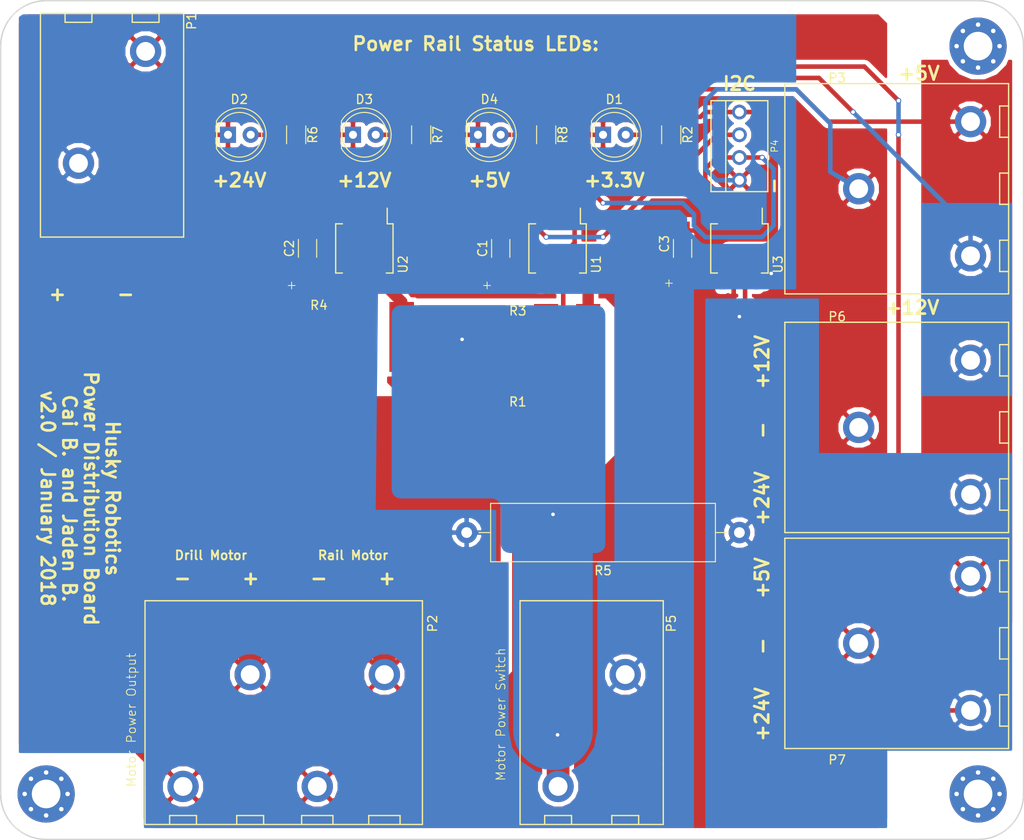
<source format=kicad_pcb>
(kicad_pcb (version 4) (host pcbnew 4.0.7)

  (general
    (links 60)
    (no_connects 0)
    (area 73.584999 24.308999 188.035001 118.185001)
    (thickness 1.6)
    (drawings 38)
    (tracks 172)
    (zones 0)
    (modules 28)
    (nets 16)
  )

  (page A4)
  (layers
    (0 F.Cu signal)
    (31 B.Cu signal)
    (32 B.Adhes user hide)
    (33 F.Adhes user hide)
    (34 B.Paste user hide)
    (35 F.Paste user hide)
    (36 B.SilkS user)
    (37 F.SilkS user)
    (38 B.Mask user)
    (39 F.Mask user)
    (40 Dwgs.User user)
    (41 Cmts.User user)
    (42 Eco1.User user)
    (43 Eco2.User user)
    (44 Edge.Cuts user)
    (45 Margin user)
    (46 B.CrtYd user hide)
    (47 F.CrtYd user hide)
    (48 B.Fab user hide)
    (49 F.Fab user hide)
  )

  (setup
    (last_trace_width 8.89)
    (user_trace_width 1.27)
    (user_trace_width 2.54)
    (user_trace_width 8.89)
    (trace_clearance 0.2)
    (zone_clearance 0.508)
    (zone_45_only no)
    (trace_min 0.2)
    (segment_width 0.2)
    (edge_width 0.15)
    (via_size 0.6)
    (via_drill 0.4)
    (via_min_size 0.4)
    (via_min_drill 0.3)
    (uvia_size 0.3)
    (uvia_drill 0.1)
    (uvias_allowed no)
    (uvia_min_size 0.2)
    (uvia_min_drill 0.1)
    (pcb_text_width 0.3)
    (pcb_text_size 1.5 1.5)
    (mod_edge_width 0.15)
    (mod_text_size 1 1)
    (mod_text_width 0.15)
    (pad_size 1.75 0.55)
    (pad_drill 0)
    (pad_to_mask_clearance 0.2)
    (aux_axis_origin 0 0)
    (visible_elements 7FFFFFFF)
    (pcbplotparams
      (layerselection 0x00030_80000001)
      (usegerberextensions false)
      (excludeedgelayer true)
      (linewidth 0.100000)
      (plotframeref false)
      (viasonmask false)
      (mode 1)
      (useauxorigin false)
      (hpglpennumber 1)
      (hpglpenspeed 20)
      (hpglpendiameter 15)
      (hpglpenoverlay 2)
      (psnegative false)
      (psa4output false)
      (plotreference true)
      (plotvalue true)
      (plotinvisibletext false)
      (padsonsilk false)
      (subtractmaskfromsilk false)
      (outputformat 1)
      (mirror false)
      (drillshape 1)
      (scaleselection 1)
      (outputdirectory ""))
  )

  (net 0 "")
  (net 1 +3V3)
  (net 2 GND)
  (net 3 "Net-(D1-Pad2)")
  (net 4 "Net-(D2-Pad2)")
  (net 5 "Net-(D3-Pad2)")
  (net 6 "Net-(D4-Pad2)")
  (net 7 /24V_IN)
  (net 8 "Net-(P2-Pad2)")
  (net 9 "Net-(P2-Pad4)")
  (net 10 +12V)
  (net 11 +5V)
  (net 12 /I2C_SDA)
  (net 13 /I2C_SCL)
  (net 14 "Net-(P5-Pad1)")
  (net 15 +24V)

  (net_class Default "This is the default net class."
    (clearance 0.2)
    (trace_width 0.508)
    (via_dia 0.6)
    (via_drill 0.4)
    (uvia_dia 0.3)
    (uvia_drill 0.1)
    (add_net +12V)
    (add_net +24V)
    (add_net +3V3)
    (add_net +5V)
    (add_net /24V_IN)
    (add_net /I2C_SCL)
    (add_net /I2C_SDA)
    (add_net GND)
    (add_net "Net-(D1-Pad2)")
    (add_net "Net-(D2-Pad2)")
    (add_net "Net-(D3-Pad2)")
    (add_net "Net-(D4-Pad2)")
    (add_net "Net-(P2-Pad2)")
    (add_net "Net-(P2-Pad4)")
    (add_net "Net-(P5-Pad1)")
  )

  (net_class Power ""
    (clearance 0.2)
    (trace_width 2.54)
    (via_dia 0.6)
    (via_drill 0.4)
    (uvia_dia 0.3)
    (uvia_drill 0.1)
  )

  (module ScienceFootprints:PHOENIX_1792229 (layer F.Cu) (tedit 5A5BCD72) (tstamp 5A5AECEE)
    (at 139.7 91.44)
    (path /5A2378ED)
    (fp_text reference P5 (at 8.89 2.54 270) (layer F.SilkS)
      (effects (font (size 1 1) (thickness 0.15)))
    )
    (fp_text value MOTOR_SW (at 0 1.25) (layer F.Fab)
      (effects (font (size 1 1) (thickness 0.15)))
    )
    (fp_line (start -8 0) (end 8 0) (layer F.SilkS) (width 0.15))
    (fp_line (start 2.25 25) (end 2.25 24) (layer F.SilkS) (width 0.15))
    (fp_line (start 2.25 24) (end 5.25 24) (layer F.SilkS) (width 0.15))
    (fp_line (start 5.25 24) (end 5.25 25) (layer F.SilkS) (width 0.15))
    (fp_line (start -5.25 25) (end -5.25 24) (layer F.SilkS) (width 0.15))
    (fp_line (start -5.25 24) (end -2.25 24) (layer F.SilkS) (width 0.15))
    (fp_line (start -2.25 24) (end -2.25 25) (layer F.SilkS) (width 0.15))
    (fp_line (start -8 21) (end -8 25) (layer F.SilkS) (width 0.15))
    (fp_line (start -8 25) (end 8 25) (layer F.SilkS) (width 0.15))
    (fp_line (start 8 25) (end 8 18.25) (layer F.SilkS) (width 0.15))
    (fp_line (start 8 0) (end 8 18.25) (layer F.SilkS) (width 0.15))
    (fp_line (start -8 21) (end -8 0) (layer F.SilkS) (width 0.15))
    (pad 1 thru_hole circle (at -3.75 20.75) (size 3.5 3.5) (drill 2.1) (layers *.Cu *.Mask)
      (net 14 "Net-(P5-Pad1)"))
    (pad 2 thru_hole circle (at 3.75 8.25) (size 3.5 3.5) (drill 2.1) (layers *.Cu *.Mask)
      (net 7 /24V_IN))
  )

  (module ScienceFootprints:PHOENIX_1792232 (layer F.Cu) (tedit 5A5C5016) (tstamp 5A5AECF5)
    (at 161.29 83.82 90)
    (path /5A23406A)
    (fp_text reference P6 (at 24.13 5.842 180) (layer F.SilkS)
      (effects (font (size 1 1) (thickness 0.15)))
    )
    (fp_text value REG_12V (at 11.75 1 90) (layer F.Fab)
      (effects (font (size 1 1) (thickness 0.15)))
    )
    (fp_line (start 0 0) (end 23.5 0) (layer F.SilkS) (width 0.15))
    (fp_line (start 23.5 25) (end 0 25) (layer F.SilkS) (width 0.15))
    (fp_line (start 23.5 25) (end 23.5 0) (layer F.SilkS) (width 0.15))
    (fp_line (start 0 25) (end 0 0) (layer F.SilkS) (width 0.15))
    (fp_line (start 17.5 25) (end 17.5 24) (layer F.SilkS) (width 0.15))
    (fp_line (start 17.5 24) (end 21 24) (layer F.SilkS) (width 0.15))
    (fp_line (start 21 24) (end 21 25) (layer F.SilkS) (width 0.15))
    (fp_line (start 10 25) (end 10 24) (layer F.SilkS) (width 0.15))
    (fp_line (start 10 24) (end 13.5 24) (layer F.SilkS) (width 0.15))
    (fp_line (start 13.5 24) (end 13.5 25) (layer F.SilkS) (width 0.15))
    (fp_line (start 2.5 25) (end 2.5 24) (layer F.SilkS) (width 0.15))
    (fp_line (start 2.5 24) (end 6 24) (layer F.SilkS) (width 0.15))
    (fp_line (start 6 24) (end 6 25) (layer F.SilkS) (width 0.15))
    (pad 1 thru_hole circle (at 4.25 20.75 90) (size 3.5 3.5) (drill 2.1) (layers *.Cu *.Mask)
      (net 15 +24V))
    (pad 2 thru_hole circle (at 11.75 8.25 90) (size 3.5 3.5) (drill 2.1) (layers *.Cu *.Mask)
      (net 2 GND))
    (pad 3 thru_hole circle (at 19.25 20.75 90) (size 3.5 3.5) (drill 2.1) (layers *.Cu *.Mask)
      (net 10 +12V))
  )

  (module ScienceFootprints:PHOENIX_1792245 (layer F.Cu) (tedit 5A5BCD7B) (tstamp 5A5AF4C2)
    (at 97.79 91.44)
    (path /5A233A68)
    (fp_text reference P2 (at 24.13 2.54 90) (layer F.SilkS)
      (effects (font (size 1 1) (thickness 0.15)))
    )
    (fp_text value MOTOR_PWR_OUT (at 7.5 1) (layer F.Fab)
      (effects (font (size 1 1) (thickness 0.15)))
    )
    (fp_line (start 17 25) (end 17 24) (layer F.SilkS) (width 0.15))
    (fp_line (start 17 24) (end 20.5 24) (layer F.SilkS) (width 0.15))
    (fp_line (start 20.5 24) (end 20.5 25) (layer F.SilkS) (width 0.15))
    (fp_line (start 9.5 25) (end 9.5 24) (layer F.SilkS) (width 0.15))
    (fp_line (start 9.5 24) (end 13 24) (layer F.SilkS) (width 0.15))
    (fp_line (start 13 24) (end 13 25) (layer F.SilkS) (width 0.15))
    (fp_line (start 8 0) (end 23 0) (layer F.SilkS) (width 0.15))
    (fp_line (start 23 0) (end 23 25) (layer F.SilkS) (width 0.15))
    (fp_line (start 23 25) (end 8 25) (layer F.SilkS) (width 0.15))
    (fp_line (start -8 0) (end 8 0) (layer F.SilkS) (width 0.15))
    (fp_line (start 2.25 25) (end 2.25 24) (layer F.SilkS) (width 0.15))
    (fp_line (start 2.25 24) (end 5.25 24) (layer F.SilkS) (width 0.15))
    (fp_line (start 5.25 24) (end 5.25 25) (layer F.SilkS) (width 0.15))
    (fp_line (start -5.25 25) (end -5.25 24) (layer F.SilkS) (width 0.15))
    (fp_line (start -5.25 24) (end -2.25 24) (layer F.SilkS) (width 0.15))
    (fp_line (start -2.25 24) (end -2.25 25) (layer F.SilkS) (width 0.15))
    (fp_line (start -8 21) (end -8 25) (layer F.SilkS) (width 0.15))
    (fp_line (start -8 25) (end 8 25) (layer F.SilkS) (width 0.15))
    (fp_line (start -8 21) (end -8 0) (layer F.SilkS) (width 0.15))
    (pad 1 thru_hole circle (at -3.75 20.75) (size 3.5 3.5) (drill 2.1) (layers *.Cu *.Mask)
      (net 2 GND))
    (pad 2 thru_hole circle (at 3.75 8.25) (size 3.5 3.5) (drill 2.1) (layers *.Cu *.Mask)
      (net 8 "Net-(P2-Pad2)"))
    (pad 3 thru_hole circle (at 11.25 20.75) (size 3.5 3.5) (drill 2.1) (layers *.Cu *.Mask)
      (net 2 GND))
    (pad 4 thru_hole circle (at 18.75 8.25) (size 3.5 3.5) (drill 2.1) (layers *.Cu *.Mask)
      (net 9 "Net-(P2-Pad4)"))
  )

  (module ScienceFootprints:PHOENIX_1792232 (layer F.Cu) (tedit 5A5C501A) (tstamp 5A5AECFC)
    (at 161.29 107.95 90)
    (path /5A234A80)
    (fp_text reference P7 (at -1.27 5.842 360) (layer F.SilkS)
      (effects (font (size 1 1) (thickness 0.15)))
    )
    (fp_text value REG_5V (at 11.75 1 90) (layer F.Fab)
      (effects (font (size 1 1) (thickness 0.15)))
    )
    (fp_line (start 0 0) (end 23.5 0) (layer F.SilkS) (width 0.15))
    (fp_line (start 23.5 25) (end 0 25) (layer F.SilkS) (width 0.15))
    (fp_line (start 23.5 25) (end 23.5 0) (layer F.SilkS) (width 0.15))
    (fp_line (start 0 25) (end 0 0) (layer F.SilkS) (width 0.15))
    (fp_line (start 17.5 25) (end 17.5 24) (layer F.SilkS) (width 0.15))
    (fp_line (start 17.5 24) (end 21 24) (layer F.SilkS) (width 0.15))
    (fp_line (start 21 24) (end 21 25) (layer F.SilkS) (width 0.15))
    (fp_line (start 10 25) (end 10 24) (layer F.SilkS) (width 0.15))
    (fp_line (start 10 24) (end 13.5 24) (layer F.SilkS) (width 0.15))
    (fp_line (start 13.5 24) (end 13.5 25) (layer F.SilkS) (width 0.15))
    (fp_line (start 2.5 25) (end 2.5 24) (layer F.SilkS) (width 0.15))
    (fp_line (start 2.5 24) (end 6 24) (layer F.SilkS) (width 0.15))
    (fp_line (start 6 24) (end 6 25) (layer F.SilkS) (width 0.15))
    (pad 1 thru_hole circle (at 4.25 20.75 90) (size 3.5 3.5) (drill 2.1) (layers *.Cu *.Mask)
      (net 15 +24V))
    (pad 2 thru_hole circle (at 11.75 8.25 90) (size 3.5 3.5) (drill 2.1) (layers *.Cu *.Mask)
      (net 2 GND))
    (pad 3 thru_hole circle (at 19.25 20.75 90) (size 3.5 3.5) (drill 2.1) (layers *.Cu *.Mask)
      (net 11 +5V))
  )

  (module Resistors_THT:R_Axial_Power_L25.0mm_W6.4mm_P30.48mm (layer F.Cu) (tedit 5874F706) (tstamp 5A5B1893)
    (at 156.21 83.82 180)
    (descr "Resistor, Axial_Power series, Axial, Horizontal, pin pitch=30.48mm, 5W, length*diameter=25*6.4mm^2, http://cdn-reichelt.de/documents/datenblatt/B400/5WAXIAL_9WAXIAL_11WAXIAL_17WAXIAL%23YAG.pdf")
    (tags "Resistor Axial_Power series Axial Horizontal pin pitch 30.48mm 5W length 25mm diameter 6.4mm")
    (path /5A518488)
    (fp_text reference R5 (at 15.24 -4.26 180) (layer F.SilkS)
      (effects (font (size 1 1) (thickness 0.15)))
    )
    (fp_text value 150mΩ (at 15.24 4.26 180) (layer F.Fab)
      (effects (font (size 1 1) (thickness 0.15)))
    )
    (fp_line (start 2.74 -3.2) (end 2.74 3.2) (layer F.Fab) (width 0.1))
    (fp_line (start 2.74 3.2) (end 27.74 3.2) (layer F.Fab) (width 0.1))
    (fp_line (start 27.74 3.2) (end 27.74 -3.2) (layer F.Fab) (width 0.1))
    (fp_line (start 27.74 -3.2) (end 2.74 -3.2) (layer F.Fab) (width 0.1))
    (fp_line (start 0 0) (end 2.74 0) (layer F.Fab) (width 0.1))
    (fp_line (start 30.48 0) (end 27.74 0) (layer F.Fab) (width 0.1))
    (fp_line (start 2.68 -3.26) (end 2.68 3.26) (layer F.SilkS) (width 0.12))
    (fp_line (start 2.68 3.26) (end 27.8 3.26) (layer F.SilkS) (width 0.12))
    (fp_line (start 27.8 3.26) (end 27.8 -3.26) (layer F.SilkS) (width 0.12))
    (fp_line (start 27.8 -3.26) (end 2.68 -3.26) (layer F.SilkS) (width 0.12))
    (fp_line (start 1.38 0) (end 2.68 0) (layer F.SilkS) (width 0.12))
    (fp_line (start 29.1 0) (end 27.8 0) (layer F.SilkS) (width 0.12))
    (fp_line (start -1.45 -3.55) (end -1.45 3.55) (layer F.CrtYd) (width 0.05))
    (fp_line (start -1.45 3.55) (end 31.95 3.55) (layer F.CrtYd) (width 0.05))
    (fp_line (start 31.95 3.55) (end 31.95 -3.55) (layer F.CrtYd) (width 0.05))
    (fp_line (start 31.95 -3.55) (end -1.45 -3.55) (layer F.CrtYd) (width 0.05))
    (pad 1 thru_hole circle (at 0 0 180) (size 2.4 2.4) (drill 1.2) (layers *.Cu *.Mask)
      (net 15 +24V))
    (pad 2 thru_hole oval (at 30.48 0 180) (size 2.4 2.4) (drill 1.2) (layers *.Cu *.Mask)
      (net 7 /24V_IN))
    (model ${KISYS3DMOD}/Resistors_THT.3dshapes/R_Axial_Power_L25.0mm_W6.4mm_P30.48mm.wrl
      (at (xyz 0 0 0))
      (scale (xyz 0.393701 0.393701 0.393701))
      (rotate (xyz 0 0 0))
    )
  )

  (module ScienceFootprints:2827W (layer F.Cu) (tedit 5A5C49F7) (tstamp 5A5B19BC)
    (at 115.57 60.96 180)
    (path /5A23DDDF)
    (fp_text reference R4 (at 6.35 2.54 180) (layer F.SilkS)
      (effects (font (size 1 1) (thickness 0.15)))
    )
    (fp_text value 10mΩ (at 6.35 -1.27 270) (layer F.Fab)
      (effects (font (size 1 1) (thickness 0.15)))
    )
    (pad 1 smd rect (at 3.36 -1 180) (size 2.75 7.82) (layers F.Cu F.Paste F.Mask)
      (net 8 "Net-(P2-Pad2)"))
    (pad 2 smd rect (at -2.9 -1 180) (size 2.75 7.82) (layers F.Cu F.Paste F.Mask)
      (net 14 "Net-(P5-Pad1)"))
  )

  (module ScienceFootprints:2526W (layer F.Cu) (tedit 5A5C4A13) (tstamp 5A5B1A32)
    (at 137.16 72.39 180)
    (path /5A52B69F)
    (fp_text reference R1 (at 5.715 3.175 180) (layer F.SilkS)
      (effects (font (size 1 1) (thickness 0.15)))
    )
    (fp_text value 2mΩ (at 5.08 0 270) (layer F.Fab)
      (effects (font (size 1 1) (thickness 0.15)))
    )
    (pad 1 smd rect (at 2.55 0.45 180) (size 2.7 7) (layers F.Cu F.Paste F.Mask)
      (net 9 "Net-(P2-Pad4)"))
    (pad 2 smd rect (at -2.15 0.45 180) (size 2.7 7) (layers F.Cu F.Paste F.Mask)
      (net 14 "Net-(P5-Pad1)"))
  )

  (module ScienceFootprints:2526W (layer F.Cu) (tedit 5A5C4A04) (tstamp 5A5B1A38)
    (at 137.16 62.23 180)
    (path /5A23DCAC)
    (fp_text reference R3 (at 5.715 3.175 180) (layer F.SilkS)
      (effects (font (size 1 1) (thickness 0.15)))
    )
    (fp_text value 2mΩ (at 5.08 0 270) (layer F.Fab)
      (effects (font (size 1 1) (thickness 0.15)))
    )
    (pad 1 smd rect (at 2.55 0.45 180) (size 2.7 7) (layers F.Cu F.Paste F.Mask)
      (net 9 "Net-(P2-Pad4)"))
    (pad 2 smd rect (at -2.15 0.45 180) (size 2.7 7) (layers F.Cu F.Paste F.Mask)
      (net 14 "Net-(P5-Pad1)"))
  )

  (module Capacitors_SMD:C_1206_HandSoldering (layer F.Cu) (tedit 5A5C4FEC) (tstamp 5A5AECA3)
    (at 129.54 52.07 90)
    (descr "Capacitor SMD 1206, hand soldering")
    (tags "capacitor 1206")
    (path /5A51F62E)
    (attr smd)
    (fp_text reference C1 (at 0 -2.032 90) (layer F.SilkS)
      (effects (font (size 1 1) (thickness 0.15)))
    )
    (fp_text value 100nF (at 0 -3.175 90) (layer F.Fab)
      (effects (font (size 1 1) (thickness 0.15)))
    )
    (fp_text user %R (at 0 -1.75 90) (layer F.Fab)
      (effects (font (size 1 1) (thickness 0.15)))
    )
    (fp_line (start -1.6 0.8) (end -1.6 -0.8) (layer F.Fab) (width 0.1))
    (fp_line (start 1.6 0.8) (end -1.6 0.8) (layer F.Fab) (width 0.1))
    (fp_line (start 1.6 -0.8) (end 1.6 0.8) (layer F.Fab) (width 0.1))
    (fp_line (start -1.6 -0.8) (end 1.6 -0.8) (layer F.Fab) (width 0.1))
    (fp_line (start 1 -1.02) (end -1 -1.02) (layer F.SilkS) (width 0.12))
    (fp_line (start -1 1.02) (end 1 1.02) (layer F.SilkS) (width 0.12))
    (fp_line (start -3.25 -1.05) (end 3.25 -1.05) (layer F.CrtYd) (width 0.05))
    (fp_line (start -3.25 -1.05) (end -3.25 1.05) (layer F.CrtYd) (width 0.05))
    (fp_line (start 3.25 1.05) (end 3.25 -1.05) (layer F.CrtYd) (width 0.05))
    (fp_line (start 3.25 1.05) (end -3.25 1.05) (layer F.CrtYd) (width 0.05))
    (pad 1 smd rect (at -2 0 90) (size 2 1.6) (layers F.Cu F.Paste F.Mask)
      (net 1 +3V3))
    (pad 2 smd rect (at 2 0 90) (size 2 1.6) (layers F.Cu F.Paste F.Mask)
      (net 2 GND))
    (model Capacitors_SMD.3dshapes/C_1206.wrl
      (at (xyz 0 0 0))
      (scale (xyz 1 1 1))
      (rotate (xyz 0 0 0))
    )
  )

  (module Capacitors_SMD:C_1206_HandSoldering (layer F.Cu) (tedit 5A5C4FEE) (tstamp 5A5AECA9)
    (at 107.95 52.07 90)
    (descr "Capacitor SMD 1206, hand soldering")
    (tags "capacitor 1206")
    (path /5A51FF5D)
    (attr smd)
    (fp_text reference C2 (at 0 -2.032 90) (layer F.SilkS)
      (effects (font (size 1 1) (thickness 0.15)))
    )
    (fp_text value 100nF (at 0 -3.175 90) (layer F.Fab)
      (effects (font (size 1 1) (thickness 0.15)))
    )
    (fp_text user %R (at 0 -1.75 90) (layer F.Fab)
      (effects (font (size 1 1) (thickness 0.15)))
    )
    (fp_line (start -1.6 0.8) (end -1.6 -0.8) (layer F.Fab) (width 0.1))
    (fp_line (start 1.6 0.8) (end -1.6 0.8) (layer F.Fab) (width 0.1))
    (fp_line (start 1.6 -0.8) (end 1.6 0.8) (layer F.Fab) (width 0.1))
    (fp_line (start -1.6 -0.8) (end 1.6 -0.8) (layer F.Fab) (width 0.1))
    (fp_line (start 1 -1.02) (end -1 -1.02) (layer F.SilkS) (width 0.12))
    (fp_line (start -1 1.02) (end 1 1.02) (layer F.SilkS) (width 0.12))
    (fp_line (start -3.25 -1.05) (end 3.25 -1.05) (layer F.CrtYd) (width 0.05))
    (fp_line (start -3.25 -1.05) (end -3.25 1.05) (layer F.CrtYd) (width 0.05))
    (fp_line (start 3.25 1.05) (end 3.25 -1.05) (layer F.CrtYd) (width 0.05))
    (fp_line (start 3.25 1.05) (end -3.25 1.05) (layer F.CrtYd) (width 0.05))
    (pad 1 smd rect (at -2 0 90) (size 2 1.6) (layers F.Cu F.Paste F.Mask)
      (net 1 +3V3))
    (pad 2 smd rect (at 2 0 90) (size 2 1.6) (layers F.Cu F.Paste F.Mask)
      (net 2 GND))
    (model Capacitors_SMD.3dshapes/C_1206.wrl
      (at (xyz 0 0 0))
      (scale (xyz 1 1 1))
      (rotate (xyz 0 0 0))
    )
  )

  (module Capacitors_SMD:C_1206_HandSoldering (layer F.Cu) (tedit 5A5C4FE7) (tstamp 5A5AECAF)
    (at 149.86 52.07 90)
    (descr "Capacitor SMD 1206, hand soldering")
    (tags "capacitor 1206")
    (path /5A5204B9)
    (attr smd)
    (fp_text reference C3 (at 0.508 -2.032 90) (layer F.SilkS)
      (effects (font (size 1 1) (thickness 0.15)))
    )
    (fp_text value 100nF (at 0 -3.175 90) (layer F.Fab)
      (effects (font (size 1 1) (thickness 0.15)))
    )
    (fp_text user %R (at 0 -1.75 90) (layer F.Fab)
      (effects (font (size 1 1) (thickness 0.15)))
    )
    (fp_line (start -1.6 0.8) (end -1.6 -0.8) (layer F.Fab) (width 0.1))
    (fp_line (start 1.6 0.8) (end -1.6 0.8) (layer F.Fab) (width 0.1))
    (fp_line (start 1.6 -0.8) (end 1.6 0.8) (layer F.Fab) (width 0.1))
    (fp_line (start -1.6 -0.8) (end 1.6 -0.8) (layer F.Fab) (width 0.1))
    (fp_line (start 1 -1.02) (end -1 -1.02) (layer F.SilkS) (width 0.12))
    (fp_line (start -1 1.02) (end 1 1.02) (layer F.SilkS) (width 0.12))
    (fp_line (start -3.25 -1.05) (end 3.25 -1.05) (layer F.CrtYd) (width 0.05))
    (fp_line (start -3.25 -1.05) (end -3.25 1.05) (layer F.CrtYd) (width 0.05))
    (fp_line (start 3.25 1.05) (end 3.25 -1.05) (layer F.CrtYd) (width 0.05))
    (fp_line (start 3.25 1.05) (end -3.25 1.05) (layer F.CrtYd) (width 0.05))
    (pad 1 smd rect (at -2 0 90) (size 2 1.6) (layers F.Cu F.Paste F.Mask)
      (net 1 +3V3))
    (pad 2 smd rect (at 2 0 90) (size 2 1.6) (layers F.Cu F.Paste F.Mask)
      (net 2 GND))
    (model Capacitors_SMD.3dshapes/C_1206.wrl
      (at (xyz 0 0 0))
      (scale (xyz 1 1 1))
      (rotate (xyz 0 0 0))
    )
  )

  (module LEDs:LED_D5.0mm (layer F.Cu) (tedit 5A5BD1D2) (tstamp 5A5AECB5)
    (at 140.97 39.37)
    (descr "LED, diameter 5.0mm, 2 pins, http://cdn-reichelt.de/documents/datenblatt/A500/LL-504BC2E-009.pdf")
    (tags "LED diameter 5.0mm 2 pins")
    (path /5A235672)
    (fp_text reference D1 (at 1.27 -3.96) (layer F.SilkS)
      (effects (font (size 1 1) (thickness 0.15)))
    )
    (fp_text value LED (at -2.54 0 90) (layer F.Fab)
      (effects (font (size 1 1) (thickness 0.15)))
    )
    (fp_arc (start 1.27 0) (end -1.23 -1.469694) (angle 299.1) (layer F.Fab) (width 0.1))
    (fp_arc (start 1.27 0) (end -1.29 -1.54483) (angle 148.9) (layer F.SilkS) (width 0.12))
    (fp_arc (start 1.27 0) (end -1.29 1.54483) (angle -148.9) (layer F.SilkS) (width 0.12))
    (fp_circle (center 1.27 0) (end 3.77 0) (layer F.Fab) (width 0.1))
    (fp_circle (center 1.27 0) (end 3.77 0) (layer F.SilkS) (width 0.12))
    (fp_line (start -1.23 -1.469694) (end -1.23 1.469694) (layer F.Fab) (width 0.1))
    (fp_line (start -1.29 -1.545) (end -1.29 1.545) (layer F.SilkS) (width 0.12))
    (fp_line (start -1.95 -3.25) (end -1.95 3.25) (layer F.CrtYd) (width 0.05))
    (fp_line (start -1.95 3.25) (end 4.5 3.25) (layer F.CrtYd) (width 0.05))
    (fp_line (start 4.5 3.25) (end 4.5 -3.25) (layer F.CrtYd) (width 0.05))
    (fp_line (start 4.5 -3.25) (end -1.95 -3.25) (layer F.CrtYd) (width 0.05))
    (fp_text user %R (at 1.25 0) (layer F.Fab)
      (effects (font (size 0.8 0.8) (thickness 0.2)))
    )
    (pad 1 thru_hole rect (at 0 0) (size 1.8 1.8) (drill 0.9) (layers *.Cu *.Mask)
      (net 2 GND))
    (pad 2 thru_hole circle (at 2.54 0) (size 1.8 1.8) (drill 0.9) (layers *.Cu *.Mask)
      (net 3 "Net-(D1-Pad2)"))
    (model ${KISYS3DMOD}/LEDs.3dshapes/LED_D5.0mm.wrl
      (at (xyz 0 0 0))
      (scale (xyz 0.393701 0.393701 0.393701))
      (rotate (xyz 0 0 0))
    )
  )

  (module LEDs:LED_D5.0mm (layer F.Cu) (tedit 5A5BD1C9) (tstamp 5A5AECBB)
    (at 99.06 39.37)
    (descr "LED, diameter 5.0mm, 2 pins, http://cdn-reichelt.de/documents/datenblatt/A500/LL-504BC2E-009.pdf")
    (tags "LED diameter 5.0mm 2 pins")
    (path /5A235063)
    (fp_text reference D2 (at 1.27 -3.96) (layer F.SilkS)
      (effects (font (size 1 1) (thickness 0.15)))
    )
    (fp_text value LED (at -2.54 0 90) (layer F.Fab)
      (effects (font (size 1 1) (thickness 0.15)))
    )
    (fp_arc (start 1.27 0) (end -1.23 -1.469694) (angle 299.1) (layer F.Fab) (width 0.1))
    (fp_arc (start 1.27 0) (end -1.29 -1.54483) (angle 148.9) (layer F.SilkS) (width 0.12))
    (fp_arc (start 1.27 0) (end -1.29 1.54483) (angle -148.9) (layer F.SilkS) (width 0.12))
    (fp_circle (center 1.27 0) (end 3.77 0) (layer F.Fab) (width 0.1))
    (fp_circle (center 1.27 0) (end 3.77 0) (layer F.SilkS) (width 0.12))
    (fp_line (start -1.23 -1.469694) (end -1.23 1.469694) (layer F.Fab) (width 0.1))
    (fp_line (start -1.29 -1.545) (end -1.29 1.545) (layer F.SilkS) (width 0.12))
    (fp_line (start -1.95 -3.25) (end -1.95 3.25) (layer F.CrtYd) (width 0.05))
    (fp_line (start -1.95 3.25) (end 4.5 3.25) (layer F.CrtYd) (width 0.05))
    (fp_line (start 4.5 3.25) (end 4.5 -3.25) (layer F.CrtYd) (width 0.05))
    (fp_line (start 4.5 -3.25) (end -1.95 -3.25) (layer F.CrtYd) (width 0.05))
    (fp_text user %R (at 1.25 0) (layer F.Fab)
      (effects (font (size 0.8 0.8) (thickness 0.2)))
    )
    (pad 1 thru_hole rect (at 0 0) (size 1.8 1.8) (drill 0.9) (layers *.Cu *.Mask)
      (net 2 GND))
    (pad 2 thru_hole circle (at 2.54 0) (size 1.8 1.8) (drill 0.9) (layers *.Cu *.Mask)
      (net 4 "Net-(D2-Pad2)"))
    (model ${KISYS3DMOD}/LEDs.3dshapes/LED_D5.0mm.wrl
      (at (xyz 0 0 0))
      (scale (xyz 0.393701 0.393701 0.393701))
      (rotate (xyz 0 0 0))
    )
  )

  (module LEDs:LED_D5.0mm (layer F.Cu) (tedit 5A5BD1CC) (tstamp 5A5AECC1)
    (at 113.03 39.37)
    (descr "LED, diameter 5.0mm, 2 pins, http://cdn-reichelt.de/documents/datenblatt/A500/LL-504BC2E-009.pdf")
    (tags "LED diameter 5.0mm 2 pins")
    (path /5A235495)
    (fp_text reference D3 (at 1.27 -3.96) (layer F.SilkS)
      (effects (font (size 1 1) (thickness 0.15)))
    )
    (fp_text value LED (at -2.54 0 90) (layer F.Fab)
      (effects (font (size 1 1) (thickness 0.15)))
    )
    (fp_arc (start 1.27 0) (end -1.23 -1.469694) (angle 299.1) (layer F.Fab) (width 0.1))
    (fp_arc (start 1.27 0) (end -1.29 -1.54483) (angle 148.9) (layer F.SilkS) (width 0.12))
    (fp_arc (start 1.27 0) (end -1.29 1.54483) (angle -148.9) (layer F.SilkS) (width 0.12))
    (fp_circle (center 1.27 0) (end 3.77 0) (layer F.Fab) (width 0.1))
    (fp_circle (center 1.27 0) (end 3.77 0) (layer F.SilkS) (width 0.12))
    (fp_line (start -1.23 -1.469694) (end -1.23 1.469694) (layer F.Fab) (width 0.1))
    (fp_line (start -1.29 -1.545) (end -1.29 1.545) (layer F.SilkS) (width 0.12))
    (fp_line (start -1.95 -3.25) (end -1.95 3.25) (layer F.CrtYd) (width 0.05))
    (fp_line (start -1.95 3.25) (end 4.5 3.25) (layer F.CrtYd) (width 0.05))
    (fp_line (start 4.5 3.25) (end 4.5 -3.25) (layer F.CrtYd) (width 0.05))
    (fp_line (start 4.5 -3.25) (end -1.95 -3.25) (layer F.CrtYd) (width 0.05))
    (fp_text user %R (at 1.25 0) (layer F.Fab)
      (effects (font (size 0.8 0.8) (thickness 0.2)))
    )
    (pad 1 thru_hole rect (at 0 0) (size 1.8 1.8) (drill 0.9) (layers *.Cu *.Mask)
      (net 2 GND))
    (pad 2 thru_hole circle (at 2.54 0) (size 1.8 1.8) (drill 0.9) (layers *.Cu *.Mask)
      (net 5 "Net-(D3-Pad2)"))
    (model ${KISYS3DMOD}/LEDs.3dshapes/LED_D5.0mm.wrl
      (at (xyz 0 0 0))
      (scale (xyz 0.393701 0.393701 0.393701))
      (rotate (xyz 0 0 0))
    )
  )

  (module LEDs:LED_D5.0mm (layer F.Cu) (tedit 5A5BD1CF) (tstamp 5A5AECC7)
    (at 127 39.37)
    (descr "LED, diameter 5.0mm, 2 pins, http://cdn-reichelt.de/documents/datenblatt/A500/LL-504BC2E-009.pdf")
    (tags "LED diameter 5.0mm 2 pins")
    (path /5A2432EE)
    (fp_text reference D4 (at 1.27 -3.96) (layer F.SilkS)
      (effects (font (size 1 1) (thickness 0.15)))
    )
    (fp_text value LED (at -2.54 0 90) (layer F.Fab)
      (effects (font (size 1 1) (thickness 0.15)))
    )
    (fp_arc (start 1.27 0) (end -1.23 -1.469694) (angle 299.1) (layer F.Fab) (width 0.1))
    (fp_arc (start 1.27 0) (end -1.29 -1.54483) (angle 148.9) (layer F.SilkS) (width 0.12))
    (fp_arc (start 1.27 0) (end -1.29 1.54483) (angle -148.9) (layer F.SilkS) (width 0.12))
    (fp_circle (center 1.27 0) (end 3.77 0) (layer F.Fab) (width 0.1))
    (fp_circle (center 1.27 0) (end 3.77 0) (layer F.SilkS) (width 0.12))
    (fp_line (start -1.23 -1.469694) (end -1.23 1.469694) (layer F.Fab) (width 0.1))
    (fp_line (start -1.29 -1.545) (end -1.29 1.545) (layer F.SilkS) (width 0.12))
    (fp_line (start -1.95 -3.25) (end -1.95 3.25) (layer F.CrtYd) (width 0.05))
    (fp_line (start -1.95 3.25) (end 4.5 3.25) (layer F.CrtYd) (width 0.05))
    (fp_line (start 4.5 3.25) (end 4.5 -3.25) (layer F.CrtYd) (width 0.05))
    (fp_line (start 4.5 -3.25) (end -1.95 -3.25) (layer F.CrtYd) (width 0.05))
    (fp_text user %R (at 1.25 0) (layer F.Fab)
      (effects (font (size 0.8 0.8) (thickness 0.2)))
    )
    (pad 1 thru_hole rect (at 0 0) (size 1.8 1.8) (drill 0.9) (layers *.Cu *.Mask)
      (net 2 GND))
    (pad 2 thru_hole circle (at 2.54 0) (size 1.8 1.8) (drill 0.9) (layers *.Cu *.Mask)
      (net 6 "Net-(D4-Pad2)"))
    (model ${KISYS3DMOD}/LEDs.3dshapes/LED_D5.0mm.wrl
      (at (xyz 0 0 0))
      (scale (xyz 0.393701 0.393701 0.393701))
      (rotate (xyz 0 0 0))
    )
  )

  (module ScienceFootprints:PHOENIX_1792229 (layer F.Cu) (tedit 5A5BCD51) (tstamp 5A5AECCD)
    (at 86.106 50.8 180)
    (path /5A233BE8)
    (fp_text reference P1 (at -8.89 24.13 270) (layer F.SilkS)
      (effects (font (size 1 1) (thickness 0.15)))
    )
    (fp_text value PWR_IN (at 0 1.25 180) (layer F.Fab)
      (effects (font (size 1 1) (thickness 0.15)))
    )
    (fp_line (start -8 0) (end 8 0) (layer F.SilkS) (width 0.15))
    (fp_line (start 2.25 25) (end 2.25 24) (layer F.SilkS) (width 0.15))
    (fp_line (start 2.25 24) (end 5.25 24) (layer F.SilkS) (width 0.15))
    (fp_line (start 5.25 24) (end 5.25 25) (layer F.SilkS) (width 0.15))
    (fp_line (start -5.25 25) (end -5.25 24) (layer F.SilkS) (width 0.15))
    (fp_line (start -5.25 24) (end -2.25 24) (layer F.SilkS) (width 0.15))
    (fp_line (start -2.25 24) (end -2.25 25) (layer F.SilkS) (width 0.15))
    (fp_line (start -8 21) (end -8 25) (layer F.SilkS) (width 0.15))
    (fp_line (start -8 25) (end 8 25) (layer F.SilkS) (width 0.15))
    (fp_line (start 8 25) (end 8 18.25) (layer F.SilkS) (width 0.15))
    (fp_line (start 8 0) (end 8 18.25) (layer F.SilkS) (width 0.15))
    (fp_line (start -8 21) (end -8 0) (layer F.SilkS) (width 0.15))
    (pad 1 thru_hole circle (at -3.75 20.75 180) (size 3.5 3.5) (drill 2.1) (layers *.Cu *.Mask)
      (net 2 GND))
    (pad 2 thru_hole circle (at 3.75 8.25 180) (size 3.5 3.5) (drill 2.1) (layers *.Cu *.Mask)
      (net 7 /24V_IN))
  )

  (module ScienceFootprints:PHOENIX_1792232 (layer F.Cu) (tedit 5A5C500A) (tstamp 5A5AECE0)
    (at 161.29 57.15 90)
    (path /5A235F29)
    (fp_text reference P3 (at 24.13 5.842 180) (layer F.SilkS)
      (effects (font (size 1 1) (thickness 0.15)))
    )
    (fp_text value MAIN_PWR_OUT (at 11.75 1 90) (layer F.Fab)
      (effects (font (size 1 1) (thickness 0.15)))
    )
    (fp_line (start 0 0) (end 23.5 0) (layer F.SilkS) (width 0.15))
    (fp_line (start 23.5 25) (end 0 25) (layer F.SilkS) (width 0.15))
    (fp_line (start 23.5 25) (end 23.5 0) (layer F.SilkS) (width 0.15))
    (fp_line (start 0 25) (end 0 0) (layer F.SilkS) (width 0.15))
    (fp_line (start 17.5 25) (end 17.5 24) (layer F.SilkS) (width 0.15))
    (fp_line (start 17.5 24) (end 21 24) (layer F.SilkS) (width 0.15))
    (fp_line (start 21 24) (end 21 25) (layer F.SilkS) (width 0.15))
    (fp_line (start 10 25) (end 10 24) (layer F.SilkS) (width 0.15))
    (fp_line (start 10 24) (end 13.5 24) (layer F.SilkS) (width 0.15))
    (fp_line (start 13.5 24) (end 13.5 25) (layer F.SilkS) (width 0.15))
    (fp_line (start 2.5 25) (end 2.5 24) (layer F.SilkS) (width 0.15))
    (fp_line (start 2.5 24) (end 6 24) (layer F.SilkS) (width 0.15))
    (fp_line (start 6 24) (end 6 25) (layer F.SilkS) (width 0.15))
    (pad 1 thru_hole circle (at 4.25 20.75 90) (size 3.5 3.5) (drill 2.1) (layers *.Cu *.Mask)
      (net 10 +12V))
    (pad 2 thru_hole circle (at 11.75 8.25 90) (size 3.5 3.5) (drill 2.1) (layers *.Cu *.Mask)
      (net 2 GND))
    (pad 3 thru_hole circle (at 19.25 20.75 90) (size 3.5 3.5) (drill 2.1) (layers *.Cu *.Mask)
      (net 11 +5V))
  )

  (module Resistors_SMD:R_1206_HandSoldering (layer F.Cu) (tedit 58E0A804) (tstamp 5A5AED08)
    (at 148.59 39.37 270)
    (descr "Resistor SMD 1206, hand soldering")
    (tags "resistor 1206")
    (path /5A23563A)
    (attr smd)
    (fp_text reference R2 (at 0 -1.85 270) (layer F.SilkS)
      (effects (font (size 1 1) (thickness 0.15)))
    )
    (fp_text value 120Ω (at 0 1.9 270) (layer F.Fab)
      (effects (font (size 1 1) (thickness 0.15)))
    )
    (fp_text user %R (at 0 0 270) (layer F.Fab)
      (effects (font (size 0.7 0.7) (thickness 0.105)))
    )
    (fp_line (start -1.6 0.8) (end -1.6 -0.8) (layer F.Fab) (width 0.1))
    (fp_line (start 1.6 0.8) (end -1.6 0.8) (layer F.Fab) (width 0.1))
    (fp_line (start 1.6 -0.8) (end 1.6 0.8) (layer F.Fab) (width 0.1))
    (fp_line (start -1.6 -0.8) (end 1.6 -0.8) (layer F.Fab) (width 0.1))
    (fp_line (start 1 1.07) (end -1 1.07) (layer F.SilkS) (width 0.12))
    (fp_line (start -1 -1.07) (end 1 -1.07) (layer F.SilkS) (width 0.12))
    (fp_line (start -3.25 -1.11) (end 3.25 -1.11) (layer F.CrtYd) (width 0.05))
    (fp_line (start -3.25 -1.11) (end -3.25 1.1) (layer F.CrtYd) (width 0.05))
    (fp_line (start 3.25 1.1) (end 3.25 -1.11) (layer F.CrtYd) (width 0.05))
    (fp_line (start 3.25 1.1) (end -3.25 1.1) (layer F.CrtYd) (width 0.05))
    (pad 1 smd rect (at -2 0 270) (size 2 1.7) (layers F.Cu F.Paste F.Mask)
      (net 1 +3V3))
    (pad 2 smd rect (at 2 0 270) (size 2 1.7) (layers F.Cu F.Paste F.Mask)
      (net 3 "Net-(D1-Pad2)"))
    (model ${KISYS3DMOD}/Resistors_SMD.3dshapes/R_1206.wrl
      (at (xyz 0 0 0))
      (scale (xyz 1 1 1))
      (rotate (xyz 0 0 0))
    )
  )

  (module Resistors_SMD:R_1206_HandSoldering (layer F.Cu) (tedit 5A5BA879) (tstamp 5A5AED20)
    (at 106.68 39.37 270)
    (descr "Resistor SMD 1206, hand soldering")
    (tags "resistor 1206")
    (path /5A234F56)
    (attr smd)
    (fp_text reference R6 (at 0 -1.85 270) (layer F.SilkS)
      (effects (font (size 1 1) (thickness 0.15)))
    )
    (fp_text value 1.5kΩ (at 0 1.9 270) (layer F.Fab)
      (effects (font (size 1 1) (thickness 0.15)))
    )
    (fp_text user %R (at 0 0 270) (layer F.Fab)
      (effects (font (size 0.7 0.7) (thickness 0.105)))
    )
    (fp_line (start -1.6 0.8) (end -1.6 -0.8) (layer F.Fab) (width 0.1))
    (fp_line (start 1.6 0.8) (end -1.6 0.8) (layer F.Fab) (width 0.1))
    (fp_line (start 1.6 -0.8) (end 1.6 0.8) (layer F.Fab) (width 0.1))
    (fp_line (start -1.6 -0.8) (end 1.6 -0.8) (layer F.Fab) (width 0.1))
    (fp_line (start 1 1.07) (end -1 1.07) (layer F.SilkS) (width 0.12))
    (fp_line (start -1 -1.07) (end 1 -1.07) (layer F.SilkS) (width 0.12))
    (fp_line (start -3.25 -1.11) (end 3.25 -1.11) (layer F.CrtYd) (width 0.05))
    (fp_line (start -3.25 -1.11) (end -3.25 1.1) (layer F.CrtYd) (width 0.05))
    (fp_line (start 3.25 1.1) (end 3.25 -1.11) (layer F.CrtYd) (width 0.05))
    (fp_line (start 3.25 1.1) (end -3.25 1.1) (layer F.CrtYd) (width 0.05))
    (pad 1 smd rect (at -2 0 270) (size 2 1.7) (layers F.Cu F.Paste F.Mask)
      (net 15 +24V))
    (pad 2 smd rect (at 2 0 270) (size 2 1.7) (layers F.Cu F.Paste F.Mask)
      (net 4 "Net-(D2-Pad2)"))
    (model ${KISYS3DMOD}/Resistors_SMD.3dshapes/R_1206.wrl
      (at (xyz 0 0 0))
      (scale (xyz 1 1 1))
      (rotate (xyz 0 0 0))
    )
  )

  (module Resistors_SMD:R_1206_HandSoldering (layer F.Cu) (tedit 58E0A804) (tstamp 5A5AED26)
    (at 120.65 39.37 270)
    (descr "Resistor SMD 1206, hand soldering")
    (tags "resistor 1206")
    (path /5A235461)
    (attr smd)
    (fp_text reference R7 (at 0 -1.85 270) (layer F.SilkS)
      (effects (font (size 1 1) (thickness 0.15)))
    )
    (fp_text value 820Ω (at 0 1.9 270) (layer F.Fab)
      (effects (font (size 1 1) (thickness 0.15)))
    )
    (fp_text user %R (at 0 0 270) (layer F.Fab)
      (effects (font (size 0.7 0.7) (thickness 0.105)))
    )
    (fp_line (start -1.6 0.8) (end -1.6 -0.8) (layer F.Fab) (width 0.1))
    (fp_line (start 1.6 0.8) (end -1.6 0.8) (layer F.Fab) (width 0.1))
    (fp_line (start 1.6 -0.8) (end 1.6 0.8) (layer F.Fab) (width 0.1))
    (fp_line (start -1.6 -0.8) (end 1.6 -0.8) (layer F.Fab) (width 0.1))
    (fp_line (start 1 1.07) (end -1 1.07) (layer F.SilkS) (width 0.12))
    (fp_line (start -1 -1.07) (end 1 -1.07) (layer F.SilkS) (width 0.12))
    (fp_line (start -3.25 -1.11) (end 3.25 -1.11) (layer F.CrtYd) (width 0.05))
    (fp_line (start -3.25 -1.11) (end -3.25 1.1) (layer F.CrtYd) (width 0.05))
    (fp_line (start 3.25 1.1) (end 3.25 -1.11) (layer F.CrtYd) (width 0.05))
    (fp_line (start 3.25 1.1) (end -3.25 1.1) (layer F.CrtYd) (width 0.05))
    (pad 1 smd rect (at -2 0 270) (size 2 1.7) (layers F.Cu F.Paste F.Mask)
      (net 10 +12V))
    (pad 2 smd rect (at 2 0 270) (size 2 1.7) (layers F.Cu F.Paste F.Mask)
      (net 5 "Net-(D3-Pad2)"))
    (model ${KISYS3DMOD}/Resistors_SMD.3dshapes/R_1206.wrl
      (at (xyz 0 0 0))
      (scale (xyz 1 1 1))
      (rotate (xyz 0 0 0))
    )
  )

  (module Resistors_SMD:R_1206_HandSoldering (layer F.Cu) (tedit 58E0A804) (tstamp 5A5AED2C)
    (at 134.62 39.37 270)
    (descr "Resistor SMD 1206, hand soldering")
    (tags "resistor 1206")
    (path /5A2432E8)
    (attr smd)
    (fp_text reference R8 (at 0 -1.85 270) (layer F.SilkS)
      (effects (font (size 1 1) (thickness 0.15)))
    )
    (fp_text value 220Ω (at 0 1.9 270) (layer F.Fab)
      (effects (font (size 1 1) (thickness 0.15)))
    )
    (fp_text user %R (at 0 0 270) (layer F.Fab)
      (effects (font (size 0.7 0.7) (thickness 0.105)))
    )
    (fp_line (start -1.6 0.8) (end -1.6 -0.8) (layer F.Fab) (width 0.1))
    (fp_line (start 1.6 0.8) (end -1.6 0.8) (layer F.Fab) (width 0.1))
    (fp_line (start 1.6 -0.8) (end 1.6 0.8) (layer F.Fab) (width 0.1))
    (fp_line (start -1.6 -0.8) (end 1.6 -0.8) (layer F.Fab) (width 0.1))
    (fp_line (start 1 1.07) (end -1 1.07) (layer F.SilkS) (width 0.12))
    (fp_line (start -1 -1.07) (end 1 -1.07) (layer F.SilkS) (width 0.12))
    (fp_line (start -3.25 -1.11) (end 3.25 -1.11) (layer F.CrtYd) (width 0.05))
    (fp_line (start -3.25 -1.11) (end -3.25 1.1) (layer F.CrtYd) (width 0.05))
    (fp_line (start 3.25 1.1) (end 3.25 -1.11) (layer F.CrtYd) (width 0.05))
    (fp_line (start 3.25 1.1) (end -3.25 1.1) (layer F.CrtYd) (width 0.05))
    (pad 1 smd rect (at -2 0 270) (size 2 1.7) (layers F.Cu F.Paste F.Mask)
      (net 11 +5V))
    (pad 2 smd rect (at 2 0 270) (size 2 1.7) (layers F.Cu F.Paste F.Mask)
      (net 6 "Net-(D4-Pad2)"))
    (model ${KISYS3DMOD}/Resistors_SMD.3dshapes/R_1206.wrl
      (at (xyz 0 0 0))
      (scale (xyz 1 1 1))
      (rotate (xyz 0 0 0))
    )
  )

  (module ScienceFootprints:MOLEX_22-23-2041 (layer F.Cu) (tedit 5A5A6880) (tstamp 5A5AECE8)
    (at 156.21 40.64 90)
    (path /5A2369FA)
    (fp_text reference P4 (at 0 3.937 90) (layer F.SilkS)
      (effects (font (size 0.75 0.75) (thickness 0.1)))
    )
    (fp_text value I2C (at 0 -3.81 90) (layer F.Fab)
      (effects (font (size 0.75 0.75) (thickness 0.1)))
    )
    (fp_line (start -5.08 -3.175) (end -5.08 3.175) (layer F.SilkS) (width 0.15))
    (fp_line (start -5.08 3.175) (end 5.08 3.175) (layer F.SilkS) (width 0.15))
    (fp_line (start -5.08 -1.524) (end 5.08 -1.524) (layer F.SilkS) (width 0.15))
    (fp_line (start 5.08 -3.175) (end -5.08 -3.175) (layer F.SilkS) (width 0.15))
    (fp_line (start 5.08 3.175) (end 5.08 -3.175) (layer F.SilkS) (width 0.15))
    (pad 1 thru_hole circle (at -3.81 0 90) (size 1.651 1.651) (drill 1.016) (layers *.Cu *.Mask)
      (net 2 GND))
    (pad 2 thru_hole circle (at -1.27 0 90) (size 1.651 1.651) (drill 1.016) (layers *.Cu *.Mask)
      (net 12 /I2C_SDA))
    (pad 3 thru_hole circle (at 1.27 0 90) (size 1.651 1.651) (drill 1.016) (layers *.Cu *.Mask)
      (net 13 /I2C_SCL))
    (pad 4 thru_hole circle (at 3.81 0 90) (size 1.651 1.651) (drill 1.016) (layers *.Cu *.Mask)
      (net 1 +3V3))
    (model "../../../../../../GitHub/Electronics-2017-18/Science/CAD Parts/MOLEX/MOLEX_22-23-2041.wrl"
      (at (xyz 0.05 0 0.125))
      (scale (xyz 1 1 1))
      (rotate (xyz 0 0 180))
    )
  )

  (module ScienceFootprints:SO-8_5.3x6.2mm_Pitch1.27mm (layer F.Cu) (tedit 5A5C4F8E) (tstamp 5A5AED44)
    (at 114.3 52.07 270)
    (descr "8-Lead Plastic Small Outline, 5.3x6.2mm Body (http://www.ti.com.cn/cn/lit/ds/symlink/tl7705a.pdf)")
    (tags "SOIC 1.27")
    (path /5A5E4536)
    (attr smd)
    (fp_text reference U2 (at 1.778 -4.318 270) (layer F.SilkS)
      (effects (font (size 1 1) (thickness 0.15)))
    )
    (fp_text value INA219 (at 0 4.13 270) (layer F.Fab)
      (effects (font (size 1 1) (thickness 0.15)))
    )
    (fp_text user %R (at 0 0 450) (layer F.Fab)
      (effects (font (size 1 1) (thickness 0.15)))
    )
    (fp_line (start -1.65 -3.1) (end 2.65 -3.1) (layer F.Fab) (width 0.15))
    (fp_line (start 2.65 -3.1) (end 2.65 3.1) (layer F.Fab) (width 0.15))
    (fp_line (start 2.65 3.1) (end -2.65 3.1) (layer F.Fab) (width 0.15))
    (fp_line (start -2.65 3.1) (end -2.65 -2.1) (layer F.Fab) (width 0.15))
    (fp_line (start -2.65 -2.1) (end -1.65 -3.1) (layer F.Fab) (width 0.15))
    (fp_line (start -4.83 -3.35) (end -4.83 3.35) (layer F.CrtYd) (width 0.05))
    (fp_line (start 4.83 -3.35) (end 4.83 3.35) (layer F.CrtYd) (width 0.05))
    (fp_line (start -4.83 -3.35) (end 4.83 -3.35) (layer F.CrtYd) (width 0.05))
    (fp_line (start -4.83 3.35) (end 4.83 3.35) (layer F.CrtYd) (width 0.05))
    (fp_line (start -2.75 -3.205) (end -2.75 -2.55) (layer F.SilkS) (width 0.15))
    (fp_line (start 2.75 -3.205) (end 2.75 -2.455) (layer F.SilkS) (width 0.15))
    (fp_line (start 2.75 3.205) (end 2.75 2.455) (layer F.SilkS) (width 0.15))
    (fp_line (start -2.75 3.205) (end -2.75 2.455) (layer F.SilkS) (width 0.15))
    (fp_line (start -2.75 -3.205) (end 2.75 -3.205) (layer F.SilkS) (width 0.15))
    (fp_line (start -2.75 3.205) (end 2.75 3.205) (layer F.SilkS) (width 0.15))
    (fp_line (start -2.75 -2.55) (end -4.5 -2.55) (layer F.SilkS) (width 0.15))
    (pad 1 smd rect (at -3.7 -1.905 270) (size 1.75 0.55) (layers F.Cu F.Paste F.Mask)
      (net 1 +3V3))
    (pad 2 smd rect (at -3.7 -0.635 270) (size 1.75 0.55) (layers F.Cu F.Paste F.Mask)
      (net 13 /I2C_SCL))
    (pad 3 smd rect (at -3.7 0.635 270) (size 1.75 0.55) (layers F.Cu F.Paste F.Mask)
      (net 12 /I2C_SDA))
    (pad 4 smd rect (at -3.7 1.905 270) (size 1.75 0.55) (layers F.Cu F.Paste F.Mask)
      (net 13 /I2C_SCL))
    (pad 5 smd rect (at 3.7 1.905 270) (size 1.75 0.55) (layers F.Cu F.Paste F.Mask)
      (net 1 +3V3))
    (pad 6 smd rect (at 3.7 0.635 270) (size 1.75 0.55) (layers F.Cu F.Paste F.Mask)
      (net 2 GND))
    (pad 7 smd rect (at 3.7 -0.635 270) (size 1.75 0.55) (layers F.Cu F.Paste F.Mask)
      (net 8 "Net-(P2-Pad2)"))
    (pad 8 smd rect (at 3.7 -1.905 270) (size 1.75 0.55) (layers F.Cu F.Paste F.Mask)
      (net 14 "Net-(P5-Pad1)"))
    (model ${KISYS3DMOD}/Housings_SOIC.3dshapes/SO-8_5.3x6.2mm_Pitch1.27mm.wrl
      (at (xyz 0 0 0))
      (scale (xyz 1 1 1))
      (rotate (xyz 0 0 0))
    )
    (model "../../../../../../GitHub/Electronics-2017-18/Science/CAD Parts/PACKAGES/8SOIC.wrl"
      (at (xyz 0 0 0.01))
      (scale (xyz 1 1 1))
      (rotate (xyz -90 0 90))
    )
  )

  (module ScienceFootprints:SO-8_5.3x6.2mm_Pitch1.27mm (layer F.Cu) (tedit 5A5C4F79) (tstamp 5A5AED38)
    (at 135.89 52.07 270)
    (descr "8-Lead Plastic Small Outline, 5.3x6.2mm Body (http://www.ti.com.cn/cn/lit/ds/symlink/tl7705a.pdf)")
    (tags "SOIC 1.27")
    (path /5A5E4452)
    (attr smd)
    (fp_text reference U1 (at 1.778 -4.318 270) (layer F.SilkS)
      (effects (font (size 1 1) (thickness 0.15)))
    )
    (fp_text value INA219 (at 0 4.13 270) (layer F.Fab)
      (effects (font (size 1 1) (thickness 0.15)))
    )
    (fp_text user %R (at 0 0 450) (layer F.Fab)
      (effects (font (size 1 1) (thickness 0.15)))
    )
    (fp_line (start -1.65 -3.1) (end 2.65 -3.1) (layer F.Fab) (width 0.15))
    (fp_line (start 2.65 -3.1) (end 2.65 3.1) (layer F.Fab) (width 0.15))
    (fp_line (start 2.65 3.1) (end -2.65 3.1) (layer F.Fab) (width 0.15))
    (fp_line (start -2.65 3.1) (end -2.65 -2.1) (layer F.Fab) (width 0.15))
    (fp_line (start -2.65 -2.1) (end -1.65 -3.1) (layer F.Fab) (width 0.15))
    (fp_line (start -4.83 -3.35) (end -4.83 3.35) (layer F.CrtYd) (width 0.05))
    (fp_line (start 4.83 -3.35) (end 4.83 3.35) (layer F.CrtYd) (width 0.05))
    (fp_line (start -4.83 -3.35) (end 4.83 -3.35) (layer F.CrtYd) (width 0.05))
    (fp_line (start -4.83 3.35) (end 4.83 3.35) (layer F.CrtYd) (width 0.05))
    (fp_line (start -2.75 -3.205) (end -2.75 -2.55) (layer F.SilkS) (width 0.15))
    (fp_line (start 2.75 -3.205) (end 2.75 -2.455) (layer F.SilkS) (width 0.15))
    (fp_line (start 2.75 3.205) (end 2.75 2.455) (layer F.SilkS) (width 0.15))
    (fp_line (start -2.75 3.205) (end -2.75 2.455) (layer F.SilkS) (width 0.15))
    (fp_line (start -2.75 -3.205) (end 2.75 -3.205) (layer F.SilkS) (width 0.15))
    (fp_line (start -2.75 3.205) (end 2.75 3.205) (layer F.SilkS) (width 0.15))
    (fp_line (start -2.75 -2.55) (end -4.5 -2.55) (layer F.SilkS) (width 0.15))
    (pad 1 smd rect (at -3.7 -1.905 270) (size 1.75 0.55) (layers F.Cu F.Paste F.Mask)
      (net 1 +3V3))
    (pad 2 smd rect (at -3.7 -0.635 270) (size 1.75 0.55) (layers F.Cu F.Paste F.Mask)
      (net 12 /I2C_SDA))
    (pad 3 smd rect (at -3.7 0.635 270) (size 1.75 0.55) (layers F.Cu F.Paste F.Mask)
      (net 12 /I2C_SDA))
    (pad 4 smd rect (at -3.7 1.905 270) (size 1.75 0.55) (layers F.Cu F.Paste F.Mask)
      (net 13 /I2C_SCL))
    (pad 5 smd rect (at 3.7 1.905 270) (size 1.75 0.55) (layers F.Cu F.Paste F.Mask)
      (net 1 +3V3))
    (pad 6 smd rect (at 3.7 0.635 270) (size 1.75 0.55) (layers F.Cu F.Paste F.Mask)
      (net 2 GND))
    (pad 7 smd rect (at 3.7 -0.635 270) (size 1.75 0.55) (layers F.Cu F.Paste F.Mask)
      (net 9 "Net-(P2-Pad4)"))
    (pad 8 smd rect (at 3.7 -1.905 270) (size 1.75 0.55) (layers F.Cu F.Paste F.Mask)
      (net 14 "Net-(P5-Pad1)"))
    (model ${KISYS3DMOD}/Housings_SOIC.3dshapes/SO-8_5.3x6.2mm_Pitch1.27mm.wrl
      (at (xyz 0 0 0))
      (scale (xyz 1 1 1))
      (rotate (xyz 0 0 0))
    )
    (model "../../../../../../GitHub/Electronics-2017-18/Science/CAD Parts/PACKAGES/8SOIC.wrl"
      (at (xyz 0 0 0.01))
      (scale (xyz 1 1 1))
      (rotate (xyz -90 0 90))
    )
  )

  (module ScienceFootprints:SO-8_5.3x6.2mm_Pitch1.27mm (layer F.Cu) (tedit 5A5C4F88) (tstamp 5A5AED50)
    (at 156.21 52.07 270)
    (descr "8-Lead Plastic Small Outline, 5.3x6.2mm Body (http://www.ti.com.cn/cn/lit/ds/symlink/tl7705a.pdf)")
    (tags "SOIC 1.27")
    (path /5A5E4596)
    (attr smd)
    (fp_text reference U3 (at 1.778 -4.318 270) (layer F.SilkS)
      (effects (font (size 1 1) (thickness 0.15)))
    )
    (fp_text value INA219 (at 0 4.13 270) (layer F.Fab)
      (effects (font (size 1 1) (thickness 0.15)))
    )
    (fp_text user %R (at 0 0 450) (layer F.Fab)
      (effects (font (size 1 1) (thickness 0.15)))
    )
    (fp_line (start -1.65 -3.1) (end 2.65 -3.1) (layer F.Fab) (width 0.15))
    (fp_line (start 2.65 -3.1) (end 2.65 3.1) (layer F.Fab) (width 0.15))
    (fp_line (start 2.65 3.1) (end -2.65 3.1) (layer F.Fab) (width 0.15))
    (fp_line (start -2.65 3.1) (end -2.65 -2.1) (layer F.Fab) (width 0.15))
    (fp_line (start -2.65 -2.1) (end -1.65 -3.1) (layer F.Fab) (width 0.15))
    (fp_line (start -4.83 -3.35) (end -4.83 3.35) (layer F.CrtYd) (width 0.05))
    (fp_line (start 4.83 -3.35) (end 4.83 3.35) (layer F.CrtYd) (width 0.05))
    (fp_line (start -4.83 -3.35) (end 4.83 -3.35) (layer F.CrtYd) (width 0.05))
    (fp_line (start -4.83 3.35) (end 4.83 3.35) (layer F.CrtYd) (width 0.05))
    (fp_line (start -2.75 -3.205) (end -2.75 -2.55) (layer F.SilkS) (width 0.15))
    (fp_line (start 2.75 -3.205) (end 2.75 -2.455) (layer F.SilkS) (width 0.15))
    (fp_line (start 2.75 3.205) (end 2.75 2.455) (layer F.SilkS) (width 0.15))
    (fp_line (start -2.75 3.205) (end -2.75 2.455) (layer F.SilkS) (width 0.15))
    (fp_line (start -2.75 -3.205) (end 2.75 -3.205) (layer F.SilkS) (width 0.15))
    (fp_line (start -2.75 3.205) (end 2.75 3.205) (layer F.SilkS) (width 0.15))
    (fp_line (start -2.75 -2.55) (end -4.5 -2.55) (layer F.SilkS) (width 0.15))
    (pad 1 smd rect (at -3.7 -1.905 270) (size 1.75 0.55) (layers F.Cu F.Paste F.Mask)
      (net 12 /I2C_SDA))
    (pad 2 smd rect (at -3.7 -0.635 270) (size 1.75 0.55) (layers F.Cu F.Paste F.Mask)
      (net 2 GND))
    (pad 3 smd rect (at -3.7 0.635 270) (size 1.75 0.55) (layers F.Cu F.Paste F.Mask)
      (net 12 /I2C_SDA))
    (pad 4 smd rect (at -3.7 1.905 270) (size 1.75 0.55) (layers F.Cu F.Paste F.Mask)
      (net 13 /I2C_SCL))
    (pad 5 smd rect (at 3.7 1.905 270) (size 1.75 0.55) (layers F.Cu F.Paste F.Mask)
      (net 1 +3V3))
    (pad 6 smd rect (at 3.7 0.635 270) (size 1.75 0.55) (layers F.Cu F.Paste F.Mask)
      (net 2 GND))
    (pad 7 smd rect (at 3.7 -0.635 270) (size 1.75 0.55) (layers F.Cu F.Paste F.Mask)
      (net 15 +24V))
    (pad 8 smd rect (at 3.7 -1.905 270) (size 1.75 0.55) (layers F.Cu F.Paste F.Mask)
      (net 7 /24V_IN))
    (model ${KISYS3DMOD}/Housings_SOIC.3dshapes/SO-8_5.3x6.2mm_Pitch1.27mm.wrl
      (at (xyz 0 0 0))
      (scale (xyz 1 1 1))
      (rotate (xyz 0 0 0))
    )
    (model "../../../../../../GitHub/Electronics-2017-18/Science/CAD Parts/PACKAGES/8SOIC.wrl"
      (at (xyz 0 0 0.01))
      (scale (xyz 1 1 1))
      (rotate (xyz -90 0 90))
    )
  )

  (module Mounting_Holes:MountingHole_3.2mm_M3_Pad_Via (layer F.Cu) (tedit 5A5C5806) (tstamp 5A5C4950)
    (at 78.74 113.03)
    (descr "Mounting Hole 3.2mm, M3")
    (tags "mounting hole 3.2mm m3")
    (attr virtual)
    (fp_text reference REF** (at 0 -4.2) (layer F.SilkS) hide
      (effects (font (size 1 1) (thickness 0.15)))
    )
    (fp_text value MountingHole_3.2mm_M3_Pad_Via (at 0 4.2) (layer F.Fab)
      (effects (font (size 1 1) (thickness 0.15)))
    )
    (fp_text user %R (at 0.3 0) (layer F.Fab)
      (effects (font (size 1 1) (thickness 0.15)))
    )
    (fp_circle (center 0 0) (end 3.2 0) (layer Cmts.User) (width 0.15))
    (fp_circle (center 0 0) (end 3.45 0) (layer F.CrtYd) (width 0.05))
    (pad 1 thru_hole circle (at 0 0) (size 6.4 6.4) (drill 3.2) (layers *.Cu *.Mask))
    (pad "" thru_hole circle (at 2.4 0) (size 0.8 0.8) (drill 0.5) (layers *.Cu *.Mask))
    (pad "" thru_hole circle (at 1.697056 1.697056) (size 0.8 0.8) (drill 0.5) (layers *.Cu *.Mask))
    (pad "" thru_hole circle (at 0 2.4) (size 0.8 0.8) (drill 0.5) (layers *.Cu *.Mask))
    (pad "" thru_hole circle (at -1.697056 1.697056) (size 0.8 0.8) (drill 0.5) (layers *.Cu *.Mask))
    (pad "" thru_hole circle (at -2.4 0) (size 0.8 0.8) (drill 0.5) (layers *.Cu *.Mask))
    (pad "" thru_hole circle (at -1.697056 -1.697056) (size 0.8 0.8) (drill 0.5) (layers *.Cu *.Mask))
    (pad "" thru_hole circle (at 0 -2.4) (size 0.8 0.8) (drill 0.5) (layers *.Cu *.Mask))
    (pad "" thru_hole circle (at 1.697056 -1.697056) (size 0.8 0.8) (drill 0.5) (layers *.Cu *.Mask))
  )

  (module Mounting_Holes:MountingHole_3.2mm_M3_Pad_Via (layer F.Cu) (tedit 5A5C57FA) (tstamp 5A5C4972)
    (at 182.88 113.03)
    (descr "Mounting Hole 3.2mm, M3")
    (tags "mounting hole 3.2mm m3")
    (attr virtual)
    (fp_text reference REF** (at 5.08 -2.794) (layer F.SilkS) hide
      (effects (font (size 1 1) (thickness 0.15)))
    )
    (fp_text value MountingHole_3.2mm_M3_Pad_Via (at 0 4.2) (layer F.Fab)
      (effects (font (size 1 1) (thickness 0.15)))
    )
    (fp_text user %R (at 0.3 0) (layer F.Fab)
      (effects (font (size 1 1) (thickness 0.15)))
    )
    (fp_circle (center 0 0) (end 3.2 0) (layer Cmts.User) (width 0.15))
    (fp_circle (center 0 0) (end 3.45 0) (layer F.CrtYd) (width 0.05))
    (pad 1 thru_hole circle (at 0 0) (size 6.4 6.4) (drill 3.2) (layers *.Cu *.Mask))
    (pad "" thru_hole circle (at 2.4 0) (size 0.8 0.8) (drill 0.5) (layers *.Cu *.Mask))
    (pad "" thru_hole circle (at 1.697056 1.697056) (size 0.8 0.8) (drill 0.5) (layers *.Cu *.Mask))
    (pad "" thru_hole circle (at 0 2.4) (size 0.8 0.8) (drill 0.5) (layers *.Cu *.Mask))
    (pad "" thru_hole circle (at -1.697056 1.697056) (size 0.8 0.8) (drill 0.5) (layers *.Cu *.Mask))
    (pad "" thru_hole circle (at -2.4 0) (size 0.8 0.8) (drill 0.5) (layers *.Cu *.Mask))
    (pad "" thru_hole circle (at -1.697056 -1.697056) (size 0.8 0.8) (drill 0.5) (layers *.Cu *.Mask))
    (pad "" thru_hole circle (at 0 -2.4) (size 0.8 0.8) (drill 0.5) (layers *.Cu *.Mask))
    (pad "" thru_hole circle (at 1.697056 -1.697056) (size 0.8 0.8) (drill 0.5) (layers *.Cu *.Mask))
  )

  (module Mounting_Holes:MountingHole_3.2mm_M3_Pad_Via (layer F.Cu) (tedit 5A5C5C0D) (tstamp 5A5C5AA0)
    (at 182.88 29.464)
    (descr "Mounting Hole 3.2mm, M3")
    (tags "mounting hole 3.2mm m3")
    (attr virtual)
    (fp_text reference REF** (at 0 -4.2) (layer F.SilkS) hide
      (effects (font (size 1 1) (thickness 0.15)))
    )
    (fp_text value MountingHole_3.2mm_M3_Pad_Via (at 0 4.2) (layer F.Fab)
      (effects (font (size 1 1) (thickness 0.15)))
    )
    (fp_text user %R (at 0.3 0) (layer F.Fab)
      (effects (font (size 1 1) (thickness 0.15)))
    )
    (fp_circle (center 0 0) (end 3.2 0) (layer Cmts.User) (width 0.15))
    (fp_circle (center 0 0) (end 3.45 0) (layer F.CrtYd) (width 0.05))
    (pad 1 thru_hole circle (at 0 0) (size 6.4 6.4) (drill 3.2) (layers *.Cu *.Mask))
    (pad "" thru_hole circle (at 2.4 0) (size 0.8 0.8) (drill 0.5) (layers *.Cu *.Mask))
    (pad "" thru_hole circle (at 1.697056 1.697056) (size 0.8 0.8) (drill 0.5) (layers *.Cu *.Mask))
    (pad "" thru_hole circle (at 0 2.4) (size 0.8 0.8) (drill 0.5) (layers *.Cu *.Mask))
    (pad "" thru_hole circle (at -1.697056 1.697056) (size 0.8 0.8) (drill 0.5) (layers *.Cu *.Mask))
    (pad "" thru_hole circle (at -2.4 0) (size 0.8 0.8) (drill 0.5) (layers *.Cu *.Mask))
    (pad "" thru_hole circle (at -1.697056 -1.697056) (size 0.8 0.8) (drill 0.5) (layers *.Cu *.Mask))
    (pad "" thru_hole circle (at 0 -2.4) (size 0.8 0.8) (drill 0.5) (layers *.Cu *.Mask))
    (pad "" thru_hole circle (at 1.697056 -1.697056) (size 0.8 0.8) (drill 0.5) (layers *.Cu *.Mask))
  )

  (gr_line (start 182.88 118.11) (end 78.74 118.11) (angle 90) (layer Edge.Cuts) (width 0.15))
  (gr_line (start 187.96 29.464) (end 187.96 113.03) (angle 90) (layer Edge.Cuts) (width 0.15))
  (gr_line (start 78.74 24.384) (end 182.88 24.384) (angle 90) (layer Edge.Cuts) (width 0.15))
  (gr_line (start 73.66 113.03) (end 73.66 29.464) (angle 90) (layer Edge.Cuts) (width 0.15))
  (gr_arc (start 78.74 29.464) (end 73.66 29.464) (angle 90) (layer Edge.Cuts) (width 0.15))
  (gr_arc (start 182.88 29.464) (end 182.88 24.384) (angle 90) (layer Edge.Cuts) (width 0.15))
  (gr_arc (start 182.88 113.03) (end 187.96 113.03) (angle 90) (layer Edge.Cuts) (width 0.15))
  (gr_arc (start 78.74 113.03) (end 78.74 118.11) (angle 90) (layer Edge.Cuts) (width 0.15))
  (gr_text "Rail Motor" (at 113.03 86.36) (layer F.SilkS)
    (effects (font (size 1 1) (thickness 0.2)))
  )
  (gr_text "Drill Motor" (at 97.155 86.36) (layer F.SilkS)
    (effects (font (size 1 1) (thickness 0.2)))
  )
  (gr_text I2C (at 156.21 33.655) (layer F.SilkS)
    (effects (font (size 1.5 1.5) (thickness 0.3)))
  )
  (gr_text "Motor Power Output" (at 88.265 104.775 90) (layer F.SilkS)
    (effects (font (size 1 1) (thickness 0.1)))
  )
  (gr_text "Motor Power Switch" (at 129.54 104.14 90) (layer F.SilkS)
    (effects (font (size 1 1) (thickness 0.1)))
  )
  (gr_text + (at 106.172 56.134) (layer F.SilkS)
    (effects (font (size 1 1) (thickness 0.1)))
  )
  (gr_text + (at 128.016 56.134) (layer F.SilkS)
    (effects (font (size 1 1) (thickness 0.1)))
  )
  (gr_text + (at 148.336 55.88) (layer F.SilkS)
    (effects (font (size 1 1) (thickness 0.1)))
  )
  (gr_text + (at 147.955 53.975) (layer F.Cu)
    (effects (font (size 1 1.5) (thickness 0.1)))
  )
  (gr_text +3.3V (at 142.24 44.45) (layer F.SilkS)
    (effects (font (size 1.5 1.5) (thickness 0.3)))
  )
  (gr_text +5V (at 128.27 44.45) (layer F.SilkS)
    (effects (font (size 1.5 1.5) (thickness 0.3)))
  )
  (gr_text +12V (at 114.3 44.45) (layer F.SilkS)
    (effects (font (size 1.5 1.5) (thickness 0.3)))
  )
  (gr_text +24V (at 100.33 44.45) (layer F.SilkS)
    (effects (font (size 1.5 1.5) (thickness 0.3)))
  )
  (gr_text "Power Rail Status LEDs:" (at 126.746 29.21) (layer F.SilkS)
    (effects (font (size 1.5 1.5) (thickness 0.3)))
  )
  (gr_text - (at 160.02 45.085 90) (layer F.SilkS)
    (effects (font (size 1.5 1.5) (thickness 0.3)))
  )
  (gr_text +12V (at 175.514 58.674) (layer F.SilkS)
    (effects (font (size 1.5 1.5) (thickness 0.3)))
  )
  (gr_text +5V (at 176.276 32.512) (layer F.SilkS)
    (effects (font (size 1.5 1.5) (thickness 0.3)))
  )
  (gr_text +12V (at 158.75 64.77 90) (layer F.SilkS)
    (effects (font (size 1.5 1.5) (thickness 0.3)))
  )
  (gr_text - (at 158.75 72.39 90) (layer F.SilkS)
    (effects (font (size 1.5 1.5) (thickness 0.3)))
  )
  (gr_text +24V (at 158.75 80.01 90) (layer F.SilkS)
    (effects (font (size 1.5 1.5) (thickness 0.3)))
  )
  (gr_text +5V (at 158.75 88.9 90) (layer F.SilkS)
    (effects (font (size 1.5 1.5) (thickness 0.3)))
  )
  (gr_text - (at 158.75 96.52 90) (layer F.SilkS)
    (effects (font (size 1.5 1.5) (thickness 0.3)))
  )
  (gr_text +24V (at 158.75 104.14 90) (layer F.SilkS)
    (effects (font (size 1.5 1.5) (thickness 0.3)))
  )
  (gr_text + (at 116.84 88.9) (layer F.SilkS)
    (effects (font (size 1.5 1.5) (thickness 0.3)))
  )
  (gr_text - (at 109.22 88.9) (layer F.SilkS)
    (effects (font (size 1.5 1.5) (thickness 0.3)))
  )
  (gr_text + (at 101.6 88.9) (layer F.SilkS)
    (effects (font (size 1.5 1.5) (thickness 0.3)))
  )
  (gr_text - (at 93.98 88.9) (layer F.SilkS)
    (effects (font (size 1.5 1.5) (thickness 0.3)))
  )
  (gr_text - (at 87.63 57.15) (layer F.SilkS)
    (effects (font (size 1.5 1.5) (thickness 0.3)))
  )
  (gr_text + (at 80.01 57.15) (layer F.SilkS)
    (effects (font (size 1.5 1.5) (thickness 0.3)))
  )
  (gr_text "Husky Robotics\nPower Distribution Board\nCai B. and Jaden B.\nv2.0 / January 2018" (at 82.55 80.01 270) (layer F.SilkS)
    (effects (font (size 1.5 1.5) (thickness 0.3)))
  )

  (segment (start 107.95 54.07) (end 111.03 54.07) (width 0.508) (layer F.Cu) (net 1))
  (segment (start 111.03 54.07) (end 112.395 52.705) (width 0.508) (layer F.Cu) (net 1) (tstamp 5A5BD32C))
  (segment (start 133.985 55.77) (end 131.24 55.77) (width 0.508) (layer F.Cu) (net 1))
  (segment (start 131.24 55.77) (end 129.54 54.07) (width 0.508) (layer F.Cu) (net 1) (tstamp 5A5BD311))
  (segment (start 154.305 55.77) (end 154.305 52.705) (width 0.508) (layer F.Cu) (net 1) (status 10))
  (segment (start 161.29 50.8) (end 161.29 39.37) (width 0.508) (layer F.Cu) (net 1) (tstamp 5A5B0529))
  (segment (start 160.02 52.07) (end 161.29 50.8) (width 0.508) (layer F.Cu) (net 1) (tstamp 5A5B0527))
  (segment (start 154.94 52.07) (end 160.02 52.07) (width 0.508) (layer F.Cu) (net 1) (tstamp 5A5B0525))
  (segment (start 154.305 52.705) (end 154.94 52.07) (width 0.508) (layer F.Cu) (net 1) (tstamp 5A5B0522))
  (segment (start 137.16 52.07) (end 140.97 52.07) (width 0.508) (layer F.Cu) (net 1))
  (segment (start 142.97 54.07) (end 149.86 54.07) (width 0.508) (layer F.Cu) (net 1) (tstamp 5A5B050D) (status 20))
  (segment (start 140.97 52.07) (end 142.97 54.07) (width 0.508) (layer F.Cu) (net 1) (tstamp 5A5B050B))
  (segment (start 132.08 50.8) (end 133.985 52.705) (width 0.508) (layer F.Cu) (net 1) (tstamp 5A5B04CA))
  (segment (start 132.08 48.26) (end 132.08 50.8) (width 0.508) (layer F.Cu) (net 1) (tstamp 5A5B04C5))
  (segment (start 154.305 55.77) (end 150.29 55.77) (width 0.508) (layer F.Cu) (net 1) (status 10))
  (segment (start 150.29 55.77) (end 149.86 54.07) (width 0.508) (layer F.Cu) (net 1) (tstamp 5A5B01BF) (status 20))
  (segment (start 137.795 48.37) (end 137.795 51.435) (width 0.508) (layer F.Cu) (net 1) (status 10))
  (segment (start 133.985 52.705) (end 133.985 55.77) (width 0.508) (layer F.Cu) (net 1) (tstamp 5A5B0199) (status 20))
  (segment (start 134.62 52.07) (end 133.985 52.705) (width 0.508) (layer F.Cu) (net 1) (tstamp 5A5B0193))
  (segment (start 137.16 52.07) (end 134.62 52.07) (width 0.508) (layer F.Cu) (net 1) (tstamp 5A5B0192))
  (segment (start 137.795 51.435) (end 137.16 52.07) (width 0.508) (layer F.Cu) (net 1) (tstamp 5A5B0190))
  (segment (start 116.205 48.37) (end 116.205 51.435) (width 0.508) (layer F.Cu) (net 1) (status 10))
  (segment (start 116.205 51.435) (end 115.57 52.07) (width 0.508) (layer F.Cu) (net 1) (tstamp 5A5B0141))
  (segment (start 115.57 52.07) (end 113.03 52.07) (width 0.508) (layer F.Cu) (net 1) (tstamp 5A5B0143))
  (segment (start 112.395 52.705) (end 112.395 55.77) (width 0.508) (layer F.Cu) (net 1) (tstamp 5A5B014B) (status 20))
  (segment (start 113.03 52.07) (end 112.395 52.705) (width 0.508) (layer F.Cu) (net 1) (tstamp 5A5B0147))
  (segment (start 158.75 36.83) (end 156.21 36.83) (width 0.508) (layer F.Cu) (net 1) (tstamp 5A5B052C) (status 20))
  (segment (start 161.29 39.37) (end 158.75 36.83) (width 0.508) (layer F.Cu) (net 1) (tstamp 5A5B052B))
  (segment (start 116.205 48.37) (end 116.205 47.625) (width 0.508) (layer F.Cu) (net 1) (status 30))
  (segment (start 116.205 47.625) (end 116.84 46.99) (width 0.508) (layer F.Cu) (net 1) (tstamp 5A5B04BC) (status 10))
  (segment (start 130.81 46.99) (end 132.08 48.26) (width 0.508) (layer F.Cu) (net 1) (tstamp 5A5B04C4))
  (segment (start 116.84 46.99) (end 130.81 46.99) (width 0.508) (layer F.Cu) (net 1) (tstamp 5A5B04C0))
  (segment (start 148.59 37.37) (end 151.86 37.37) (width 0.508) (layer F.Cu) (net 1) (status 10))
  (segment (start 151.86 37.37) (end 152.4 36.83) (width 0.508) (layer F.Cu) (net 1) (tstamp 5A5B037B))
  (segment (start 152.4 36.83) (end 156.21 36.83) (width 0.508) (layer F.Cu) (net 1) (tstamp 5A5B037C) (status 20))
  (segment (start 149.13 36.83) (end 148.59 37.37) (width 0.25) (layer F.Cu) (net 1) (tstamp 5A5B0023) (status 30))
  (segment (start 156.21 44.45) (end 153.67 44.45) (width 0.508) (layer B.Cu) (net 2) (status 10))
  (segment (start 153.67 44.45) (end 152.4 43.18) (width 0.508) (layer B.Cu) (net 2) (tstamp 5A5B207A))
  (segment (start 152.4 43.18) (end 152.4 35.56) (width 0.508) (layer B.Cu) (net 2) (tstamp 5A5B207E))
  (segment (start 152.4 35.56) (end 153.67 34.29) (width 0.508) (layer B.Cu) (net 2) (tstamp 5A5B2080))
  (segment (start 153.67 34.29) (end 162.56 34.29) (width 0.508) (layer B.Cu) (net 2) (tstamp 5A5B2081))
  (segment (start 162.56 34.29) (end 166.37 38.1) (width 0.508) (layer B.Cu) (net 2) (tstamp 5A5B2082))
  (segment (start 166.37 38.1) (end 166.37 43.5) (width 0.508) (layer B.Cu) (net 2) (tstamp 5A5B2084))
  (segment (start 166.37 43.5) (end 169.54 45.4) (width 0.508) (layer B.Cu) (net 2) (tstamp 5A5B2087) (status 20))
  (segment (start 143.51 39.37) (end 146.59 39.37) (width 0.508) (layer F.Cu) (net 3) (status 10))
  (segment (start 146.59 39.37) (end 148.59 41.37) (width 0.508) (layer F.Cu) (net 3) (tstamp 5A5B0339) (status 20))
  (segment (start 101.6 39.37) (end 104.68 39.37) (width 0.508) (layer F.Cu) (net 4) (status 10))
  (segment (start 104.68 39.37) (end 106.68 41.37) (width 0.508) (layer F.Cu) (net 4) (tstamp 5A5B0352) (status 20))
  (segment (start 115.57 39.37) (end 118.65 39.37) (width 0.508) (layer F.Cu) (net 5) (status 10))
  (segment (start 118.65 39.37) (end 120.65 41.37) (width 0.508) (layer F.Cu) (net 5) (tstamp 5A5B034E) (status 20))
  (segment (start 129.54 39.37) (end 132.62 39.37) (width 0.508) (layer F.Cu) (net 6) (status 10))
  (segment (start 132.62 39.37) (end 134.62 41.37) (width 0.508) (layer F.Cu) (net 6) (tstamp 5A5B034A) (status 20))
  (segment (start 158.115 55.77) (end 158.86 55.77) (width 1.27) (layer F.Cu) (net 7))
  (via (at 159.766 54.864) (size 0.6) (drill 0.4) (layers F.Cu B.Cu) (net 7))
  (segment (start 158.86 55.77) (end 159.766 54.864) (width 1.27) (layer F.Cu) (net 7) (tstamp 5A5C533D))
  (segment (start 143.45 99.69) (end 144.15 99.69) (width 0.508) (layer B.Cu) (net 7) (status 30))
  (segment (start 114.935 57.785) (end 114.935 55.77) (width 0.508) (layer F.Cu) (net 8) (tstamp 5A5B1B2C) (status 20))
  (segment (start 101.54 99.69) (end 101.54 63.56) (width 2.54) (layer F.Cu) (net 8) (status 10))
  (segment (start 101.54 63.56) (end 103.14 61.96) (width 2.54) (layer F.Cu) (net 8) (tstamp 5A5BCD77))
  (segment (start 103.14 61.96) (end 112.21 61.96) (width 2.54) (layer F.Cu) (net 8) (tstamp 5A5BCD78))
  (segment (start 112.554998 61.96) (end 112.21 61.96) (width 2.54) (layer F.Cu) (net 8) (tstamp 5A5B999D) (status 30))
  (segment (start 112.21 61.96) (end 112.21 60.51) (width 0.508) (layer F.Cu) (net 8) (status 30))
  (segment (start 112.21 60.51) (end 114.935 57.785) (width 0.508) (layer F.Cu) (net 8) (tstamp 5A5B1B2B) (status 10))
  (segment (start 116.54 99.69) (end 116.54 77.77) (width 2.54) (layer F.Cu) (net 9) (status 10))
  (segment (start 122.37 71.94) (end 134.61 71.94) (width 2.54) (layer F.Cu) (net 9) (tstamp 5A5BCD81))
  (segment (start 116.54 77.77) (end 122.37 71.94) (width 2.54) (layer F.Cu) (net 9) (tstamp 5A5BCD80))
  (segment (start 134.61 71.94) (end 134.16 72.39) (width 1.27) (layer F.Cu) (net 9) (status 30))
  (segment (start 136.525 55.77) (end 136.525 59.865) (width 0.508) (layer F.Cu) (net 9) (status 10))
  (segment (start 136.525 59.865) (end 134.61 61.78) (width 0.508) (layer F.Cu) (net 9) (tstamp 5A5B1AB0) (status 20))
  (segment (start 182.04 52.9) (end 182.04 49.96) (width 0.508) (layer B.Cu) (net 10) (status 10))
  (segment (start 182.04 49.96) (end 168.91 36.83) (width 0.508) (layer B.Cu) (net 10) (tstamp 5A5B1F13))
  (via (at 168.91 36.83) (size 0.6) (drill 0.4) (layers F.Cu B.Cu) (net 10))
  (segment (start 168.91 36.83) (end 165.1 33.02) (width 0.508) (layer F.Cu) (net 10) (tstamp 5A5B1F18))
  (segment (start 165.1 33.02) (end 125 33.02) (width 0.508) (layer F.Cu) (net 10) (tstamp 5A5B1F19))
  (segment (start 125 33.02) (end 120.65 37.37) (width 0.508) (layer F.Cu) (net 10) (tstamp 5A5B1F1C) (status 20))
  (segment (start 182.04 37.9) (end 166.17 37.9) (width 0.508) (layer F.Cu) (net 11) (status 10))
  (segment (start 134.62 35.56) (end 134.62 37.37) (width 0.508) (layer F.Cu) (net 11) (tstamp 5A5B9044) (status 20))
  (segment (start 135.89 34.29) (end 134.62 35.56) (width 0.508) (layer F.Cu) (net 11) (tstamp 5A5B9043))
  (segment (start 162.56 34.29) (end 135.89 34.29) (width 0.508) (layer F.Cu) (net 11) (tstamp 5A5B9040))
  (segment (start 166.17 37.9) (end 162.56 34.29) (width 0.508) (layer F.Cu) (net 11) (tstamp 5A5B903D))
  (segment (start 182.04 37.9) (end 181.81 37.9) (width 1.27) (layer F.Cu) (net 11) (status 30))
  (segment (start 152.4 50.8) (end 151.13 49.53) (width 0.508) (layer B.Cu) (net 12) (tstamp 5A5B0715))
  (segment (start 158.75 50.8) (end 152.4 50.8) (width 0.508) (layer B.Cu) (net 12) (tstamp 5A5B0714))
  (segment (start 160.02 49.53) (end 158.75 50.8) (width 0.508) (layer B.Cu) (net 12) (tstamp 5A5B0712))
  (segment (start 156.21 41.91) (end 158.75 41.91) (width 0.508) (layer F.Cu) (net 12) (status 10))
  (segment (start 139.7 45.72) (end 134.62 45.72) (width 0.508) (layer F.Cu) (net 12) (tstamp 5A5B0726))
  (segment (start 140.97 46.99) (end 139.7 45.72) (width 0.508) (layer F.Cu) (net 12) (tstamp 5A5B0725))
  (via (at 140.97 46.99) (size 0.6) (drill 0.4) (layers F.Cu B.Cu) (net 12))
  (segment (start 149.86 46.99) (end 140.97 46.99) (width 0.508) (layer B.Cu) (net 12) (tstamp 5A5B071F))
  (segment (start 151.13 48.26) (end 149.86 46.99) (width 0.508) (layer B.Cu) (net 12) (tstamp 5A5B071E))
  (segment (start 151.13 49.53) (end 151.13 48.26) (width 0.508) (layer B.Cu) (net 12) (tstamp 5A5B0717))
  (segment (start 160.02 43.18) (end 160.02 49.53) (width 0.508) (layer B.Cu) (net 12) (tstamp 5A5B070A))
  (segment (start 158.75 41.91) (end 160.02 43.18) (width 0.508) (layer B.Cu) (net 12) (tstamp 5A5B0709))
  (via (at 158.75 41.91) (size 0.6) (drill 0.4) (layers F.Cu B.Cu) (net 12))
  (segment (start 113.665 48.37) (end 113.665 45.085) (width 0.508) (layer F.Cu) (net 12) (status 10))
  (segment (start 113.665 45.085) (end 114.3 44.45) (width 0.508) (layer F.Cu) (net 12) (tstamp 5A5B03F4))
  (segment (start 114.3 44.45) (end 133.35 44.45) (width 0.508) (layer F.Cu) (net 12) (tstamp 5A5B03FE))
  (segment (start 133.35 44.45) (end 134.62 45.72) (width 0.508) (layer F.Cu) (net 12) (tstamp 5A5B0401))
  (segment (start 135.255 46.355) (end 135.255 48.37) (width 0.508) (layer F.Cu) (net 12) (tstamp 5A5B0406) (status 20))
  (segment (start 134.62 45.72) (end 135.255 46.355) (width 0.508) (layer F.Cu) (net 12) (tstamp 5A5B072E))
  (segment (start 155.575 48.37) (end 155.575 46.99) (width 0.508) (layer F.Cu) (net 12) (status 10))
  (segment (start 155.575 46.99) (end 156.21 46.99) (width 0.508) (layer F.Cu) (net 12) (tstamp 5A5B032B))
  (segment (start 156.21 41.91) (end 153.67 41.91) (width 0.508) (layer F.Cu) (net 12) (status 10))
  (segment (start 153.67 41.91) (end 152.4 43.18) (width 0.508) (layer F.Cu) (net 12) (tstamp 5A5B031E))
  (segment (start 152.4 43.18) (end 152.4 44.45) (width 0.508) (layer F.Cu) (net 12) (tstamp 5A5B0320))
  (segment (start 152.4 44.45) (end 154.94 46.99) (width 0.508) (layer F.Cu) (net 12) (tstamp 5A5B0321))
  (segment (start 154.94 46.99) (end 156.21 46.99) (width 0.508) (layer F.Cu) (net 12) (tstamp 5A5B0323))
  (segment (start 157.48 46.99) (end 158.115 47.625) (width 0.508) (layer F.Cu) (net 12) (tstamp 5A5B0325) (status 20))
  (segment (start 156.21 46.99) (end 157.48 46.99) (width 0.508) (layer F.Cu) (net 12) (tstamp 5A5B032E))
  (segment (start 158.115 47.625) (end 158.115 48.37) (width 0.508) (layer F.Cu) (net 12) (tstamp 5A5B0327) (status 30))
  (segment (start 155.575 48.37) (end 155.575 47.625) (width 0.508) (layer F.Cu) (net 12) (status 30))
  (segment (start 136.525 48.37) (end 135.255 48.37) (width 0.508) (layer F.Cu) (net 12) (status 30))
  (segment (start 135.255 48.37) (end 135.255 47.625) (width 0.25) (layer F.Cu) (net 12) (status 30))
  (via (at 140.97 50.8) (size 0.6) (drill 0.4) (layers F.Cu B.Cu) (net 13))
  (via (at 134.62 50.8) (size 0.6) (drill 0.4) (layers F.Cu B.Cu) (net 13))
  (segment (start 140.97 50.8) (end 146.05 45.72) (width 0.508) (layer F.Cu) (net 13) (tstamp 5A5B0642))
  (segment (start 134.62 50.8) (end 140.97 50.8) (width 0.508) (layer B.Cu) (net 13) (tstamp 5A5B0632))
  (segment (start 133.985 50.165) (end 134.62 50.8) (width 0.508) (layer F.Cu) (net 13) (tstamp 5A5B062D))
  (segment (start 114.3 50.8) (end 114.935 50.165) (width 0.508) (layer F.Cu) (net 13) (tstamp 5A5B0158))
  (segment (start 113.03 50.8) (end 114.3 50.8) (width 0.508) (layer F.Cu) (net 13) (tstamp 5A5B0157))
  (segment (start 112.395 50.165) (end 113.03 50.8) (width 0.508) (layer F.Cu) (net 13) (tstamp 5A5B0156))
  (segment (start 133.985 48.37) (end 133.985 50.165) (width 0.508) (layer F.Cu) (net 13) (status 10))
  (segment (start 146.05 45.72) (end 152.4 45.72) (width 0.508) (layer F.Cu) (net 13))
  (segment (start 114.935 48.37) (end 114.935 46.355) (width 0.508) (layer F.Cu) (net 13) (status 10))
  (segment (start 132.08 45.72) (end 133.985 47.625) (width 0.508) (layer F.Cu) (net 13) (tstamp 5A5B0412) (status 20))
  (segment (start 115.57 45.72) (end 132.08 45.72) (width 0.508) (layer F.Cu) (net 13) (tstamp 5A5B0410))
  (segment (start 114.935 46.355) (end 115.57 45.72) (width 0.508) (layer F.Cu) (net 13) (tstamp 5A5B040F))
  (segment (start 133.985 47.625) (end 133.985 48.37) (width 0.508) (layer F.Cu) (net 13) (tstamp 5A5B0415) (status 30))
  (segment (start 154.305 48.37) (end 154.305 47.625) (width 0.508) (layer F.Cu) (net 13) (status 30))
  (segment (start 154.305 47.625) (end 152.4 45.72) (width 0.508) (layer F.Cu) (net 13) (tstamp 5A5B0293) (status 10))
  (segment (start 152.4 45.72) (end 151.13 44.45) (width 0.508) (layer F.Cu) (net 13) (tstamp 5A5B05CF))
  (segment (start 153.67 39.37) (end 156.21 39.37) (width 0.508) (layer F.Cu) (net 13) (tstamp 5A5B029B) (status 20))
  (segment (start 151.13 41.91) (end 153.67 39.37) (width 0.508) (layer F.Cu) (net 13) (tstamp 5A5B0299))
  (segment (start 151.13 44.45) (end 151.13 41.91) (width 0.508) (layer F.Cu) (net 13) (tstamp 5A5B0298))
  (segment (start 112.395 48.37) (end 112.395 50.165) (width 0.508) (layer F.Cu) (net 13) (status 10))
  (segment (start 114.935 50.165) (end 114.935 48.37) (width 0.508) (layer F.Cu) (net 13) (tstamp 5A5B015A) (status 20))
  (segment (start 133.985 47.625) (end 133.985 48.37) (width 0.25) (layer F.Cu) (net 13) (tstamp 5A5AFFB1) (status 30))
  (segment (start 118.47 61.96) (end 124.952 61.96) (width 2.54) (layer F.Cu) (net 14))
  (via (at 125.222 62.23) (size 0.6) (drill 0.4) (layers F.Cu B.Cu) (net 14))
  (segment (start 124.952 61.96) (end 125.222 62.23) (width 2.54) (layer F.Cu) (net 14) (tstamp 5A5C5314))
  (segment (start 135.95 112.19) (end 135.95 106.486) (width 2.54) (layer F.Cu) (net 14))
  (via (at 135.382 81.788) (size 0.6) (drill 0.4) (layers F.Cu B.Cu) (net 14))
  (segment (start 139.31 77.86) (end 135.382 81.788) (width 2.54) (layer F.Cu) (net 14) (tstamp 5A5C5249))
  (segment (start 139.31 77.86) (end 139.31 71.94) (width 2.54) (layer F.Cu) (net 14))
  (segment (start 135.382 105.918) (end 135.382 81.788) (width 8.89) (layer B.Cu) (net 14) (tstamp 5A5C5284))
  (segment (start 135.89 106.426) (end 135.382 105.918) (width 2.54) (layer B.Cu) (net 14) (tstamp 5A5C5283))
  (via (at 135.89 106.426) (size 0.6) (drill 0.4) (layers F.Cu B.Cu) (net 14))
  (segment (start 135.95 106.486) (end 135.89 106.426) (width 2.54) (layer F.Cu) (net 14) (tstamp 5A5C527F))
  (segment (start 116.205 55.77) (end 118.47 58.035) (width 1.27) (layer F.Cu) (net 14))
  (segment (start 118.47 58.035) (end 118.47 61.96) (width 1.27) (layer F.Cu) (net 14) (tstamp 5A5C4E6A))
  (segment (start 137.795 55.77) (end 138.32 55.77) (width 1.27) (layer F.Cu) (net 14))
  (segment (start 139.31 56.76) (end 139.31 61.78) (width 1.27) (layer F.Cu) (net 14) (tstamp 5A5C4E57))
  (segment (start 138.32 55.77) (end 139.31 56.76) (width 1.27) (layer F.Cu) (net 14) (tstamp 5A5C4E55))
  (segment (start 139.31 71.94) (end 139.31 61.78) (width 2.54) (layer F.Cu) (net 14))
  (segment (start 156.845 83.185) (end 156.21 83.82) (width 0.508) (layer F.Cu) (net 15) (tstamp 5A5B9B56) (status 30))
  (segment (start 156.845 55.77) (end 156.845 59.055) (width 0.508) (layer F.Cu) (net 15))
  (segment (start 156.845 59.055) (end 156.21 59.69) (width 2.54) (layer F.Cu) (net 15) (tstamp 5A5C4D26))
  (via (at 156.21 59.69) (size 0.6) (drill 0.4) (layers F.Cu B.Cu) (net 15))
  (segment (start 182.04 103.7) (end 178.63 103.7) (width 0.508) (layer F.Cu) (net 15))
  (segment (start 109.76 34.29) (end 106.68 37.37) (width 0.508) (layer F.Cu) (net 15) (tstamp 5A5C4CFE))
  (segment (start 120.65 34.29) (end 109.76 34.29) (width 0.508) (layer F.Cu) (net 15) (tstamp 5A5C4CFC))
  (segment (start 123.19 31.75) (end 120.65 34.29) (width 0.508) (layer F.Cu) (net 15) (tstamp 5A5C4CFA))
  (segment (start 170.18 31.75) (end 123.19 31.75) (width 0.508) (layer F.Cu) (net 15) (tstamp 5A5C4CEE))
  (segment (start 173.99 35.56) (end 170.18 31.75) (width 0.508) (layer F.Cu) (net 15) (tstamp 5A5C4CED))
  (via (at 173.99 35.56) (size 0.6) (drill 0.4) (layers F.Cu B.Cu) (net 15))
  (segment (start 173.99 39.37) (end 173.99 35.56) (width 0.508) (layer B.Cu) (net 15) (tstamp 5A5C4CE8))
  (via (at 173.99 39.37) (size 0.6) (drill 0.4) (layers F.Cu B.Cu) (net 15))
  (segment (start 173.99 99.06) (end 173.99 39.37) (width 0.508) (layer F.Cu) (net 15) (tstamp 5A5C4CE0))
  (segment (start 178.63 103.7) (end 173.99 99.06) (width 0.508) (layer F.Cu) (net 15) (tstamp 5A5C4CDA))
  (segment (start 106.68 37.37) (end 107.41 37.37) (width 0.508) (layer F.Cu) (net 15) (status 30))
  (segment (start 181.424 103.7) (end 182.04 103.7) (width 0.508) (layer F.Cu) (net 15) (tstamp 5A5BA89C) (status 30))
  (segment (start 106.68 37.37) (end 106.68 36.83) (width 0.508) (layer F.Cu) (net 15) (status 30))

  (zone (net 2) (net_name GND) (layer F.Cu) (tstamp 5A5B0047) (hatch edge 0.508)
    (connect_pads (clearance 0.508))
    (min_thickness 0.254)
    (fill yes (arc_segments 16) (thermal_gap 0.508) (thermal_bridge_width 0.508) (smoothing chamfer) (radius 1))
    (polygon
      (pts
        (xy 172.72 116.84) (xy 89.662 116.84) (xy 89.662 108.458) (xy 75.692 108.458) (xy 75.692 25.908)
        (xy 172.72 25.908)
      )
    )
    (polygon
      (pts        (xy 115.57 57.658) (xy 115.57 59.69) (xy 96.52 59.69) (xy 96.52 104.14) (xy 120.65 104.14)
        (xy 120.65 100.33) (xy 130.81 100.33) (xy 130.81 76.2) (xy 142.24 76.2) (xy 142.24 57.658)
      )
    )
    (filled_polygon
      (pts
        (xy 172.593 26.960606) (xy 172.593 32.905764) (xy 170.808618 31.121382) (xy 170.520206 30.928671) (xy 170.18 30.861)
        (xy 123.19 30.861) (xy 122.849794 30.928671) (xy 122.561382 31.121382) (xy 120.281764 33.401) (xy 109.76 33.401)
        (xy 109.419794 33.468671) (xy 109.150485 33.648618) (xy 109.131382 33.661382) (xy 107.070204 35.72256) (xy 105.83 35.72256)
        (xy 105.594683 35.766838) (xy 105.378559 35.90591) (xy 105.233569 36.11811) (xy 105.18256 36.37) (xy 105.18256 38.37)
        (xy 105.226838 38.605317) (xy 105.324818 38.757582) (xy 105.308618 38.741382) (xy 105.278607 38.721329) (xy 105.020206 38.548671)
        (xy 104.68 38.481) (xy 102.881475 38.481) (xy 102.470643 38.069449) (xy 101.90667 37.835267) (xy 101.296009 37.834735)
        (xy 100.731629 38.067932) (xy 100.554159 38.245092) (xy 100.498327 38.110301) (xy 100.319698 37.931673) (xy 100.086309 37.835)
        (xy 99.34575 37.835) (xy 99.187 37.99375) (xy 99.187 39.243) (xy 99.207 39.243) (xy 99.207 39.497)
        (xy 99.187 39.497) (xy 99.187 40.74625) (xy 99.34575 40.905) (xy 100.086309 40.905) (xy 100.319698 40.808327)
        (xy 100.498327 40.629699) (xy 100.554119 40.495006) (xy 100.729357 40.670551) (xy 101.29333 40.904733) (xy 101.903991 40.905265)
        (xy 102.468371 40.672068) (xy 102.882162 40.259) (xy 104.311764 40.259) (xy 105.18256 41.129796) (xy 105.18256 42.37)
        (xy 105.226838 42.605317) (xy 105.36591 42.821441) (xy 105.57811 42.966431) (xy 105.83 43.01744) (xy 107.53 43.01744)
        (xy 107.765317 42.973162) (xy 107.981441 42.83409) (xy 108.126431 42.62189) (xy 108.17744 42.37) (xy 108.17744 40.37)
        (xy 108.133162 40.134683) (xy 107.99409 39.918559) (xy 107.78189 39.773569) (xy 107.53 39.72256) (xy 106.289796 39.72256)
        (xy 106.222986 39.65575) (xy 111.495 39.65575) (xy 111.495 40.39631) (xy 111.591673 40.629699) (xy 111.770302 40.808327)
        (xy 112.003691 40.905) (xy 112.74425 40.905) (xy 112.903 40.74625) (xy 112.903 39.497) (xy 111.65375 39.497)
        (xy 111.495 39.65575) (xy 106.222986 39.65575) (xy 105.437792 38.870556) (xy 105.57811 38.966431) (xy 105.83 39.01744)
        (xy 107.53 39.01744) (xy 107.765317 38.973162) (xy 107.981441 38.83409) (xy 108.126431 38.62189) (xy 108.17744 38.37)
        (xy 108.17744 38.34369) (xy 111.495 38.34369) (xy 111.495 39.08425) (xy 111.65375 39.243) (xy 112.903 39.243)
        (xy 112.903 37.99375) (xy 112.74425 37.835) (xy 112.003691 37.835) (xy 111.770302 37.931673) (xy 111.591673 38.110301)
        (xy 111.495 38.34369) (xy 108.17744 38.34369) (xy 108.17744 37.790856) (xy 108.231329 37.710206) (xy 108.299 37.37)
        (xy 108.23898 37.068256) (xy 110.128236 35.179) (xy 120.65 35.179) (xy 120.990206 35.111329) (xy 121.278618 34.918618)
        (xy 123.558236 32.639) (xy 124.123764 32.639) (xy 121.040204 35.72256) (xy 119.8 35.72256) (xy 119.564683 35.766838)
        (xy 119.348559 35.90591) (xy 119.203569 36.11811) (xy 119.15256 36.37) (xy 119.15256 38.37) (xy 119.196838 38.605317)
        (xy 119.294818 38.757582) (xy 119.278618 38.741382) (xy 119.248607 38.721329) (xy 118.990206 38.548671) (xy 118.65 38.481)
        (xy 116.851475 38.481) (xy 116.440643 38.069449) (xy 115.87667 37.835267) (xy 115.266009 37.834735) (xy 114.701629 38.067932)
        (xy 114.524159 38.245092) (xy 114.468327 38.110301) (xy 114.289698 37.931673) (xy 114.056309 37.835) (xy 113.31575 37.835)
        (xy 113.157 37.99375) (xy 113.157 39.243) (xy 113.177 39.243) (xy 113.177 39.497) (xy 113.157 39.497)
        (xy 113.157 40.74625) (xy 113.31575 40.905) (xy 114.056309 40.905) (xy 114.289698 40.808327) (xy 114.468327 40.629699)
        (xy 114.524119 40.495006) (xy 114.699357 40.670551) (xy 115.26333 40.904733) (xy 115.873991 40.905265) (xy 116.438371 40.672068)
        (xy 116.852162 40.259) (xy 118.281764 40.259) (xy 119.15256 41.129796) (xy 119.15256 42.37) (xy 119.196838 42.605317)
        (xy 119.33591 42.821441) (xy 119.54811 42.966431) (xy 119.8 43.01744) (xy 121.5 43.01744) (xy 121.735317 42.973162)
        (xy 121.951441 42.83409) (xy 122.096431 42.62189) (xy 122.14744 42.37) (xy 122.14744 40.37) (xy 122.103162 40.134683)
        (xy 121.96409 39.918559) (xy 121.75189 39.773569) (xy 121.5 39.72256) (xy 120.259796 39.72256) (xy 120.192986 39.65575)
        (xy 125.465 39.65575) (xy 125.465 40.39631) (xy 125.561673 40.629699) (xy 125.740302 40.808327) (xy 125.973691 40.905)
        (xy 126.71425 40.905) (xy 126.873 40.74625) (xy 126.873 39.497) (xy 125.62375 39.497) (xy 125.465 39.65575)
        (xy 120.192986 39.65575) (xy 119.407792 38.870556) (xy 119.54811 38.966431) (xy 119.8 39.01744) (xy 121.5 39.01744)
        (xy 121.735317 38.973162) (xy 121.951441 38.83409) (xy 122.096431 38.62189) (xy 122.14744 38.37) (xy 122.14744 38.34369)
        (xy 125.465 38.34369) (xy 125.465 39.08425) (xy 125.62375 39.243) (xy 126.873 39.243) (xy 126.873 37.99375)
        (xy 126.71425 37.835) (xy 125.973691 37.835) (xy 125.740302 37.931673) (xy 125.561673 38.110301) (xy 125.465 38.34369)
        (xy 122.14744 38.34369) (xy 122.14744 37.129796) (xy 125.368236 33.909) (xy 135.013764 33.909) (xy 133.991382 34.931382)
        (xy 133.798671 35.219794) (xy 133.731 35.56) (xy 133.731 35.729898) (xy 133.534683 35.766838) (xy 133.318559 35.90591)
        (xy 133.173569 36.11811) (xy 133.12256 36.37) (xy 133.12256 38.37) (xy 133.166838 38.605317) (xy 133.264818 38.757582)
        (xy 133.248618 38.741382) (xy 133.218607 38.721329) (xy 132.960206 38.548671) (xy 132.62 38.481) (xy 130.821475 38.481)
        (xy 130.410643 38.069449) (xy 129.84667 37.835267) (xy 129.236009 37.834735) (xy 128.671629 38.067932) (xy 128.494159 38.245092)
        (xy 128.438327 38.110301) (xy 128.259698 37.931673) (xy 128.026309 37.835) (xy 127.28575 37.835) (xy 127.127 37.99375)
        (xy 127.127 39.243) (xy 127.147 39.243) (xy 127.147 39.497) (xy 127.127 39.497) (xy 127.127 40.74625)
        (xy 127.28575 40.905) (xy 128.026309 40.905) (xy 128.259698 40.808327) (xy 128.438327 40.629699) (xy 128.494119 40.495006)
        (xy 128.669357 40.670551) (xy 129.23333 40.904733) (xy 129.843991 40.905265) (xy 130.408371 40.672068) (xy 130.822162 40.259)
        (xy 132.251764 40.259) (xy 133.12256 41.129796) (xy 133.12256 42.37) (xy 133.166838 42.605317) (xy 133.30591 42.821441)
        (xy 133.51811 42.966431) (xy 133.77 43.01744) (xy 135.47 43.01744) (xy 135.705317 42.973162) (xy 135.921441 42.83409)
        (xy 136.066431 42.62189) (xy 136.11744 42.37) (xy 136.11744 40.37) (xy 136.073162 40.134683) (xy 135.93409 39.918559)
        (xy 135.72189 39.773569) (xy 135.47 39.72256) (xy 134.229796 39.72256) (xy 134.162986 39.65575) (xy 139.435 39.65575)
        (xy 139.435 40.39631) (xy 139.531673 40.629699) (xy 139.710302 40.808327) (xy 139.943691 40.905) (xy 140.68425 40.905)
        (xy 140.843 40.74625) (xy 140.843 39.497) (xy 139.59375 39.497) (xy 139.435 39.65575) (xy 134.162986 39.65575)
        (xy 133.377792 38.870556) (xy 133.51811 38.966431) (xy 133.77 39.01744) (xy 135.47 39.01744) (xy 135.705317 38.973162)
        (xy 135.921441 38.83409) (xy 136.066431 38.62189) (xy 136.11744 38.37) (xy 136.11744 38.34369) (xy 139.435 38.34369)
        (xy 139.435 39.08425) (xy 139.59375 39.243) (xy 140.843 39.243) (xy 140.843 37.99375) (xy 140.68425 37.835)
        (xy 139.943691 37.835) (xy 139.710302 37.931673) (xy 139.531673 38.110301) (xy 139.435 38.34369) (xy 136.11744 38.34369)
        (xy 136.11744 36.37) (xy 136.073162 36.134683) (xy 135.93409 35.918559) (xy 135.72189 35.773569) (xy 135.673472 35.763764)
        (xy 136.258236 35.179) (xy 162.191764 35.179) (xy 165.541382 38.528618) (xy 165.829794 38.721329) (xy 166.17 38.789)
        (xy 172.593 38.789) (xy 172.593 115.787394) (xy 171.667394 116.713) (xy 90.714606 116.713) (xy 89.789 115.787394)
        (xy 89.789 113.884528) (xy 92.525077 113.884528) (xy 92.715364 114.229271) (xy 93.596591 114.580956) (xy 94.545323 114.568641)
        (xy 95.364636 114.229271) (xy 95.554923 113.884528) (xy 107.525077 113.884528) (xy 107.715364 114.229271) (xy 108.596591 114.580956)
        (xy 109.545323 114.568641) (xy 110.364636 114.229271) (xy 110.554923 113.884528) (xy 109.04 112.369605) (xy 107.525077 113.884528)
        (xy 95.554923 113.884528) (xy 94.04 112.369605) (xy 92.525077 113.884528) (xy 89.789 113.884528) (xy 89.789 111.746591)
        (xy 91.649044 111.746591) (xy 91.661359 112.695323) (xy 92.000729 113.514636) (xy 92.345472 113.704923) (xy 93.860395 112.19)
        (xy 94.219605 112.19) (xy 95.734528 113.704923) (xy 96.079271 113.514636) (xy 96.430956 112.633409) (xy 96.419445 111.746591)
        (xy 106.649044 111.746591) (xy 106.661359 112.695323) (xy 107.000729 113.514636) (xy 107.345472 113.704923) (xy 108.860395 112.19)
        (xy 109.219605 112.19) (xy 110.734528 113.704923) (xy 111.079271 113.514636) (xy 111.419416 112.662325) (xy 133.564587 112.662325)
        (xy 133.926916 113.539229) (xy 134.597242 114.210726) (xy 135.473513 114.574585) (xy 136.422325 114.575413) (xy 137.299229 114.213084)
        (xy 137.970726 113.542758) (xy 138.334585 112.666487) (xy 138.335413 111.717675) (xy 137.973084 110.840771) (xy 137.855 110.722481)
        (xy 137.855 106.486) (xy 137.709991 105.756988) (xy 137.627685 105.633808) (xy 137.297039 105.138962) (xy 137.237038 105.078962)
        (xy 136.619012 104.666009) (xy 135.89 104.521001) (xy 135.160988 104.666009) (xy 134.542962 105.078962) (xy 134.130009 105.696988)
        (xy 133.985001 106.426) (xy 134.045 106.727638) (xy 134.045 110.721718) (xy 133.929274 110.837242) (xy 133.565415 111.713513)
        (xy 133.564587 112.662325) (xy 111.419416 112.662325) (xy 111.430956 112.633409) (xy 111.418641 111.684677) (xy 111.079271 110.865364)
        (xy 110.734528 110.675077) (xy 109.219605 112.19) (xy 108.860395 112.19) (xy 107.345472 110.675077) (xy 107.000729 110.865364)
        (xy 106.649044 111.746591) (xy 96.419445 111.746591) (xy 96.418641 111.684677) (xy 96.079271 110.865364) (xy 95.734528 110.675077)
        (xy 94.219605 112.19) (xy 93.860395 112.19) (xy 92.345472 110.675077) (xy 92.000729 110.865364) (xy 91.649044 111.746591)
        (xy 89.789 111.746591) (xy 89.789 110.495472) (xy 92.525077 110.495472) (xy 94.04 112.010395) (xy 95.554923 110.495472)
        (xy 107.525077 110.495472) (xy 109.04 112.010395) (xy 110.554923 110.495472) (xy 110.364636 110.150729) (xy 109.483409 109.799044)
        (xy 108.534677 109.811359) (xy 107.715364 110.150729) (xy 107.525077 110.495472) (xy 95.554923 110.495472) (xy 95.364636 110.150729)
        (xy 94.483409 109.799044) (xy 93.534677 109.811359) (xy 92.715364 110.150729) (xy 92.525077 110.495472) (xy 89.789 110.495472)
        (xy 89.789 109.458) (xy 89.778994 109.40859) (xy 89.751803 109.368197) (xy 88.751803 108.368197) (xy 88.709789 108.340334)
        (xy 88.662 108.331) (xy 76.744606 108.331) (xy 75.819 107.405394) (xy 75.819 60.69) (xy 96.393 60.69)
        (xy 96.393 103.14) (xy 96.403006 103.18941) (xy 96.430197 103.229803) (xy 97.430197 104.229803) (xy 97.472211 104.257666)
        (xy 97.52 104.267) (xy 119.65 104.267) (xy 119.69941 104.256994) (xy 119.739803 104.229803) (xy 120.739803 103.229803)
        (xy 120.767666 103.187789) (xy 120.777 103.14) (xy 120.777 101.382606) (xy 121.702606 100.457) (xy 129.81 100.457)
        (xy 129.85941 100.446994) (xy 129.899803 100.419803) (xy 130.157281 100.162325) (xy 141.064587 100.162325) (xy 141.426916 101.039229)
        (xy 142.097242 101.710726) (xy 142.973513 102.074585) (xy 143.922325 102.075413) (xy 144.799229 101.713084) (xy 145.470726 101.042758)
        (xy 145.834585 100.166487) (xy 145.835413 99.217675) (xy 145.473084 98.340771) (xy 145.02762 97.894528) (xy 168.025077 97.894528)
        (xy 168.215364 98.239271) (xy 169.096591 98.590956) (xy 170.045323 98.578641) (xy 170.864636 98.239271) (xy 171.054923 97.894528)
        (xy 169.54 96.379605) (xy 168.025077 97.894528) (xy 145.02762 97.894528) (xy 144.802758 97.669274) (xy 143.926487 97.305415)
        (xy 142.977675 97.304587) (xy 142.100771 97.666916) (xy 141.429274 98.337242) (xy 141.065415 99.213513) (xy 141.064587 100.162325)
        (xy 130.157281 100.162325) (xy 130.899803 99.419803) (xy 130.927666 99.377789) (xy 130.937 99.33) (xy 130.937 95.756591)
        (xy 167.149044 95.756591) (xy 167.161359 96.705323) (xy 167.500729 97.524636) (xy 167.845472 97.714923) (xy 169.360395 96.2)
        (xy 169.719605 96.2) (xy 171.234528 97.714923) (xy 171.579271 97.524636) (xy 171.930956 96.643409) (xy 171.918641 95.694677)
        (xy 171.579271 94.875364) (xy 171.234528 94.685077) (xy 169.719605 96.2) (xy 169.360395 96.2) (xy 167.845472 94.685077)
        (xy 167.500729 94.875364) (xy 167.149044 95.756591) (xy 130.937 95.756591) (xy 130.937 94.505472) (xy 168.025077 94.505472)
        (xy 169.54 96.020395) (xy 171.054923 94.505472) (xy 170.864636 94.160729) (xy 169.983409 93.809044) (xy 169.034677 93.821359)
        (xy 168.215364 94.160729) (xy 168.025077 94.505472) (xy 130.937 94.505472) (xy 130.937 84.183403) (xy 154.374682 84.183403)
        (xy 154.653455 84.858086) (xy 155.169199 85.37473) (xy 155.843395 85.654681) (xy 156.573403 85.655318) (xy 157.248086 85.376545)
        (xy 157.76473 84.860801) (xy 158.044681 84.186605) (xy 158.045318 83.456597) (xy 157.766545 82.781914) (xy 157.250801 82.26527)
        (xy 156.576605 81.985319) (xy 155.846597 81.984682) (xy 155.171914 82.263455) (xy 154.65527 82.779199) (xy 154.375319 83.453395)
        (xy 154.374682 84.183403) (xy 130.937 84.183403) (xy 130.937 77.252606) (xy 131.862606 76.327) (xy 137.405 76.327)
        (xy 137.405 77.070923) (xy 134.034962 80.440962) (xy 133.622009 81.058988) (xy 133.477001 81.788) (xy 133.622009 82.517012)
        (xy 134.034962 83.135038) (xy 134.652988 83.547991) (xy 135.382 83.692999) (xy 136.111012 83.547991) (xy 136.729038 83.135038)
        (xy 140.657039 79.207038) (xy 141.069991 78.589012) (xy 141.087893 78.499012) (xy 141.215 77.86) (xy 141.215 76.327)
        (xy 141.24 76.327) (xy 141.28941 76.316994) (xy 141.329803 76.289803) (xy 142.329803 75.289803) (xy 142.357666 75.247789)
        (xy 142.367 75.2) (xy 142.367 73.764528) (xy 168.025077 73.764528) (xy 168.215364 74.109271) (xy 169.096591 74.460956)
        (xy 170.045323 74.448641) (xy 170.864636 74.109271) (xy 171.054923 73.764528) (xy 169.54 72.249605) (xy 168.025077 73.764528)
        (xy 142.367 73.764528) (xy 142.367 71.626591) (xy 167.149044 71.626591) (xy 167.161359 72.575323) (xy 167.500729 73.394636)
        (xy 167.845472 73.584923) (xy 169.360395 72.07) (xy 169.719605 72.07) (xy 171.234528 73.584923) (xy 171.579271 73.394636)
        (xy 171.930956 72.513409) (xy 171.918641 71.564677) (xy 171.579271 70.745364) (xy 171.234528 70.555077) (xy 169.719605 72.07)
        (xy 169.360395 72.07) (xy 167.845472 70.555077) (xy 167.500729 70.745364) (xy 167.149044 71.626591) (xy 142.367 71.626591)
        (xy 142.367 70.375472) (xy 168.025077 70.375472) (xy 169.54 71.890395) (xy 171.054923 70.375472) (xy 170.864636 70.030729)
        (xy 169.983409 69.679044) (xy 169.034677 69.691359) (xy 168.215364 70.030729) (xy 168.025077 70.375472) (xy 142.367 70.375472)
        (xy 142.367 59.69) (xy 154.305001 59.69) (xy 154.450009 60.419012) (xy 154.862962 61.037038) (xy 155.480988 61.449991)
        (xy 156.21 61.594999) (xy 156.939012 61.449991) (xy 157.557038 61.037038) (xy 158.192039 60.402038) (xy 158.604991 59.784012)
        (xy 158.75 59.055) (xy 158.604991 58.325987) (xy 158.192039 57.707961) (xy 157.734 57.401909) (xy 157.734 57.270974)
        (xy 157.84 57.29244) (xy 158.39 57.29244) (xy 158.625317 57.248162) (xy 158.841441 57.10909) (xy 158.893153 57.033406)
        (xy 159.346008 56.943327) (xy 159.758026 56.668026) (xy 160.664025 55.762026) (xy 160.939327 55.350008) (xy 161.036 54.864)
        (xy 160.939327 54.377992) (xy 160.664025 53.965975) (xy 160.252008 53.690673) (xy 159.766 53.594) (xy 159.279992 53.690673)
        (xy 158.867974 53.965975) (xy 158.553316 54.280632) (xy 158.39 54.24756) (xy 157.84 54.24756) (xy 157.604683 54.291838)
        (xy 157.479723 54.372248) (xy 157.37189 54.298569) (xy 157.12 54.24756) (xy 156.57 54.24756) (xy 156.334683 54.291838)
        (xy 156.219185 54.366159) (xy 156.209699 54.356673) (xy 155.97631 54.26) (xy 155.86075 54.26) (xy 155.702 54.41875)
        (xy 155.702 55.643) (xy 155.722 55.643) (xy 155.722 55.897) (xy 155.702 55.897) (xy 155.702 57.12125)
        (xy 155.86075 57.28) (xy 155.956 57.28) (xy 155.956 57.40191) (xy 155.497962 57.707961) (xy 154.862962 58.342962)
        (xy 154.450009 58.960988) (xy 154.305001 59.69) (xy 142.367 59.69) (xy 142.367 58.658) (xy 142.356994 58.60859)
        (xy 142.329803 58.568197) (xy 141.329803 57.568197) (xy 141.287789 57.540334) (xy 141.24 57.531) (xy 140.58 57.531)
        (xy 140.58 56.76) (xy 140.483327 56.273992) (xy 140.208026 55.861974) (xy 140.208023 55.861972) (xy 139.218026 54.871974)
        (xy 138.806008 54.596673) (xy 138.607165 54.55712) (xy 138.53409 54.443559) (xy 138.32189 54.298569) (xy 138.07 54.24756)
        (xy 137.52 54.24756) (xy 137.284683 54.291838) (xy 137.159723 54.372248) (xy 137.05189 54.298569) (xy 136.8 54.24756)
        (xy 136.25 54.24756) (xy 136.014683 54.291838) (xy 135.899185 54.366159) (xy 135.889699 54.356673) (xy 135.65631 54.26)
        (xy 135.54075 54.26) (xy 135.382 54.41875) (xy 135.382 55.643) (xy 135.402 55.643) (xy 135.402 55.897)
        (xy 135.382 55.897) (xy 135.382 57.12125) (xy 135.54075 57.28) (xy 135.636 57.28) (xy 135.636 57.531)
        (xy 120.210214 57.531) (xy 120.09689 57.453569) (xy 119.845 57.40256) (xy 119.545484 57.40256) (xy 119.368026 57.136974)
        (xy 119.368023 57.136972) (xy 117.12744 54.896388) (xy 117.12744 54.895) (xy 117.083162 54.659683) (xy 116.94409 54.443559)
        (xy 116.73189 54.298569) (xy 116.48 54.24756) (xy 115.93 54.24756) (xy 115.694683 54.291838) (xy 115.569723 54.372248)
        (xy 115.46189 54.298569) (xy 115.21 54.24756) (xy 114.66 54.24756) (xy 114.424683 54.291838) (xy 114.309185 54.366159)
        (xy 114.299699 54.356673) (xy 114.06631 54.26) (xy 113.95075 54.26) (xy 113.792 54.41875) (xy 113.792 55.643)
        (xy 113.812 55.643) (xy 113.812 55.897) (xy 113.792 55.897) (xy 113.792 57.12125) (xy 113.95075 57.28)
        (xy 114.046 57.28) (xy 114.046 57.416764) (xy 113.939253 57.523511) (xy 113.83689 57.453569) (xy 113.585 57.40256)
        (xy 110.835 57.40256) (xy 110.599683 57.446838) (xy 110.383559 57.58591) (xy 110.238569 57.79811) (xy 110.18756 58.05)
        (xy 110.18756 59.563) (xy 97.52 59.563) (xy 97.47059 59.573006) (xy 97.430197 59.600197) (xy 96.430197 60.600197)
        (xy 96.402334 60.642211) (xy 96.393 60.69) (xy 75.819 60.69) (xy 75.819 53.07) (xy 106.50256 53.07)
        (xy 106.50256 55.07) (xy 106.546838 55.305317) (xy 106.68591 55.521441) (xy 106.89811 55.666431) (xy 107.15 55.71744)
        (xy 108.75 55.71744) (xy 108.985317 55.673162) (xy 109.201441 55.53409) (xy 109.346431 55.32189) (xy 109.39744 55.07)
        (xy 109.39744 54.959) (xy 111.03 54.959) (xy 111.370206 54.891329) (xy 111.489436 54.811662) (xy 111.47256 54.895)
        (xy 111.47256 56.645) (xy 111.516838 56.880317) (xy 111.65591 57.096441) (xy 111.86811 57.241431) (xy 112.12 57.29244)
        (xy 112.67 57.29244) (xy 112.905317 57.248162) (xy 113.020815 57.173841) (xy 113.030301 57.183327) (xy 113.26369 57.28)
        (xy 113.37925 57.28) (xy 113.538 57.12125) (xy 113.538 55.897) (xy 113.518 55.897) (xy 113.518 55.643)
        (xy 113.538 55.643) (xy 113.538 54.41875) (xy 113.37925 54.26) (xy 113.284 54.26) (xy 113.284 53.073236)
        (xy 113.398236 52.959) (xy 115.57 52.959) (xy 115.910206 52.891329) (xy 116.198618 52.698618) (xy 116.833618 52.063618)
        (xy 117.02633 51.775205) (xy 117.094 51.435) (xy 117.094 50.35575) (xy 128.105 50.35575) (xy 128.105 51.196309)
        (xy 128.201673 51.429698) (xy 128.380301 51.608327) (xy 128.61369 51.705) (xy 129.25425 51.705) (xy 129.413 51.54625)
        (xy 129.413 50.197) (xy 129.667 50.197) (xy 129.667 51.54625) (xy 129.82575 51.705) (xy 130.46631 51.705)
        (xy 130.699699 51.608327) (xy 130.878327 51.429698) (xy 130.975 51.196309) (xy 130.975 50.35575) (xy 130.81625 50.197)
        (xy 129.667 50.197) (xy 129.413 50.197) (xy 128.26375 50.197) (xy 128.105 50.35575) (xy 117.094 50.35575)
        (xy 117.094 49.410132) (xy 117.12744 49.245) (xy 117.12744 48.943691) (xy 128.105 48.943691) (xy 128.105 49.78425)
        (xy 128.26375 49.943) (xy 129.413 49.943) (xy 129.413 48.59375) (xy 129.667 48.59375) (xy 129.667 49.943)
        (xy 130.81625 49.943) (xy 130.975 49.78425) (xy 130.975 48.943691) (xy 130.878327 48.710302) (xy 130.699699 48.531673)
        (xy 130.46631 48.435) (xy 129.82575 48.435) (xy 129.667 48.59375) (xy 129.413 48.59375) (xy 129.25425 48.435)
        (xy 128.61369 48.435) (xy 128.380301 48.531673) (xy 128.201673 48.710302) (xy 128.105 48.943691) (xy 117.12744 48.943691)
        (xy 117.12744 47.959796) (xy 117.208236 47.879) (xy 130.441764 47.879) (xy 131.191 48.628236) (xy 131.191 50.8)
        (xy 131.258671 51.140206) (xy 131.384781 51.328943) (xy 131.451382 51.428618) (xy 133.096 53.073236) (xy 133.096 54.729868)
        (xy 133.065395 54.881) (xy 131.608236 54.881) (xy 130.98744 54.260204) (xy 130.98744 53.07) (xy 130.943162 52.834683)
        (xy 130.80409 52.618559) (xy 130.59189 52.473569) (xy 130.34 52.42256) (xy 128.74 52.42256) (xy 128.504683 52.466838)
        (xy 128.288559 52.60591) (xy 128.143569 52.81811) (xy 128.09256 53.07) (xy 128.09256 55.07) (xy 128.136838 55.305317)
        (xy 128.27591 55.521441) (xy 128.48811 55.666431) (xy 128.74 55.71744) (xy 129.930204 55.71744) (xy 130.611382 56.398618)
        (xy 130.899794 56.591329) (xy 131.24 56.659) (xy 133.065194 56.659) (xy 133.106838 56.880317) (xy 133.24591 57.096441)
        (xy 133.45811 57.241431) (xy 133.71 57.29244) (xy 134.26 57.29244) (xy 134.495317 57.248162) (xy 134.610815 57.173841)
        (xy 134.620301 57.183327) (xy 134.85369 57.28) (xy 134.96925 57.28) (xy 135.128 57.12125) (xy 135.128 55.897)
        (xy 135.108 55.897) (xy 135.108 55.643) (xy 135.128 55.643) (xy 135.128 54.41875) (xy 134.96925 54.26)
        (xy 134.874 54.26) (xy 134.874 53.073236) (xy 134.988236 52.959) (xy 140.601764 52.959) (xy 142.341382 54.698618)
        (xy 142.629794 54.891329) (xy 142.97 54.959) (xy 146.391429 54.959) (xy 146.391429 55.46) (xy 148.556374 55.46)
        (xy 148.59591 55.521441) (xy 148.80811 55.666431) (xy 149.06 55.71744) (xy 149.359707 55.71744) (xy 149.428143 55.987999)
        (xy 149.456015 56.046578) (xy 149.468671 56.110206) (xy 149.529858 56.201779) (xy 149.577173 56.301223) (xy 149.625339 56.344676)
        (xy 149.661382 56.398618) (xy 149.752956 56.459806) (xy 149.834724 56.533573) (xy 149.895852 56.555286) (xy 149.949794 56.591329)
        (xy 150.057808 56.612814) (xy 150.161586 56.649677) (xy 150.226375 56.646344) (xy 150.29 56.659) (xy 153.385194 56.659)
        (xy 153.426838 56.880317) (xy 153.56591 57.096441) (xy 153.77811 57.241431) (xy 154.03 57.29244) (xy 154.58 57.29244)
        (xy 154.815317 57.248162) (xy 154.930815 57.173841) (xy 154.940301 57.183327) (xy 155.17369 57.28) (xy 155.28925 57.28)
        (xy 155.448 57.12125) (xy 155.448 55.897) (xy 155.428 55.897) (xy 155.428 55.643) (xy 155.448 55.643)
        (xy 155.448 54.41875) (xy 155.28925 54.26) (xy 155.194 54.26) (xy 155.194 53.073236) (xy 155.308236 52.959)
        (xy 160.02 52.959) (xy 160.360206 52.891329) (xy 160.648618 52.698618) (xy 161.918618 51.428618) (xy 161.985219 51.328943)
        (xy 162.111329 51.140206) (xy 162.179 50.8) (xy 162.179 47.094528) (xy 168.025077 47.094528) (xy 168.215364 47.439271)
        (xy 169.096591 47.790956) (xy 170.045323 47.778641) (xy 170.864636 47.439271) (xy 171.054923 47.094528) (xy 169.54 45.579605)
        (xy 168.025077 47.094528) (xy 162.179 47.094528) (xy 162.179 44.956591) (xy 167.149044 44.956591) (xy 167.161359 45.905323)
        (xy 167.500729 46.724636) (xy 167.845472 46.914923) (xy 169.360395 45.4) (xy 169.719605 45.4) (xy 171.234528 46.914923)
        (xy 171.579271 46.724636) (xy 171.930956 45.843409) (xy 171.918641 44.894677) (xy 171.579271 44.075364) (xy 171.234528 43.885077)
        (xy 169.719605 45.4) (xy 169.360395 45.4) (xy 167.845472 43.885077) (xy 167.500729 44.075364) (xy 167.149044 44.956591)
        (xy 162.179 44.956591) (xy 162.179 43.705472) (xy 168.025077 43.705472) (xy 169.54 45.220395) (xy 171.054923 43.705472)
        (xy 170.864636 43.360729) (xy 169.983409 43.009044) (xy 169.034677 43.021359) (xy 168.215364 43.360729) (xy 168.025077 43.705472)
        (xy 162.179 43.705472) (xy 162.179 39.37) (xy 162.111329 39.029794) (xy 161.918618 38.741382) (xy 159.378618 36.201382)
        (xy 159.278796 36.134683) (xy 159.090206 36.008671) (xy 158.75 35.941) (xy 157.386209 35.941) (xy 157.038387 35.59257)
        (xy 156.501786 35.369754) (xy 155.920763 35.369247) (xy 155.383774 35.591126) (xy 155.033289 35.941) (xy 152.4 35.941)
        (xy 152.059794 36.008671) (xy 151.771382 36.201382) (xy 151.491764 36.481) (xy 150.08744 36.481) (xy 150.08744 36.37)
        (xy 150.043162 36.134683) (xy 149.90409 35.918559) (xy 149.69189 35.773569) (xy 149.44 35.72256) (xy 147.74 35.72256)
        (xy 147.504683 35.766838) (xy 147.288559 35.90591) (xy 147.143569 36.11811) (xy 147.09256 36.37) (xy 147.09256 38.37)
        (xy 147.136838 38.605317) (xy 147.234818 38.757582) (xy 147.218618 38.741382) (xy 147.188607 38.721329) (xy 146.930206 38.548671)
        (xy 146.59 38.481) (xy 144.791475 38.481) (xy 144.380643 38.069449) (xy 143.81667 37.835267) (xy 143.206009 37.834735)
        (xy 142.641629 38.067932) (xy 142.464159 38.245092) (xy 142.408327 38.110301) (xy 142.229698 37.931673) (xy 141.996309 37.835)
        (xy 141.25575 37.835) (xy 141.097 37.99375) (xy 141.097 39.243) (xy 141.117 39.243) (xy 141.117 39.497)
        (xy 141.097 39.497) (xy 141.097 40.74625) (xy 141.25575 40.905) (xy 141.996309 40.905) (xy 142.229698 40.808327)
        (xy 142.408327 40.629699) (xy 142.464119 40.495006) (xy 142.639357 40.670551) (xy 143.20333 40.904733) (xy 143.813991 40.905265)
        (xy 144.378371 40.672068) (xy 144.792162 40.259) (xy 146.221764 40.259) (xy 147.09256 41.129796) (xy 147.09256 42.37)
        (xy 147.136838 42.605317) (xy 147.27591 42.821441) (xy 147.48811 42.966431) (xy 147.74 43.01744) (xy 149.44 43.01744)
        (xy 149.675317 42.973162) (xy 149.891441 42.83409) (xy 150.036431 42.62189) (xy 150.08744 42.37) (xy 150.08744 40.37)
        (xy 150.043162 40.134683) (xy 149.90409 39.918559) (xy 149.69189 39.773569) (xy 149.44 39.72256) (xy 148.199796 39.72256)
        (xy 147.347792 38.870556) (xy 147.48811 38.966431) (xy 147.74 39.01744) (xy 149.44 39.01744) (xy 149.675317 38.973162)
        (xy 149.891441 38.83409) (xy 150.036431 38.62189) (xy 150.08744 38.37) (xy 150.08744 38.259) (xy 151.86 38.259)
        (xy 152.200206 38.191329) (xy 152.488618 37.998618) (xy 152.768236 37.719) (xy 155.033791 37.719) (xy 155.381613 38.06743)
        (xy 155.459579 38.099804) (xy 155.383774 38.131126) (xy 155.033289 38.481) (xy 153.67 38.481) (xy 153.329794 38.548671)
        (xy 153.041382 38.741382) (xy 150.501382 41.281382) (xy 150.308671 41.569794) (xy 150.241 41.91) (xy 150.241 44.45)
        (xy 150.308671 44.790206) (xy 150.335929 44.831) (xy 146.05 44.831) (xy 145.709794 44.898671) (xy 145.623111 44.956591)
        (xy 145.421382 45.091382) (xy 140.551526 49.961238) (xy 140.441057 50.006883) (xy 140.177808 50.269673) (xy 140.035162 50.613201)
        (xy 140.034838 50.985167) (xy 140.115754 51.181) (xy 138.684 51.181) (xy 138.684 49.410132) (xy 138.71744 49.245)
        (xy 138.71744 47.495) (xy 138.673162 47.259683) (xy 138.53409 47.043559) (xy 138.32189 46.898569) (xy 138.07 46.84756)
        (xy 137.52 46.84756) (xy 137.284683 46.891838) (xy 137.159723 46.972248) (xy 137.05189 46.898569) (xy 136.8 46.84756)
        (xy 136.25 46.84756) (xy 136.144 46.867505) (xy 136.144 46.609) (xy 139.331764 46.609) (xy 140.131238 47.408474)
        (xy 140.176883 47.518943) (xy 140.439673 47.782192) (xy 140.783201 47.924838) (xy 141.155167 47.925162) (xy 141.498943 47.783117)
        (xy 141.762192 47.520327) (xy 141.904838 47.176799) (xy 141.905162 46.804833) (xy 141.763117 46.461057) (xy 141.500327 46.197808)
        (xy 141.388687 46.151451) (xy 140.328618 45.091382) (xy 140.126889 44.956591) (xy 140.040206 44.898671) (xy 139.7 44.831)
        (xy 134.988236 44.831) (xy 133.978618 43.821382) (xy 133.959515 43.808618) (xy 133.690206 43.628671) (xy 133.35 43.561)
        (xy 114.3 43.561) (xy 113.959795 43.62867) (xy 113.671382 43.821382) (xy 113.036382 44.456382) (xy 112.843671 44.744794)
        (xy 112.776 45.085) (xy 112.776 46.869026) (xy 112.67 46.84756) (xy 112.12 46.84756) (xy 111.884683 46.891838)
        (xy 111.668559 47.03091) (xy 111.523569 47.24311) (xy 111.47256 47.495) (xy 111.47256 49.245) (xy 111.506 49.422718)
        (xy 111.506 50.165) (xy 111.573671 50.505206) (xy 111.646922 50.614833) (xy 111.766382 50.793618) (xy 112.401382 51.428618)
        (xy 112.410933 51.435) (xy 112.401382 51.441382) (xy 110.661764 53.181) (xy 109.39744 53.181) (xy 109.39744 53.07)
        (xy 109.353162 52.834683) (xy 109.21409 52.618559) (xy 109.00189 52.473569) (xy 108.75 52.42256) (xy 107.15 52.42256)
        (xy 106.914683 52.466838) (xy 106.698559 52.60591) (xy 106.553569 52.81811) (xy 106.50256 53.07) (xy 75.819 53.07)
        (xy 75.819 50.35575) (xy 106.515 50.35575) (xy 106.515 51.196309) (xy 106.611673 51.429698) (xy 106.790301 51.608327)
        (xy 107.02369 51.705) (xy 107.66425 51.705) (xy 107.823 51.54625) (xy 107.823 50.197) (xy 108.077 50.197)
        (xy 108.077 51.54625) (xy 108.23575 51.705) (xy 108.87631 51.705) (xy 109.109699 51.608327) (xy 109.288327 51.429698)
        (xy 109.385 51.196309) (xy 109.385 50.35575) (xy 109.22625 50.197) (xy 108.077 50.197) (xy 107.823 50.197)
        (xy 106.67375 50.197) (xy 106.515 50.35575) (xy 75.819 50.35575) (xy 75.819 48.943691) (xy 106.515 48.943691)
        (xy 106.515 49.78425) (xy 106.67375 49.943) (xy 107.823 49.943) (xy 107.823 48.59375) (xy 108.077 48.59375)
        (xy 108.077 49.943) (xy 109.22625 49.943) (xy 109.385 49.78425) (xy 109.385 48.943691) (xy 109.288327 48.710302)
        (xy 109.109699 48.531673) (xy 108.87631 48.435) (xy 108.23575 48.435) (xy 108.077 48.59375) (xy 107.823 48.59375)
        (xy 107.66425 48.435) (xy 107.02369 48.435) (xy 106.790301 48.531673) (xy 106.611673 48.710302) (xy 106.515 48.943691)
        (xy 75.819 48.943691) (xy 75.819 43.022325) (xy 79.970587 43.022325) (xy 80.332916 43.899229) (xy 81.003242 44.570726)
        (xy 81.879513 44.934585) (xy 82.828325 44.935413) (xy 83.705229 44.573084) (xy 84.376726 43.902758) (xy 84.740585 43.026487)
        (xy 84.741413 42.077675) (xy 84.379084 41.200771) (xy 83.708758 40.529274) (xy 82.832487 40.165415) (xy 81.883675 40.164587)
        (xy 81.006771 40.526916) (xy 80.335274 41.197242) (xy 79.971415 42.073513) (xy 79.970587 43.022325) (xy 75.819 43.022325)
        (xy 75.819 39.65575) (xy 97.525 39.65575) (xy 97.525 40.39631) (xy 97.621673 40.629699) (xy 97.800302 40.808327)
        (xy 98.033691 40.905) (xy 98.77425 40.905) (xy 98.933 40.74625) (xy 98.933 39.497) (xy 97.68375 39.497)
        (xy 97.525 39.65575) (xy 75.819 39.65575) (xy 75.819 38.34369) (xy 97.525 38.34369) (xy 97.525 39.08425)
        (xy 97.68375 39.243) (xy 98.933 39.243) (xy 98.933 37.99375) (xy 98.77425 37.835) (xy 98.033691 37.835)
        (xy 97.800302 37.931673) (xy 97.621673 38.110301) (xy 97.525 38.34369) (xy 75.819 38.34369) (xy 75.819 31.744528)
        (xy 88.341077 31.744528) (xy 88.531364 32.089271) (xy 89.412591 32.440956) (xy 90.361323 32.428641) (xy 91.180636 32.089271)
        (xy 91.370923 31.744528) (xy 89.856 30.229605) (xy 88.341077 31.744528) (xy 75.819 31.744528) (xy 75.819 29.606591)
        (xy 87.465044 29.606591) (xy 87.477359 30.555323) (xy 87.816729 31.374636) (xy 88.161472 31.564923) (xy 89.676395 30.05)
        (xy 90.035605 30.05) (xy 91.550528 31.564923) (xy 91.895271 31.374636) (xy 92.246956 30.493409) (xy 92.234641 29.544677)
        (xy 91.895271 28.725364) (xy 91.550528 28.535077) (xy 90.035605 30.05) (xy 89.676395 30.05) (xy 88.161472 28.535077)
        (xy 87.816729 28.725364) (xy 87.465044 29.606591) (xy 75.819 29.606591) (xy 75.819 28.355472) (xy 88.341077 28.355472)
        (xy 89.856 29.870395) (xy 91.370923 28.355472) (xy 91.180636 28.010729) (xy 90.299409 27.659044) (xy 89.350677 27.671359)
        (xy 88.531364 28.010729) (xy 88.341077 28.355472) (xy 75.819 28.355472) (xy 75.819 26.960606) (xy 76.744606 26.035)
        (xy 171.667394 26.035)
      )
    )
    (filled_polygon
      (pts
        (xy 160.401 39.738236) (xy 160.401 50.431764) (xy 159.651764 51.181) (xy 154.94 51.181) (xy 154.599795 51.24867)
        (xy 154.311382 51.441382) (xy 153.676382 52.076382) (xy 153.483671 52.364794) (xy 153.416 52.705) (xy 153.416 54.729868)
        (xy 153.385395 54.881) (xy 151.30744 54.881) (xy 151.30744 53.07) (xy 151.263162 52.834683) (xy 151.12409 52.618559)
        (xy 150.91189 52.473569) (xy 150.66 52.42256) (xy 149.06 52.42256) (xy 148.824683 52.466838) (xy 148.633284 52.59)
        (xy 146.391429 52.59) (xy 146.391429 53.181) (xy 143.338236 53.181) (xy 141.624758 51.467522) (xy 141.762192 51.330327)
        (xy 141.808549 51.218687) (xy 142.671486 50.35575) (xy 148.425 50.35575) (xy 148.425 51.196309) (xy 148.521673 51.429698)
        (xy 148.700301 51.608327) (xy 148.93369 51.705) (xy 149.57425 51.705) (xy 149.733 51.54625) (xy 149.733 50.197)
        (xy 149.987 50.197) (xy 149.987 51.54625) (xy 150.14575 51.705) (xy 150.78631 51.705) (xy 151.019699 51.608327)
        (xy 151.198327 51.429698) (xy 151.295 51.196309) (xy 151.295 50.35575) (xy 151.13625 50.197) (xy 149.987 50.197)
        (xy 149.733 50.197) (xy 148.58375 50.197) (xy 148.425 50.35575) (xy 142.671486 50.35575) (xy 144.083545 48.943691)
        (xy 148.425 48.943691) (xy 148.425 49.78425) (xy 148.58375 49.943) (xy 149.733 49.943) (xy 149.733 48.59375)
        (xy 149.987 48.59375) (xy 149.987 49.943) (xy 151.13625 49.943) (xy 151.295 49.78425) (xy 151.295 48.943691)
        (xy 151.198327 48.710302) (xy 151.019699 48.531673) (xy 150.78631 48.435) (xy 150.14575 48.435) (xy 149.987 48.59375)
        (xy 149.733 48.59375) (xy 149.57425 48.435) (xy 148.93369 48.435) (xy 148.700301 48.531673) (xy 148.521673 48.710302)
        (xy 148.425 48.943691) (xy 144.083545 48.943691) (xy 146.418236 46.609) (xy 152.031764 46.609) (xy 153.38256 47.959796)
        (xy 153.38256 49.245) (xy 153.426838 49.480317) (xy 153.56591 49.696441) (xy 153.77811 49.841431) (xy 154.03 49.89244)
        (xy 154.58 49.89244) (xy 154.815317 49.848162) (xy 154.940277 49.767752) (xy 155.04811 49.841431) (xy 155.3 49.89244)
        (xy 155.85 49.89244) (xy 156.085317 49.848162) (xy 156.200815 49.773841) (xy 156.210301 49.783327) (xy 156.44369 49.88)
        (xy 156.55925 49.88) (xy 156.718 49.72125) (xy 156.718 48.497) (xy 156.698 48.497) (xy 156.698 48.243)
        (xy 156.718 48.243) (xy 156.718 48.223) (xy 156.972 48.223) (xy 156.972 48.243) (xy 156.992 48.243)
        (xy 156.992 48.497) (xy 156.972 48.497) (xy 156.972 49.72125) (xy 157.13075 49.88) (xy 157.24631 49.88)
        (xy 157.479699 49.783327) (xy 157.489186 49.773839) (xy 157.58811 49.841431) (xy 157.84 49.89244) (xy 158.39 49.89244)
        (xy 158.625317 49.848162) (xy 158.841441 49.70909) (xy 158.986431 49.49689) (xy 159.03744 49.245) (xy 159.03744 47.495)
        (xy 158.993162 47.259683) (xy 158.85409 47.043559) (xy 158.654251 46.907015) (xy 158.108618 46.361382) (xy 158.089515 46.348618)
        (xy 157.820206 46.168671) (xy 157.48 46.101) (xy 155.308236 46.101) (xy 154.683451 45.476215) (xy 155.36339 45.476215)
        (xy 155.440656 45.724976) (xy 155.987131 45.92234) (xy 156.567535 45.895553) (xy 156.979344 45.724976) (xy 157.05661 45.476215)
        (xy 156.21 44.629605) (xy 155.36339 45.476215) (xy 154.683451 45.476215) (xy 153.434367 44.227131) (xy 154.73766 44.227131)
        (xy 154.764447 44.807535) (xy 154.935024 45.219344) (xy 155.183785 45.29661) (xy 156.030395 44.45) (xy 156.389605 44.45)
        (xy 157.236215 45.29661) (xy 157.484976 45.219344) (xy 157.68234 44.672869) (xy 157.655553 44.092465) (xy 157.484976 43.680656)
        (xy 157.236215 43.60339) (xy 156.389605 44.45) (xy 156.030395 44.45) (xy 155.183785 43.60339) (xy 154.935024 43.680656)
        (xy 154.73766 44.227131) (xy 153.434367 44.227131) (xy 153.289 44.081764) (xy 153.289 43.548236) (xy 154.038236 42.799)
        (xy 155.033791 42.799) (xy 155.381613 43.14743) (xy 155.444366 43.173487) (xy 155.440656 43.175024) (xy 155.36339 43.423785)
        (xy 156.21 44.270395) (xy 157.05661 43.423785) (xy 156.979344 43.175024) (xy 156.975926 43.173789) (xy 157.036226 43.148874)
        (xy 157.386711 42.799) (xy 158.452811 42.799) (xy 158.563201 42.844838) (xy 158.935167 42.845162) (xy 159.278943 42.703117)
        (xy 159.542192 42.440327) (xy 159.684838 42.096799) (xy 159.685162 41.724833) (xy 159.543117 41.381057) (xy 159.280327 41.117808)
        (xy 158.936799 40.975162) (xy 158.564833 40.974838) (xy 158.453112 41.021) (xy 157.386209 41.021) (xy 157.038387 40.67257)
        (xy 156.960421 40.640196) (xy 157.036226 40.608874) (xy 157.44743 40.198387) (xy 157.670246 39.661786) (xy 157.670753 39.080763)
        (xy 157.448874 38.543774) (xy 157.038387 38.13257) (xy 156.960421 38.100196) (xy 157.036226 38.068874) (xy 157.386711 37.719)
        (xy 158.381764 37.719)
      )
    )
  )
  (zone (net 7) (net_name /24V_IN) (layer B.Cu) (tstamp 5A5B9055) (hatch edge 0.508)
    (connect_pads (clearance 0.508))
    (min_thickness 0.254)
    (fill yes (arc_segments 16) (thermal_gap 0.508) (thermal_bridge_width 0.508))
    (polygon
      (pts
        (xy 162.56 25.908) (xy 162.56 56.642) (xy 151.13 56.642) (xy 151.13 116.84) (xy 89.662 116.84)
        (xy 89.662 108.458) (xy 75.692 108.458) (xy 75.692 25.908)
      )
    )
    (polygon
      (pts        (xy 115.824 57.15) (xy 115.57 81.28) (xy 129.032 81.28) (xy 129.032 87.122) (xy 133.096 87.122)
        (xy 133.096 107.95) (xy 137.922 107.95) (xy 137.922 87.122) (xy 142.24 87.122) (xy 142.24 57.15)
      )
    )
    (filled_polygon
      (pts
        (xy 162.433 33.401) (xy 153.67 33.401) (xy 153.329794 33.468671) (xy 153.041382 33.661382) (xy 151.771382 34.931382)
        (xy 151.578671 35.219794) (xy 151.511 35.56) (xy 151.511 43.18) (xy 151.578671 43.520206) (xy 151.771382 43.808618)
        (xy 153.041382 45.078618) (xy 153.329794 45.271329) (xy 153.67 45.339) (xy 155.033791 45.339) (xy 155.381613 45.68743)
        (xy 155.918214 45.910246) (xy 156.499237 45.910753) (xy 157.036226 45.688874) (xy 157.44743 45.278387) (xy 157.670246 44.741786)
        (xy 157.670753 44.160763) (xy 157.448874 43.623774) (xy 157.038387 43.21257) (xy 156.960421 43.180196) (xy 157.036226 43.148874)
        (xy 157.44743 42.738387) (xy 157.670246 42.201786) (xy 157.670753 41.620763) (xy 157.448874 41.083774) (xy 157.038387 40.67257)
        (xy 156.960421 40.640196) (xy 157.036226 40.608874) (xy 157.44743 40.198387) (xy 157.670246 39.661786) (xy 157.670753 39.080763)
        (xy 157.448874 38.543774) (xy 157.038387 38.13257) (xy 156.960421 38.100196) (xy 157.036226 38.068874) (xy 157.44743 37.658387)
        (xy 157.670246 37.121786) (xy 157.670753 36.540763) (xy 157.448874 36.003774) (xy 157.038387 35.59257) (xy 156.501786 35.369754)
        (xy 155.920763 35.369247) (xy 155.383774 35.591126) (xy 154.97257 36.001613) (xy 154.749754 36.538214) (xy 154.749247 37.119237)
        (xy 154.971126 37.656226) (xy 155.381613 38.06743) (xy 155.459579 38.099804) (xy 155.383774 38.131126) (xy 154.97257 38.541613)
        (xy 154.749754 39.078214) (xy 154.749247 39.659237) (xy 154.971126 40.196226) (xy 155.381613 40.60743) (xy 155.459579 40.639804)
        (xy 155.383774 40.671126) (xy 154.97257 41.081613) (xy 154.749754 41.618214) (xy 154.749247 42.199237) (xy 154.971126 42.736226)
        (xy 155.381613 43.14743) (xy 155.459579 43.179804) (xy 155.383774 43.211126) (xy 155.033289 43.561) (xy 154.038236 43.561)
        (xy 153.289 42.811764) (xy 153.289 35.928236) (xy 154.038236 35.179) (xy 162.191764 35.179) (xy 162.433 35.420236)
        (xy 162.433 56.515) (xy 151.13 56.515) (xy 151.08059 56.525006) (xy 151.038965 56.553447) (xy 151.011685 56.595841)
        (xy 151.003 56.642) (xy 151.003 116.713) (xy 89.789 116.713) (xy 89.789 112.662325) (xy 91.654587 112.662325)
        (xy 92.016916 113.539229) (xy 92.687242 114.210726) (xy 93.563513 114.574585) (xy 94.512325 114.575413) (xy 95.389229 114.213084)
        (xy 96.060726 113.542758) (xy 96.424585 112.666487) (xy 96.424588 112.662325) (xy 106.654587 112.662325) (xy 107.016916 113.539229)
        (xy 107.687242 114.210726) (xy 108.563513 114.574585) (xy 109.512325 114.575413) (xy 110.389229 114.213084) (xy 111.060726 113.542758)
        (xy 111.424585 112.666487) (xy 111.425413 111.717675) (xy 111.063084 110.840771) (xy 110.392758 110.169274) (xy 109.516487 109.805415)
        (xy 108.567675 109.804587) (xy 107.690771 110.166916) (xy 107.019274 110.837242) (xy 106.655415 111.713513) (xy 106.654587 112.662325)
        (xy 96.424588 112.662325) (xy 96.425413 111.717675) (xy 96.063084 110.840771) (xy 95.392758 110.169274) (xy 94.516487 109.805415)
        (xy 93.567675 109.804587) (xy 92.690771 110.166916) (xy 92.019274 110.837242) (xy 91.655415 111.713513) (xy 91.654587 112.662325)
        (xy 89.789 112.662325) (xy 89.789 108.458) (xy 89.778994 108.40859) (xy 89.750553 108.366965) (xy 89.708159 108.339685)
        (xy 89.662 108.331) (xy 75.819 108.331) (xy 75.819 100.162325) (xy 99.154587 100.162325) (xy 99.516916 101.039229)
        (xy 100.187242 101.710726) (xy 101.063513 102.074585) (xy 102.012325 102.075413) (xy 102.889229 101.713084) (xy 103.560726 101.042758)
        (xy 103.924585 100.166487) (xy 103.924588 100.162325) (xy 114.154587 100.162325) (xy 114.516916 101.039229) (xy 115.187242 101.710726)
        (xy 116.063513 102.074585) (xy 117.012325 102.075413) (xy 117.889229 101.713084) (xy 118.560726 101.042758) (xy 118.924585 100.166487)
        (xy 118.925413 99.217675) (xy 118.563084 98.340771) (xy 117.892758 97.669274) (xy 117.016487 97.305415) (xy 116.067675 97.304587)
        (xy 115.190771 97.666916) (xy 114.519274 98.337242) (xy 114.155415 99.213513) (xy 114.154587 100.162325) (xy 103.924588 100.162325)
        (xy 103.925413 99.217675) (xy 103.563084 98.340771) (xy 102.892758 97.669274) (xy 102.016487 97.305415) (xy 101.067675 97.304587)
        (xy 100.190771 97.666916) (xy 99.519274 98.337242) (xy 99.155415 99.213513) (xy 99.154587 100.162325) (xy 75.819 100.162325)
        (xy 75.819 84.231805) (xy 123.941805 84.231805) (xy 124.174358 84.793258) (xy 124.665224 85.314492) (xy 125.318193 85.608203)
        (xy 125.603 85.491858) (xy 125.603 83.947) (xy 125.857 83.947) (xy 125.857 85.491858) (xy 126.141807 85.608203)
        (xy 126.794776 85.314492) (xy 127.285642 84.793258) (xy 127.518195 84.231805) (xy 127.401432 83.947) (xy 125.857 83.947)
        (xy 125.603 83.947) (xy 124.058568 83.947) (xy 123.941805 84.231805) (xy 75.819 84.231805) (xy 75.819 83.408195)
        (xy 123.941805 83.408195) (xy 124.058568 83.693) (xy 125.603 83.693) (xy 125.603 82.148142) (xy 125.857 82.148142)
        (xy 125.857 83.693) (xy 127.401432 83.693) (xy 127.518195 83.408195) (xy 127.285642 82.846742) (xy 126.794776 82.325508)
        (xy 126.141807 82.031797) (xy 125.857 82.148142) (xy 125.603 82.148142) (xy 125.318193 82.031797) (xy 124.665224 82.325508)
        (xy 124.174358 82.846742) (xy 123.941805 83.408195) (xy 75.819 83.408195) (xy 75.819 81.278663) (xy 115.443007 81.278663)
        (xy 115.452492 81.328176) (xy 115.480493 81.370097) (xy 115.522598 81.397822) (xy 115.57 81.407) (xy 128.905 81.407)
        (xy 128.905 87.122) (xy 128.915006 87.17141) (xy 128.943447 87.213035) (xy 128.985841 87.240315) (xy 129.032 87.249)
        (xy 130.302 87.249) (xy 130.302 105.918) (xy 130.688692 107.862032) (xy 131.789898 109.510102) (xy 133.437968 110.611308)
        (xy 134.036366 110.730337) (xy 133.929274 110.837242) (xy 133.565415 111.713513) (xy 133.564587 112.662325) (xy 133.926916 113.539229)
        (xy 134.597242 114.210726) (xy 135.473513 114.574585) (xy 136.422325 114.575413) (xy 137.299229 114.213084) (xy 137.970726 113.542758)
        (xy 138.334585 112.666487) (xy 138.335413 111.717675) (xy 137.973084 110.840771) (xy 137.576773 110.443768) (xy 138.974102 109.510102)
        (xy 140.075308 107.862032) (xy 140.462 105.918) (xy 140.462 101.384528) (xy 141.935077 101.384528) (xy 142.125364 101.729271)
        (xy 143.006591 102.080956) (xy 143.955323 102.068641) (xy 144.774636 101.729271) (xy 144.964923 101.384528) (xy 143.45 99.869605)
        (xy 141.935077 101.384528) (xy 140.462 101.384528) (xy 140.462 99.246591) (xy 141.059044 99.246591) (xy 141.071359 100.195323)
        (xy 141.410729 101.014636) (xy 141.755472 101.204923) (xy 143.270395 99.69) (xy 143.629605 99.69) (xy 145.144528 101.204923)
        (xy 145.489271 101.014636) (xy 145.840956 100.133409) (xy 145.828641 99.184677) (xy 145.489271 98.365364) (xy 145.144528 98.175077)
        (xy 143.629605 99.69) (xy 143.270395 99.69) (xy 141.755472 98.175077) (xy 141.410729 98.365364) (xy 141.059044 99.246591)
        (xy 140.462 99.246591) (xy 140.462 97.995472) (xy 141.935077 97.995472) (xy 143.45 99.510395) (xy 144.964923 97.995472)
        (xy 144.774636 97.650729) (xy 143.893409 97.299044) (xy 142.944677 97.311359) (xy 142.125364 97.650729) (xy 141.935077 97.995472)
        (xy 140.462 97.995472) (xy 140.462 87.249) (xy 142.24 87.249) (xy 142.28941 87.238994) (xy 142.331035 87.210553)
        (xy 142.358315 87.168159) (xy 142.367 87.122) (xy 142.367 57.15) (xy 142.356994 57.10059) (xy 142.328553 57.058965)
        (xy 142.286159 57.031685) (xy 142.24 57.023) (xy 115.824 57.023) (xy 115.77459 57.033006) (xy 115.732965 57.061447)
        (xy 115.705685 57.103841) (xy 115.697007 57.148663) (xy 115.443007 81.278663) (xy 75.819 81.278663) (xy 75.819 50.985167)
        (xy 133.684838 50.985167) (xy 133.826883 51.328943) (xy 134.089673 51.592192) (xy 134.433201 51.734838) (xy 134.805167 51.735162)
        (xy 134.916888 51.689) (xy 140.672811 51.689) (xy 140.783201 51.734838) (xy 141.155167 51.735162) (xy 141.498943 51.593117)
        (xy 141.762192 51.330327) (xy 141.904838 50.986799) (xy 141.905162 50.614833) (xy 141.763117 50.271057) (xy 141.500327 50.007808)
        (xy 141.156799 49.865162) (xy 140.784833 49.864838) (xy 140.673112 49.911) (xy 134.917189 49.911) (xy 134.806799 49.865162)
        (xy 134.434833 49.864838) (xy 134.091057 50.006883) (xy 133.827808 50.269673) (xy 133.685162 50.613201) (xy 133.684838 50.985167)
        (xy 75.819 50.985167) (xy 75.819 47.175167) (xy 140.034838 47.175167) (xy 140.176883 47.518943) (xy 140.439673 47.782192)
        (xy 140.783201 47.924838) (xy 141.155167 47.925162) (xy 141.266888 47.879) (xy 149.491764 47.879) (xy 150.241 48.628236)
        (xy 150.241 49.53) (xy 150.308671 49.870206) (xy 150.399996 50.006883) (xy 150.501382 50.158618) (xy 151.771382 51.428618)
        (xy 152.059794 51.621329) (xy 152.4 51.689) (xy 158.75 51.689) (xy 159.090206 51.621329) (xy 159.378618 51.428618)
        (xy 160.648618 50.158618) (xy 160.750004 50.006883) (xy 160.841329 49.870206) (xy 160.909 49.53) (xy 160.909 43.18)
        (xy 160.841329 42.839794) (xy 160.648618 42.551382) (xy 159.588762 41.491526) (xy 159.543117 41.381057) (xy 159.280327 41.117808)
        (xy 158.936799 40.975162) (xy 158.564833 40.974838) (xy 158.221057 41.116883) (xy 157.957808 41.379673) (xy 157.815162 41.723201)
        (xy 157.814838 42.095167) (xy 157.956883 42.438943) (xy 158.219673 42.702192) (xy 158.331313 42.748549) (xy 159.131 43.548236)
        (xy 159.131 49.161764) (xy 158.381764 49.911) (xy 152.768236 49.911) (xy 152.019 49.161764) (xy 152.019 48.26)
        (xy 151.951329 47.919794) (xy 151.758618 47.631382) (xy 150.488618 46.361382) (xy 150.200206 46.168671) (xy 149.86 46.101)
        (xy 141.267189 46.101) (xy 141.156799 46.055162) (xy 140.784833 46.054838) (xy 140.441057 46.196883) (xy 140.177808 46.459673)
        (xy 140.035162 46.803201) (xy 140.034838 47.175167) (xy 75.819 47.175167) (xy 75.819 44.244528) (xy 80.841077 44.244528)
        (xy 81.031364 44.589271) (xy 81.912591 44.940956) (xy 82.861323 44.928641) (xy 83.680636 44.589271) (xy 83.870923 44.244528)
        (xy 82.356 42.729605) (xy 80.841077 44.244528) (xy 75.819 44.244528) (xy 75.819 42.106591) (xy 79.965044 42.106591)
        (xy 79.977359 43.055323) (xy 80.316729 43.874636) (xy 80.661472 44.064923) (xy 82.176395 42.55) (xy 82.535605 42.55)
        (xy 84.050528 44.064923) (xy 84.395271 43.874636) (xy 84.746956 42.993409) (xy 84.734641 42.044677) (xy 84.395271 41.225364)
        (xy 84.050528 41.035077) (xy 82.535605 42.55) (xy 82.176395 42.55) (xy 80.661472 41.035077) (xy 80.316729 41.225364)
        (xy 79.965044 42.106591) (xy 75.819 42.106591) (xy 75.819 40.855472) (xy 80.841077 40.855472) (xy 82.356 42.370395)
        (xy 83.870923 40.855472) (xy 83.680636 40.510729) (xy 82.799409 40.159044) (xy 81.850677 40.171359) (xy 81.031364 40.510729)
        (xy 80.841077 40.855472) (xy 75.819 40.855472) (xy 75.819 38.47) (xy 97.51256 38.47) (xy 97.51256 40.27)
        (xy 97.556838 40.505317) (xy 97.69591 40.721441) (xy 97.90811 40.866431) (xy 98.16 40.91744) (xy 99.96 40.91744)
        (xy 100.195317 40.873162) (xy 100.411441 40.73409) (xy 100.556431 40.52189) (xy 100.560567 40.501466) (xy 100.729357 40.670551)
        (xy 101.29333 40.904733) (xy 101.903991 40.905265) (xy 102.468371 40.672068) (xy 102.900551 40.240643) (xy 103.134733 39.67667)
        (xy 103.135265 39.066009) (xy 102.902068 38.501629) (xy 102.870495 38.47) (xy 111.48256 38.47) (xy 111.48256 40.27)
        (xy 111.526838 40.505317) (xy 111.66591 40.721441) (xy 111.87811 40.866431) (xy 112.13 40.91744) (xy 113.93 40.91744)
        (xy 114.165317 40.873162) (xy 114.381441 40.73409) (xy 114.526431 40.52189) (xy 114.530567 40.501466) (xy 114.699357 40.670551)
        (xy 115.26333 40.904733) (xy 115.873991 40.905265) (xy 116.438371 40.672068) (xy 116.870551 40.240643) (xy 117.104733 39.67667)
        (xy 117.105265 39.066009) (xy 116.872068 38.501629) (xy 116.840495 38.47) (xy 125.45256 38.47) (xy 125.45256 40.27)
        (xy 125.496838 40.505317) (xy 125.63591 40.721441) (xy 125.84811 40.866431) (xy 126.1 40.91744) (xy 127.9 40.91744)
        (xy 128.135317 40.873162) (xy 128.351441 40.73409) (xy 128.496431 40.52189) (xy 128.500567 40.501466) (xy 128.669357 40.670551)
        (xy 129.23333 40.904733) (xy 129.843991 40.905265) (xy 130.408371 40.672068) (xy 130.840551 40.240643) (xy 131.074733 39.67667)
        (xy 131.075265 39.066009) (xy 130.842068 38.501629) (xy 130.810495 38.47) (xy 139.42256 38.47) (xy 139.42256 40.27)
        (xy 139.466838 40.505317) (xy 139.60591 40.721441) (xy 139.81811 40.866431) (xy 140.07 40.91744) (xy 141.87 40.91744)
        (xy 142.105317 40.873162) (xy 142.321441 40.73409) (xy 142.466431 40.52189) (xy 142.470567 40.501466) (xy 142.639357 40.670551)
        (xy 143.20333 40.904733) (xy 143.813991 40.905265) (xy 144.378371 40.672068) (xy 144.810551 40.240643) (xy 145.044733 39.67667)
        (xy 145.045265 39.066009) (xy 144.812068 38.501629) (xy 144.380643 38.069449) (xy 143.81667 37.835267) (xy 143.206009 37.834735)
        (xy 142.641629 38.067932) (xy 142.473387 38.23588) (xy 142.473162 38.234683) (xy 142.33409 38.018559) (xy 142.12189 37.873569)
        (xy 141.87 37.82256) (xy 140.07 37.82256) (xy 139.834683 37.866838) (xy 139.618559 38.00591) (xy 139.473569 38.21811)
        (xy 139.42256 38.47) (xy 130.810495 38.47) (xy 130.410643 38.069449) (xy 129.84667 37.835267) (xy 129.236009 37.834735)
        (xy 128.671629 38.067932) (xy 128.503387 38.23588) (xy 128.503162 38.234683) (xy 128.36409 38.018559) (xy 128.15189 37.873569)
        (xy 127.9 37.82256) (xy 126.1 37.82256) (xy 125.864683 37.866838) (xy 125.648559 38.00591) (xy 125.503569 38.21811)
        (xy 125.45256 38.47) (xy 116.840495 38.47) (xy 116.440643 38.069449) (xy 115.87667 37.835267) (xy 115.266009 37.834735)
        (xy 114.701629 38.067932) (xy 114.533387 38.23588) (xy 114.533162 38.234683) (xy 114.39409 38.018559) (xy 114.18189 37.873569)
        (xy 113.93 37.82256) (xy 112.13 37.82256) (xy 111.894683 37.866838) (xy 111.678559 38.00591) (xy 111.533569 38.21811)
        (xy 111.48256 38.47) (xy 102.870495 38.47) (xy 102.470643 38.069449) (xy 101.90667 37.835267) (xy 101.296009 37.834735)
        (xy 100.731629 38.067932) (xy 100.563387 38.23588) (xy 100.563162 38.234683) (xy 100.42409 38.018559) (xy 100.21189 37.873569)
        (xy 99.96 37.82256) (xy 98.16 37.82256) (xy 97.924683 37.866838) (xy 97.708559 38.00591) (xy 97.563569 38.21811)
        (xy 97.51256 38.47) (xy 75.819 38.47) (xy 75.819 30.522325) (xy 87.470587 30.522325) (xy 87.832916 31.399229)
        (xy 88.503242 32.070726) (xy 89.379513 32.434585) (xy 90.328325 32.435413) (xy 91.205229 32.073084) (xy 91.876726 31.402758)
        (xy 92.240585 30.526487) (xy 92.241413 29.577675) (xy 91.879084 28.700771) (xy 91.208758 28.029274) (xy 90.332487 27.665415)
        (xy 89.383675 27.664587) (xy 88.506771 28.026916) (xy 87.835274 28.697242) (xy 87.471415 29.573513) (xy 87.470587 30.522325)
        (xy 75.819 30.522325) (xy 75.819 26.277391) (xy 76.181764 26.035) (xy 162.433 26.035)
      )
    )
  )
  (zone (net 15) (net_name +24V) (layer B.Cu) (tstamp 5A5B9210) (hatch edge 0.508)
    (connect_pads (clearance 0.508))
    (min_thickness 0.254)
    (fill yes (arc_segments 16) (thermal_gap 0.508) (thermal_bridge_width 0.508))
    (polygon
      (pts
        (xy 172.72 116.84) (xy 152.4 116.84) (xy 152.4 57.658) (xy 165.1 57.658) (xy 165.1 74.93)
        (xy 186.69 74.93) (xy 186.69 108.204) (xy 172.72 108.204)
      )
    )
    (filled_polygon
      (pts
        (xy 164.973 74.93) (xy 164.983006 74.97941) (xy 165.011447 75.021035) (xy 165.053841 75.048315) (xy 165.1 75.057)
        (xy 186.563 75.057) (xy 186.563 108.077) (xy 172.72 108.077) (xy 172.67059 108.087006) (xy 172.628965 108.115447)
        (xy 172.601685 108.157841) (xy 172.593 108.204) (xy 172.593 116.713) (xy 152.527 116.713) (xy 152.527 105.394528)
        (xy 180.525077 105.394528) (xy 180.715364 105.739271) (xy 181.596591 106.090956) (xy 182.545323 106.078641) (xy 183.364636 105.739271)
        (xy 183.554923 105.394528) (xy 182.04 103.879605) (xy 180.525077 105.394528) (xy 152.527 105.394528) (xy 152.527 103.256591)
        (xy 179.649044 103.256591) (xy 179.661359 104.205323) (xy 180.000729 105.024636) (xy 180.345472 105.214923) (xy 181.860395 103.7)
        (xy 182.219605 103.7) (xy 183.734528 105.214923) (xy 184.079271 105.024636) (xy 184.430956 104.143409) (xy 184.418641 103.194677)
        (xy 184.079271 102.375364) (xy 183.734528 102.185077) (xy 182.219605 103.7) (xy 181.860395 103.7) (xy 180.345472 102.185077)
        (xy 180.000729 102.375364) (xy 179.649044 103.256591) (xy 152.527 103.256591) (xy 152.527 102.005472) (xy 180.525077 102.005472)
        (xy 182.04 103.520395) (xy 183.554923 102.005472) (xy 183.364636 101.660729) (xy 182.483409 101.309044) (xy 181.534677 101.321359)
        (xy 180.715364 101.660729) (xy 180.525077 102.005472) (xy 152.527 102.005472) (xy 152.527 96.672325) (xy 167.154587 96.672325)
        (xy 167.516916 97.549229) (xy 168.187242 98.220726) (xy 169.063513 98.584585) (xy 170.012325 98.585413) (xy 170.889229 98.223084)
        (xy 171.560726 97.552758) (xy 171.924585 96.676487) (xy 171.925413 95.727675) (xy 171.563084 94.850771) (xy 170.892758 94.179274)
        (xy 170.016487 93.815415) (xy 169.067675 93.814587) (xy 168.190771 94.176916) (xy 167.519274 94.847242) (xy 167.155415 95.723513)
        (xy 167.154587 96.672325) (xy 152.527 96.672325) (xy 152.527 89.172325) (xy 179.654587 89.172325) (xy 180.016916 90.049229)
        (xy 180.687242 90.720726) (xy 181.563513 91.084585) (xy 182.512325 91.085413) (xy 183.389229 90.723084) (xy 184.060726 90.052758)
        (xy 184.424585 89.176487) (xy 184.425413 88.227675) (xy 184.063084 87.350771) (xy 183.392758 86.679274) (xy 182.516487 86.315415)
        (xy 181.567675 86.314587) (xy 180.690771 86.676916) (xy 180.019274 87.347242) (xy 179.655415 88.223513) (xy 179.654587 89.172325)
        (xy 152.527 89.172325) (xy 152.527 85.117175) (xy 155.09243 85.117175) (xy 155.215565 85.404788) (xy 155.897734 85.664707)
        (xy 156.627443 85.643786) (xy 157.204435 85.404788) (xy 157.32757 85.117175) (xy 156.21 83.999605) (xy 155.09243 85.117175)
        (xy 152.527 85.117175) (xy 152.527 83.507734) (xy 154.365293 83.507734) (xy 154.386214 84.237443) (xy 154.625212 84.814435)
        (xy 154.912825 84.93757) (xy 156.030395 83.82) (xy 156.389605 83.82) (xy 157.507175 84.93757) (xy 157.794788 84.814435)
        (xy 158.054707 84.132266) (xy 158.033786 83.402557) (xy 157.794788 82.825565) (xy 157.507175 82.70243) (xy 156.389605 83.82)
        (xy 156.030395 83.82) (xy 154.912825 82.70243) (xy 154.625212 82.825565) (xy 154.365293 83.507734) (xy 152.527 83.507734)
        (xy 152.527 82.522825) (xy 155.09243 82.522825) (xy 156.21 83.640395) (xy 157.32757 82.522825) (xy 157.204435 82.235212)
        (xy 156.522266 81.975293) (xy 155.792557 81.996214) (xy 155.215565 82.235212) (xy 155.09243 82.522825) (xy 152.527 82.522825)
        (xy 152.527 81.264528) (xy 180.525077 81.264528) (xy 180.715364 81.609271) (xy 181.596591 81.960956) (xy 182.545323 81.948641)
        (xy 183.364636 81.609271) (xy 183.554923 81.264528) (xy 182.04 79.749605) (xy 180.525077 81.264528) (xy 152.527 81.264528)
        (xy 152.527 79.126591) (xy 179.649044 79.126591) (xy 179.661359 80.075323) (xy 180.000729 80.894636) (xy 180.345472 81.084923)
        (xy 181.860395 79.57) (xy 182.219605 79.57) (xy 183.734528 81.084923) (xy 184.079271 80.894636) (xy 184.430956 80.013409)
        (xy 184.418641 79.064677) (xy 184.079271 78.245364) (xy 183.734528 78.055077) (xy 182.219605 79.57) (xy 181.860395 79.57)
        (xy 180.345472 78.055077) (xy 180.000729 78.245364) (xy 179.649044 79.126591) (xy 152.527 79.126591) (xy 152.527 77.875472)
        (xy 180.525077 77.875472) (xy 182.04 79.390395) (xy 183.554923 77.875472) (xy 183.364636 77.530729) (xy 182.483409 77.179044)
        (xy 181.534677 77.191359) (xy 180.715364 77.530729) (xy 180.525077 77.875472) (xy 152.527 77.875472) (xy 152.527 57.785)
        (xy 164.973 57.785)
      )
    )
  )
  (zone (net 10) (net_name +12V) (layer B.Cu) (tstamp 5A5B922B) (hatch edge 0.508)
    (connect_pads (clearance 0.508))
    (min_thickness 0.254)
    (fill yes (arc_segments 16) (thermal_gap 0.508) (thermal_bridge_width 0.508))
    (polygon
      (pts
        (xy 186.69 46.99) (xy 176.53 46.99) (xy 176.53 68.58) (xy 186.69 68.58)
      )
    )
    (filled_polygon
      (pts
        (xy 186.563 68.453) (xy 176.657 68.453) (xy 176.657 66.264528) (xy 180.525077 66.264528) (xy 180.715364 66.609271)
        (xy 181.596591 66.960956) (xy 182.545323 66.948641) (xy 183.364636 66.609271) (xy 183.554923 66.264528) (xy 182.04 64.749605)
        (xy 180.525077 66.264528) (xy 176.657 66.264528) (xy 176.657 64.126591) (xy 179.649044 64.126591) (xy 179.661359 65.075323)
        (xy 180.000729 65.894636) (xy 180.345472 66.084923) (xy 181.860395 64.57) (xy 182.219605 64.57) (xy 183.734528 66.084923)
        (xy 184.079271 65.894636) (xy 184.430956 65.013409) (xy 184.418641 64.064677) (xy 184.079271 63.245364) (xy 183.734528 63.055077)
        (xy 182.219605 64.57) (xy 181.860395 64.57) (xy 180.345472 63.055077) (xy 180.000729 63.245364) (xy 179.649044 64.126591)
        (xy 176.657 64.126591) (xy 176.657 62.875472) (xy 180.525077 62.875472) (xy 182.04 64.390395) (xy 183.554923 62.875472)
        (xy 183.364636 62.530729) (xy 182.483409 62.179044) (xy 181.534677 62.191359) (xy 180.715364 62.530729) (xy 180.525077 62.875472)
        (xy 176.657 62.875472) (xy 176.657 54.594528) (xy 180.525077 54.594528) (xy 180.715364 54.939271) (xy 181.596591 55.290956)
        (xy 182.545323 55.278641) (xy 183.364636 54.939271) (xy 183.554923 54.594528) (xy 182.04 53.079605) (xy 180.525077 54.594528)
        (xy 176.657 54.594528) (xy 176.657 52.456591) (xy 179.649044 52.456591) (xy 179.661359 53.405323) (xy 180.000729 54.224636)
        (xy 180.345472 54.414923) (xy 181.860395 52.9) (xy 182.219605 52.9) (xy 183.734528 54.414923) (xy 184.079271 54.224636)
        (xy 184.430956 53.343409) (xy 184.418641 52.394677) (xy 184.079271 51.575364) (xy 183.734528 51.385077) (xy 182.219605 52.9)
        (xy 181.860395 52.9) (xy 180.345472 51.385077) (xy 180.000729 51.575364) (xy 179.649044 52.456591) (xy 176.657 52.456591)
        (xy 176.657 51.205472) (xy 180.525077 51.205472) (xy 182.04 52.720395) (xy 183.554923 51.205472) (xy 183.364636 50.860729)
        (xy 182.483409 50.509044) (xy 181.534677 50.521359) (xy 180.715364 50.860729) (xy 180.525077 51.205472) (xy 176.657 51.205472)
        (xy 176.657 47.117) (xy 186.563 47.117)
      )
    )
  )
  (zone (net 11) (net_name +5V) (layer F.Cu) (tstamp 5A5B9268) (hatch edge 0.508)
    (connect_pads (clearance 0.508))
    (min_thickness 0.254)
    (fill yes (arc_segments 16) (thermal_gap 0.508) (thermal_bridge_width 0.508))
    (polygon
      (pts
        (xy 176.53 30.988) (xy 186.69 30.988) (xy 186.69 93.98) (xy 176.53 93.98)
      )
    )
    (filled_polygon
      (pts
        (xy 179.62695 31.633515) (xy 180.704811 32.713259) (xy 182.113825 33.298333) (xy 183.639482 33.299664) (xy 185.049515 32.71705)
        (xy 186.129259 31.639189) (xy 186.346921 31.115) (xy 186.563 31.115) (xy 186.563 93.853) (xy 176.657 93.853)
        (xy 176.657 90.394528) (xy 180.525077 90.394528) (xy 180.715364 90.739271) (xy 181.596591 91.090956) (xy 182.545323 91.078641)
        (xy 183.364636 90.739271) (xy 183.554923 90.394528) (xy 182.04 88.879605) (xy 180.525077 90.394528) (xy 176.657 90.394528)
        (xy 176.657 88.256591) (xy 179.649044 88.256591) (xy 179.661359 89.205323) (xy 180.000729 90.024636) (xy 180.345472 90.214923)
        (xy 181.860395 88.7) (xy 182.219605 88.7) (xy 183.734528 90.214923) (xy 184.079271 90.024636) (xy 184.430956 89.143409)
        (xy 184.418641 88.194677) (xy 184.079271 87.375364) (xy 183.734528 87.185077) (xy 182.219605 88.7) (xy 181.860395 88.7)
        (xy 180.345472 87.185077) (xy 180.000729 87.375364) (xy 179.649044 88.256591) (xy 176.657 88.256591) (xy 176.657 87.005472)
        (xy 180.525077 87.005472) (xy 182.04 88.520395) (xy 183.554923 87.005472) (xy 183.364636 86.660729) (xy 182.483409 86.309044)
        (xy 181.534677 86.321359) (xy 180.715364 86.660729) (xy 180.525077 87.005472) (xy 176.657 87.005472) (xy 176.657 80.042325)
        (xy 179.654587 80.042325) (xy 180.016916 80.919229) (xy 180.687242 81.590726) (xy 181.563513 81.954585) (xy 182.512325 81.955413)
        (xy 183.389229 81.593084) (xy 184.060726 80.922758) (xy 184.424585 80.046487) (xy 184.425413 79.097675) (xy 184.063084 78.220771)
        (xy 183.392758 77.549274) (xy 182.516487 77.185415) (xy 181.567675 77.184587) (xy 180.690771 77.546916) (xy 180.019274 78.217242)
        (xy 179.655415 79.093513) (xy 179.654587 80.042325) (xy 176.657 80.042325) (xy 176.657 65.042325) (xy 179.654587 65.042325)
        (xy 180.016916 65.919229) (xy 180.687242 66.590726) (xy 181.563513 66.954585) (xy 182.512325 66.955413) (xy 183.389229 66.593084)
        (xy 184.060726 65.922758) (xy 184.424585 65.046487) (xy 184.425413 64.097675) (xy 184.063084 63.220771) (xy 183.392758 62.549274)
        (xy 182.516487 62.185415) (xy 181.567675 62.184587) (xy 180.690771 62.546916) (xy 180.019274 63.217242) (xy 179.655415 64.093513)
        (xy 179.654587 65.042325) (xy 176.657 65.042325) (xy 176.657 53.372325) (xy 179.654587 53.372325) (xy 180.016916 54.249229)
        (xy 180.687242 54.920726) (xy 181.563513 55.284585) (xy 182.512325 55.285413) (xy 183.389229 54.923084) (xy 184.060726 54.252758)
        (xy 184.424585 53.376487) (xy 184.425413 52.427675) (xy 184.063084 51.550771) (xy 183.392758 50.879274) (xy 182.516487 50.515415)
        (xy 181.567675 50.514587) (xy 180.690771 50.876916) (xy 180.019274 51.547242) (xy 179.655415 52.423513) (xy 179.654587 53.372325)
        (xy 176.657 53.372325) (xy 176.657 39.594528) (xy 180.525077 39.594528) (xy 180.715364 39.939271) (xy 181.596591 40.290956)
        (xy 182.545323 40.278641) (xy 183.364636 39.939271) (xy 183.554923 39.594528) (xy 182.04 38.079605) (xy 180.525077 39.594528)
        (xy 176.657 39.594528) (xy 176.657 37.456591) (xy 179.649044 37.456591) (xy 179.661359 38.405323) (xy 180.000729 39.224636)
        (xy 180.345472 39.414923) (xy 181.860395 37.9) (xy 182.219605 37.9) (xy 183.734528 39.414923) (xy 184.079271 39.224636)
        (xy 184.430956 38.343409) (xy 184.418641 37.394677) (xy 184.079271 36.575364) (xy 183.734528 36.385077) (xy 182.219605 37.9)
        (xy 181.860395 37.9) (xy 180.345472 36.385077) (xy 180.000729 36.575364) (xy 179.649044 37.456591) (xy 176.657 37.456591)
        (xy 176.657 36.205472) (xy 180.525077 36.205472) (xy 182.04 37.720395) (xy 183.554923 36.205472) (xy 183.364636 35.860729)
        (xy 182.483409 35.509044) (xy 181.534677 35.521359) (xy 180.715364 35.860729) (xy 180.525077 36.205472) (xy 176.657 36.205472)
        (xy 176.657 31.115) (xy 179.412704 31.115)
      )
    )
  )
  (zone (net 8) (net_name "Net-(P2-Pad2)") (layer F.Cu) (tstamp 5A5BA52D) (hatch edge 0.508)
    (connect_pads (clearance 0.508))
    (min_thickness 0.254)
    (fill yes (arc_segments 16) (thermal_gap 0.508) (thermal_bridge_width 0.508) (smoothing chamfer) (radius 1))
    (polygon
      (pts
        (xy 113.03 60.96) (xy 113.03 63.5) (xy 109.474 63.5) (xy 109.474 102.87) (xy 97.79 102.87)
        (xy 97.79 60.96)
      )
    )
    (filled_polygon
      (pts
        (xy 110.2 61.67425) (xy 110.35875 61.833) (xy 112.083 61.833) (xy 112.083 61.813) (xy 112.337 61.813)
        (xy 112.337 61.833) (xy 112.357 61.833) (xy 112.357 62.087) (xy 112.337 62.087) (xy 112.337 62.107)
        (xy 112.083 62.107) (xy 112.083 62.087) (xy 110.35875 62.087) (xy 110.2 62.24575) (xy 110.2 63.594394)
        (xy 109.384197 64.410197) (xy 109.356334 64.452211) (xy 109.347 64.5) (xy 109.347 101.817394) (xy 108.421394 102.743)
        (xy 98.842606 102.743) (xy 97.917 101.817394) (xy 97.917 101.384528) (xy 100.025077 101.384528) (xy 100.215364 101.729271)
        (xy 101.096591 102.080956) (xy 102.045323 102.068641) (xy 102.864636 101.729271) (xy 103.054923 101.384528) (xy 101.54 99.869605)
        (xy 100.025077 101.384528) (xy 97.917 101.384528) (xy 97.917 99.246591) (xy 99.149044 99.246591) (xy 99.161359 100.195323)
        (xy 99.500729 101.014636) (xy 99.845472 101.204923) (xy 101.360395 99.69) (xy 101.719605 99.69) (xy 103.234528 101.204923)
        (xy 103.579271 101.014636) (xy 103.930956 100.133409) (xy 103.918641 99.184677) (xy 103.579271 98.365364) (xy 103.234528 98.175077)
        (xy 101.719605 99.69) (xy 101.360395 99.69) (xy 99.845472 98.175077) (xy 99.500729 98.365364) (xy 99.149044 99.246591)
        (xy 97.917 99.246591) (xy 97.917 97.995472) (xy 100.025077 97.995472) (xy 101.54 99.510395) (xy 103.054923 97.995472)
        (xy 102.864636 97.650729) (xy 101.983409 97.299044) (xy 101.034677 97.311359) (xy 100.215364 97.650729) (xy 100.025077 97.995472)
        (xy 97.917 97.995472) (xy 97.917 62.012606) (xy 98.842606 61.087) (xy 110.2 61.087)
      )
    )
  )
  (zone (net 9) (net_name "Net-(P2-Pad4)") (layer F.Cu) (tstamp 5A5BA4A4) (hatch edge 0.508)
    (connect_pads (clearance 0.508))
    (min_thickness 0.254)
    (fill yes (arc_segments 16) (thermal_gap 0.508) (thermal_bridge_width 0.508) (smoothing chamfer) (radius 1))
    (polygon
      (pts
        (xy 137.16 74.93) (xy 129.54 74.93) (xy 129.54 99.06) (xy 119.38 99.06) (xy 119.38 102.87)
        (xy 110.744 102.87) (xy 110.744 68.58) (xy 132.08 68.58) (xy 132.08 58.42) (xy 137.16 58.42)
      )
    )
    (filled_polygon
      (pts
        (xy 137.033 59.472606) (xy 137.033 73.877394) (xy 136.595 74.315394) (xy 136.595 72.22575) (xy 136.43625 72.067)
        (xy 134.737 72.067) (xy 134.737 72.087) (xy 134.483 72.087) (xy 134.483 72.067) (xy 132.78375 72.067)
        (xy 132.625 72.22575) (xy 132.625 74.803) (xy 130.54 74.803) (xy 130.49059 74.813006) (xy 130.450197 74.840197)
        (xy 129.450197 75.840197) (xy 129.422334 75.882211) (xy 129.413 75.93) (xy 129.413 98.007394) (xy 128.487394 98.933)
        (xy 120.38 98.933) (xy 120.33059 98.943006) (xy 120.290197 98.970197) (xy 119.290197 99.970197) (xy 119.262334 100.012211)
        (xy 119.253 100.06) (xy 119.253 101.817394) (xy 118.327394 102.743) (xy 111.796606 102.743) (xy 110.871 101.817394)
        (xy 110.871 101.384528) (xy 115.025077 101.384528) (xy 115.215364 101.729271) (xy 116.096591 102.080956) (xy 117.045323 102.068641)
        (xy 117.864636 101.729271) (xy 118.054923 101.384528) (xy 116.54 99.869605) (xy 115.025077 101.384528) (xy 110.871 101.384528)
        (xy 110.871 99.246591) (xy 114.149044 99.246591) (xy 114.161359 100.195323) (xy 114.500729 101.014636) (xy 114.845472 101.204923)
        (xy 116.360395 99.69) (xy 116.719605 99.69) (xy 118.234528 101.204923) (xy 118.579271 101.014636) (xy 118.930956 100.133409)
        (xy 118.918641 99.184677) (xy 118.579271 98.365364) (xy 118.234528 98.175077) (xy 116.719605 99.69) (xy 116.360395 99.69)
        (xy 114.845472 98.175077) (xy 114.500729 98.365364) (xy 114.149044 99.246591) (xy 110.871 99.246591) (xy 110.871 97.995472)
        (xy 115.025077 97.995472) (xy 116.54 99.510395) (xy 118.054923 97.995472) (xy 117.864636 97.650729) (xy 116.983409 97.299044)
        (xy 116.034677 97.311359) (xy 115.215364 97.650729) (xy 115.025077 97.995472) (xy 110.871 97.995472) (xy 110.871 83.82)
        (xy 123.85905 83.82) (xy 123.998731 84.522224) (xy 124.396509 85.117541) (xy 124.991826 85.515319) (xy 125.69405 85.655)
        (xy 125.76595 85.655) (xy 126.468174 85.515319) (xy 127.063491 85.117541) (xy 127.461269 84.522224) (xy 127.60095 83.82)
        (xy 127.461269 83.117776) (xy 127.063491 82.522459) (xy 126.468174 82.124681) (xy 125.76595 81.985) (xy 125.69405 81.985)
        (xy 124.991826 82.124681) (xy 124.396509 82.522459) (xy 123.998731 83.117776) (xy 123.85905 83.82) (xy 110.871 83.82)
        (xy 110.871 69.632606) (xy 111.796606 68.707) (xy 131.08 68.707) (xy 131.12941 68.696994) (xy 131.169803 68.669803)
        (xy 131.525916 68.31369) (xy 132.625 68.31369) (xy 132.625 71.65425) (xy 132.78375 71.813) (xy 134.483 71.813)
        (xy 134.483 67.96375) (xy 134.737 67.96375) (xy 134.737 71.813) (xy 136.43625 71.813) (xy 136.595 71.65425)
        (xy 136.595 68.31369) (xy 136.498327 68.080301) (xy 136.319698 67.901673) (xy 136.086309 67.805) (xy 134.89575 67.805)
        (xy 134.737 67.96375) (xy 134.483 67.96375) (xy 134.32425 67.805) (xy 133.133691 67.805) (xy 132.900302 67.901673)
        (xy 132.721673 68.080301) (xy 132.625 68.31369) (xy 131.525916 68.31369) (xy 132.169803 67.669803) (xy 132.197666 67.627789)
        (xy 132.207 67.58) (xy 132.207 62.06575) (xy 132.625 62.06575) (xy 132.625 65.40631) (xy 132.721673 65.639699)
        (xy 132.900302 65.818327) (xy 133.133691 65.915) (xy 134.32425 65.915) (xy 134.483 65.75625) (xy 134.483 61.907)
        (xy 134.737 61.907) (xy 134.737 65.75625) (xy 134.89575 65.915) (xy 136.086309 65.915) (xy 136.319698 65.818327)
        (xy 136.498327 65.639699) (xy 136.595 65.40631) (xy 136.595 62.06575) (xy 136.43625 61.907) (xy 134.737 61.907)
        (xy 134.483 61.907) (xy 132.78375 61.907) (xy 132.625 62.06575) (xy 132.207 62.06575) (xy 132.207 59.472606)
        (xy 132.625 59.054606) (xy 132.625 61.49425) (xy 132.78375 61.653) (xy 134.483 61.653) (xy 134.483 61.633)
        (xy 134.737 61.633) (xy 134.737 61.653) (xy 136.43625 61.653) (xy 136.595 61.49425) (xy 136.595 59.034606)
      )
    )
  )
  (zone (net 14) (net_name "Net-(P5-Pad1)") (layer F.Cu) (tstamp 5A5C4E7F) (hatch edge 0.508)
    (connect_pads (clearance 0.508))
    (min_thickness 0.254)
    (fill yes (arc_segments 16) (thermal_gap 0.508) (thermal_bridge_width 0.508) (smoothing chamfer) (radius 1))
    (polygon
      (pts
        (xy 116.84 58.42) (xy 116.84 68.072) (xy 131.064 68.072) (xy 131.064 58.42)
      )
    )
    (filled_polygon
      (pts
        (xy 130.937 59.472606) (xy 130.937 67.019394) (xy 130.011394 67.945) (xy 117.892606 67.945) (xy 116.967 67.019394)
        (xy 116.967 66.5043) (xy 116.968691 66.505) (xy 118.18425 66.505) (xy 118.343 66.34625) (xy 118.343 62.087)
        (xy 118.597 62.087) (xy 118.597 66.34625) (xy 118.75575 66.505) (xy 119.971309 66.505) (xy 120.204698 66.408327)
        (xy 120.383327 66.229699) (xy 120.48 65.99631) (xy 120.48 62.24575) (xy 120.32125 62.087) (xy 118.597 62.087)
        (xy 118.343 62.087) (xy 118.323 62.087) (xy 118.323 61.833) (xy 118.343 61.833) (xy 118.343 61.813)
        (xy 118.597 61.813) (xy 118.597 61.833) (xy 120.32125 61.833) (xy 120.48 61.67425) (xy 120.48 58.547)
        (xy 130.011394 58.547)
      )
    )
  )
  (zone (net 14) (net_name "Net-(P5-Pad1)") (layer B.Cu) (tstamp 5A5C51C5) (hatch edge 0.508)
    (connect_pads (clearance 0.508))
    (min_thickness 0.254)
    (fill yes (arc_segments 16) (thermal_gap 0.508) (thermal_bridge_width 0.508) (smoothing fillet) (radius 1))
    (polygon
      (pts
        (xy 129.54 58.42) (xy 141.224 58.42) (xy 141.224 86.106) (xy 129.54 86.106) (xy 129.54 80.01)
        (xy 117.348 80.01) (xy 117.348 58.42)
      )
    )
    (filled_polygon
      (pts
        (xy 140.55713 58.615752) (xy 140.839545 58.804455) (xy 141.028248 59.08687) (xy 141.097 59.432509) (xy 141.097 85.093491)
        (xy 141.028248 85.43913) (xy 140.839545 85.721545) (xy 140.55713 85.910248) (xy 140.211491 85.979) (xy 130.552509 85.979)
        (xy 130.20687 85.910248) (xy 129.924455 85.721545) (xy 129.735752 85.43913) (xy 129.667 85.093491) (xy 129.667 81.01)
        (xy 129.66456 80.985224) (xy 129.58844 80.602541) (xy 129.569477 80.55676) (xy 129.352704 80.232336) (xy 129.317664 80.197296)
        (xy 128.99324 79.980523) (xy 128.947459 79.96156) (xy 128.564776 79.88544) (xy 128.54 79.883) (xy 118.360509 79.883)
        (xy 118.01487 79.814248) (xy 117.732455 79.625545) (xy 117.543752 79.34313) (xy 117.475 78.997491) (xy 117.475 59.432509)
        (xy 117.543752 59.08687) (xy 117.732455 58.804455) (xy 118.01487 58.615752) (xy 118.360509 58.547) (xy 140.211491 58.547)
      )
    )
  )
)

</source>
